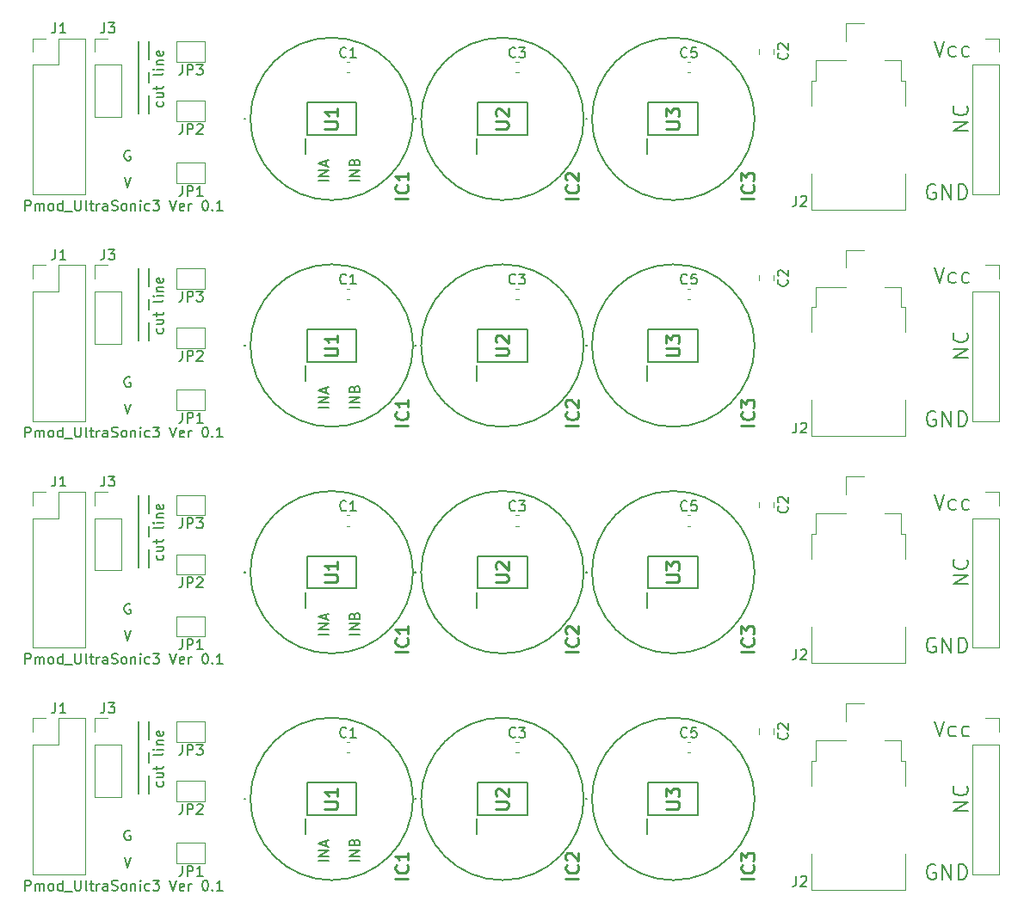
<source format=gbr>
%TF.GenerationSoftware,KiCad,Pcbnew,7.0.2*%
%TF.CreationDate,2023-10-31T00:57:24+09:00*%
%TF.ProjectId,kikit,6b696b69-742e-46b6-9963-61645f706362,rev?*%
%TF.SameCoordinates,Original*%
%TF.FileFunction,Legend,Top*%
%TF.FilePolarity,Positive*%
%FSLAX46Y46*%
G04 Gerber Fmt 4.6, Leading zero omitted, Abs format (unit mm)*
G04 Created by KiCad (PCBNEW 7.0.2) date 2023-10-31 00:57:24*
%MOMM*%
%LPD*%
G01*
G04 APERTURE LIST*
%ADD10C,0.150000*%
%ADD11C,0.187500*%
%ADD12C,0.254000*%
%ADD13C,0.120000*%
%ADD14C,0.200000*%
G04 APERTURE END LIST*
D10*
X110933304Y-78195638D02*
X110838066Y-78148019D01*
X110838066Y-78148019D02*
X110695209Y-78148019D01*
X110695209Y-78148019D02*
X110552352Y-78195638D01*
X110552352Y-78195638D02*
X110457114Y-78290876D01*
X110457114Y-78290876D02*
X110409495Y-78386114D01*
X110409495Y-78386114D02*
X110361876Y-78576590D01*
X110361876Y-78576590D02*
X110361876Y-78719447D01*
X110361876Y-78719447D02*
X110409495Y-78909923D01*
X110409495Y-78909923D02*
X110457114Y-79005161D01*
X110457114Y-79005161D02*
X110552352Y-79100400D01*
X110552352Y-79100400D02*
X110695209Y-79148019D01*
X110695209Y-79148019D02*
X110790447Y-79148019D01*
X110790447Y-79148019D02*
X110933304Y-79100400D01*
X110933304Y-79100400D02*
X110980923Y-79052780D01*
X110980923Y-79052780D02*
X110980923Y-78719447D01*
X110980923Y-78719447D02*
X110790447Y-78719447D01*
D11*
X190044857Y-22761428D02*
X190544857Y-24261428D01*
X190544857Y-24261428D02*
X191044857Y-22761428D01*
X192187714Y-24190000D02*
X192044856Y-24261428D01*
X192044856Y-24261428D02*
X191759142Y-24261428D01*
X191759142Y-24261428D02*
X191616285Y-24190000D01*
X191616285Y-24190000D02*
X191544856Y-24118571D01*
X191544856Y-24118571D02*
X191473428Y-23975714D01*
X191473428Y-23975714D02*
X191473428Y-23547142D01*
X191473428Y-23547142D02*
X191544856Y-23404285D01*
X191544856Y-23404285D02*
X191616285Y-23332857D01*
X191616285Y-23332857D02*
X191759142Y-23261428D01*
X191759142Y-23261428D02*
X192044856Y-23261428D01*
X192044856Y-23261428D02*
X192187714Y-23332857D01*
X193473428Y-24190000D02*
X193330570Y-24261428D01*
X193330570Y-24261428D02*
X193044856Y-24261428D01*
X193044856Y-24261428D02*
X192901999Y-24190000D01*
X192901999Y-24190000D02*
X192830570Y-24118571D01*
X192830570Y-24118571D02*
X192759142Y-23975714D01*
X192759142Y-23975714D02*
X192759142Y-23547142D01*
X192759142Y-23547142D02*
X192830570Y-23404285D01*
X192830570Y-23404285D02*
X192901999Y-23332857D01*
X192901999Y-23332857D02*
X193044856Y-23261428D01*
X193044856Y-23261428D02*
X193330570Y-23261428D01*
X193330570Y-23261428D02*
X193473428Y-23332857D01*
D10*
X130470619Y-81165904D02*
X129470619Y-81165904D01*
X130470619Y-80689714D02*
X129470619Y-80689714D01*
X129470619Y-80689714D02*
X130470619Y-80118286D01*
X130470619Y-80118286D02*
X129470619Y-80118286D01*
X130184904Y-79689714D02*
X130184904Y-79213524D01*
X130470619Y-79784952D02*
X129470619Y-79451619D01*
X129470619Y-79451619D02*
X130470619Y-79118286D01*
X100605095Y-84075619D02*
X100605095Y-83075619D01*
X100605095Y-83075619D02*
X100986047Y-83075619D01*
X100986047Y-83075619D02*
X101081285Y-83123238D01*
X101081285Y-83123238D02*
X101128904Y-83170857D01*
X101128904Y-83170857D02*
X101176523Y-83266095D01*
X101176523Y-83266095D02*
X101176523Y-83408952D01*
X101176523Y-83408952D02*
X101128904Y-83504190D01*
X101128904Y-83504190D02*
X101081285Y-83551809D01*
X101081285Y-83551809D02*
X100986047Y-83599428D01*
X100986047Y-83599428D02*
X100605095Y-83599428D01*
X101605095Y-84075619D02*
X101605095Y-83408952D01*
X101605095Y-83504190D02*
X101652714Y-83456571D01*
X101652714Y-83456571D02*
X101747952Y-83408952D01*
X101747952Y-83408952D02*
X101890809Y-83408952D01*
X101890809Y-83408952D02*
X101986047Y-83456571D01*
X101986047Y-83456571D02*
X102033666Y-83551809D01*
X102033666Y-83551809D02*
X102033666Y-84075619D01*
X102033666Y-83551809D02*
X102081285Y-83456571D01*
X102081285Y-83456571D02*
X102176523Y-83408952D01*
X102176523Y-83408952D02*
X102319380Y-83408952D01*
X102319380Y-83408952D02*
X102414619Y-83456571D01*
X102414619Y-83456571D02*
X102462238Y-83551809D01*
X102462238Y-83551809D02*
X102462238Y-84075619D01*
X103081285Y-84075619D02*
X102986047Y-84028000D01*
X102986047Y-84028000D02*
X102938428Y-83980380D01*
X102938428Y-83980380D02*
X102890809Y-83885142D01*
X102890809Y-83885142D02*
X102890809Y-83599428D01*
X102890809Y-83599428D02*
X102938428Y-83504190D01*
X102938428Y-83504190D02*
X102986047Y-83456571D01*
X102986047Y-83456571D02*
X103081285Y-83408952D01*
X103081285Y-83408952D02*
X103224142Y-83408952D01*
X103224142Y-83408952D02*
X103319380Y-83456571D01*
X103319380Y-83456571D02*
X103366999Y-83504190D01*
X103366999Y-83504190D02*
X103414618Y-83599428D01*
X103414618Y-83599428D02*
X103414618Y-83885142D01*
X103414618Y-83885142D02*
X103366999Y-83980380D01*
X103366999Y-83980380D02*
X103319380Y-84028000D01*
X103319380Y-84028000D02*
X103224142Y-84075619D01*
X103224142Y-84075619D02*
X103081285Y-84075619D01*
X104271761Y-84075619D02*
X104271761Y-83075619D01*
X104271761Y-84028000D02*
X104176523Y-84075619D01*
X104176523Y-84075619D02*
X103986047Y-84075619D01*
X103986047Y-84075619D02*
X103890809Y-84028000D01*
X103890809Y-84028000D02*
X103843190Y-83980380D01*
X103843190Y-83980380D02*
X103795571Y-83885142D01*
X103795571Y-83885142D02*
X103795571Y-83599428D01*
X103795571Y-83599428D02*
X103843190Y-83504190D01*
X103843190Y-83504190D02*
X103890809Y-83456571D01*
X103890809Y-83456571D02*
X103986047Y-83408952D01*
X103986047Y-83408952D02*
X104176523Y-83408952D01*
X104176523Y-83408952D02*
X104271761Y-83456571D01*
X104509857Y-84170857D02*
X105271761Y-84170857D01*
X105509857Y-83075619D02*
X105509857Y-83885142D01*
X105509857Y-83885142D02*
X105557476Y-83980380D01*
X105557476Y-83980380D02*
X105605095Y-84028000D01*
X105605095Y-84028000D02*
X105700333Y-84075619D01*
X105700333Y-84075619D02*
X105890809Y-84075619D01*
X105890809Y-84075619D02*
X105986047Y-84028000D01*
X105986047Y-84028000D02*
X106033666Y-83980380D01*
X106033666Y-83980380D02*
X106081285Y-83885142D01*
X106081285Y-83885142D02*
X106081285Y-83075619D01*
X106700333Y-84075619D02*
X106605095Y-84028000D01*
X106605095Y-84028000D02*
X106557476Y-83932761D01*
X106557476Y-83932761D02*
X106557476Y-83075619D01*
X106938429Y-83408952D02*
X107319381Y-83408952D01*
X107081286Y-83075619D02*
X107081286Y-83932761D01*
X107081286Y-83932761D02*
X107128905Y-84028000D01*
X107128905Y-84028000D02*
X107224143Y-84075619D01*
X107224143Y-84075619D02*
X107319381Y-84075619D01*
X107652715Y-84075619D02*
X107652715Y-83408952D01*
X107652715Y-83599428D02*
X107700334Y-83504190D01*
X107700334Y-83504190D02*
X107747953Y-83456571D01*
X107747953Y-83456571D02*
X107843191Y-83408952D01*
X107843191Y-83408952D02*
X107938429Y-83408952D01*
X108700334Y-84075619D02*
X108700334Y-83551809D01*
X108700334Y-83551809D02*
X108652715Y-83456571D01*
X108652715Y-83456571D02*
X108557477Y-83408952D01*
X108557477Y-83408952D02*
X108367001Y-83408952D01*
X108367001Y-83408952D02*
X108271763Y-83456571D01*
X108700334Y-84028000D02*
X108605096Y-84075619D01*
X108605096Y-84075619D02*
X108367001Y-84075619D01*
X108367001Y-84075619D02*
X108271763Y-84028000D01*
X108271763Y-84028000D02*
X108224144Y-83932761D01*
X108224144Y-83932761D02*
X108224144Y-83837523D01*
X108224144Y-83837523D02*
X108271763Y-83742285D01*
X108271763Y-83742285D02*
X108367001Y-83694666D01*
X108367001Y-83694666D02*
X108605096Y-83694666D01*
X108605096Y-83694666D02*
X108700334Y-83647047D01*
X109128906Y-84028000D02*
X109271763Y-84075619D01*
X109271763Y-84075619D02*
X109509858Y-84075619D01*
X109509858Y-84075619D02*
X109605096Y-84028000D01*
X109605096Y-84028000D02*
X109652715Y-83980380D01*
X109652715Y-83980380D02*
X109700334Y-83885142D01*
X109700334Y-83885142D02*
X109700334Y-83789904D01*
X109700334Y-83789904D02*
X109652715Y-83694666D01*
X109652715Y-83694666D02*
X109605096Y-83647047D01*
X109605096Y-83647047D02*
X109509858Y-83599428D01*
X109509858Y-83599428D02*
X109319382Y-83551809D01*
X109319382Y-83551809D02*
X109224144Y-83504190D01*
X109224144Y-83504190D02*
X109176525Y-83456571D01*
X109176525Y-83456571D02*
X109128906Y-83361333D01*
X109128906Y-83361333D02*
X109128906Y-83266095D01*
X109128906Y-83266095D02*
X109176525Y-83170857D01*
X109176525Y-83170857D02*
X109224144Y-83123238D01*
X109224144Y-83123238D02*
X109319382Y-83075619D01*
X109319382Y-83075619D02*
X109557477Y-83075619D01*
X109557477Y-83075619D02*
X109700334Y-83123238D01*
X110271763Y-84075619D02*
X110176525Y-84028000D01*
X110176525Y-84028000D02*
X110128906Y-83980380D01*
X110128906Y-83980380D02*
X110081287Y-83885142D01*
X110081287Y-83885142D02*
X110081287Y-83599428D01*
X110081287Y-83599428D02*
X110128906Y-83504190D01*
X110128906Y-83504190D02*
X110176525Y-83456571D01*
X110176525Y-83456571D02*
X110271763Y-83408952D01*
X110271763Y-83408952D02*
X110414620Y-83408952D01*
X110414620Y-83408952D02*
X110509858Y-83456571D01*
X110509858Y-83456571D02*
X110557477Y-83504190D01*
X110557477Y-83504190D02*
X110605096Y-83599428D01*
X110605096Y-83599428D02*
X110605096Y-83885142D01*
X110605096Y-83885142D02*
X110557477Y-83980380D01*
X110557477Y-83980380D02*
X110509858Y-84028000D01*
X110509858Y-84028000D02*
X110414620Y-84075619D01*
X110414620Y-84075619D02*
X110271763Y-84075619D01*
X111033668Y-83408952D02*
X111033668Y-84075619D01*
X111033668Y-83504190D02*
X111081287Y-83456571D01*
X111081287Y-83456571D02*
X111176525Y-83408952D01*
X111176525Y-83408952D02*
X111319382Y-83408952D01*
X111319382Y-83408952D02*
X111414620Y-83456571D01*
X111414620Y-83456571D02*
X111462239Y-83551809D01*
X111462239Y-83551809D02*
X111462239Y-84075619D01*
X111938430Y-84075619D02*
X111938430Y-83408952D01*
X111938430Y-83075619D02*
X111890811Y-83123238D01*
X111890811Y-83123238D02*
X111938430Y-83170857D01*
X111938430Y-83170857D02*
X111986049Y-83123238D01*
X111986049Y-83123238D02*
X111938430Y-83075619D01*
X111938430Y-83075619D02*
X111938430Y-83170857D01*
X112843191Y-84028000D02*
X112747953Y-84075619D01*
X112747953Y-84075619D02*
X112557477Y-84075619D01*
X112557477Y-84075619D02*
X112462239Y-84028000D01*
X112462239Y-84028000D02*
X112414620Y-83980380D01*
X112414620Y-83980380D02*
X112367001Y-83885142D01*
X112367001Y-83885142D02*
X112367001Y-83599428D01*
X112367001Y-83599428D02*
X112414620Y-83504190D01*
X112414620Y-83504190D02*
X112462239Y-83456571D01*
X112462239Y-83456571D02*
X112557477Y-83408952D01*
X112557477Y-83408952D02*
X112747953Y-83408952D01*
X112747953Y-83408952D02*
X112843191Y-83456571D01*
X113176525Y-83075619D02*
X113795572Y-83075619D01*
X113795572Y-83075619D02*
X113462239Y-83456571D01*
X113462239Y-83456571D02*
X113605096Y-83456571D01*
X113605096Y-83456571D02*
X113700334Y-83504190D01*
X113700334Y-83504190D02*
X113747953Y-83551809D01*
X113747953Y-83551809D02*
X113795572Y-83647047D01*
X113795572Y-83647047D02*
X113795572Y-83885142D01*
X113795572Y-83885142D02*
X113747953Y-83980380D01*
X113747953Y-83980380D02*
X113700334Y-84028000D01*
X113700334Y-84028000D02*
X113605096Y-84075619D01*
X113605096Y-84075619D02*
X113319382Y-84075619D01*
X113319382Y-84075619D02*
X113224144Y-84028000D01*
X113224144Y-84028000D02*
X113176525Y-83980380D01*
X114843192Y-83075619D02*
X115176525Y-84075619D01*
X115176525Y-84075619D02*
X115509858Y-83075619D01*
X116224144Y-84028000D02*
X116128906Y-84075619D01*
X116128906Y-84075619D02*
X115938430Y-84075619D01*
X115938430Y-84075619D02*
X115843192Y-84028000D01*
X115843192Y-84028000D02*
X115795573Y-83932761D01*
X115795573Y-83932761D02*
X115795573Y-83551809D01*
X115795573Y-83551809D02*
X115843192Y-83456571D01*
X115843192Y-83456571D02*
X115938430Y-83408952D01*
X115938430Y-83408952D02*
X116128906Y-83408952D01*
X116128906Y-83408952D02*
X116224144Y-83456571D01*
X116224144Y-83456571D02*
X116271763Y-83551809D01*
X116271763Y-83551809D02*
X116271763Y-83647047D01*
X116271763Y-83647047D02*
X115795573Y-83742285D01*
X116700335Y-84075619D02*
X116700335Y-83408952D01*
X116700335Y-83599428D02*
X116747954Y-83504190D01*
X116747954Y-83504190D02*
X116795573Y-83456571D01*
X116795573Y-83456571D02*
X116890811Y-83408952D01*
X116890811Y-83408952D02*
X116986049Y-83408952D01*
X118271764Y-83075619D02*
X118367002Y-83075619D01*
X118367002Y-83075619D02*
X118462240Y-83123238D01*
X118462240Y-83123238D02*
X118509859Y-83170857D01*
X118509859Y-83170857D02*
X118557478Y-83266095D01*
X118557478Y-83266095D02*
X118605097Y-83456571D01*
X118605097Y-83456571D02*
X118605097Y-83694666D01*
X118605097Y-83694666D02*
X118557478Y-83885142D01*
X118557478Y-83885142D02*
X118509859Y-83980380D01*
X118509859Y-83980380D02*
X118462240Y-84028000D01*
X118462240Y-84028000D02*
X118367002Y-84075619D01*
X118367002Y-84075619D02*
X118271764Y-84075619D01*
X118271764Y-84075619D02*
X118176526Y-84028000D01*
X118176526Y-84028000D02*
X118128907Y-83980380D01*
X118128907Y-83980380D02*
X118081288Y-83885142D01*
X118081288Y-83885142D02*
X118033669Y-83694666D01*
X118033669Y-83694666D02*
X118033669Y-83456571D01*
X118033669Y-83456571D02*
X118081288Y-83266095D01*
X118081288Y-83266095D02*
X118128907Y-83170857D01*
X118128907Y-83170857D02*
X118176526Y-83123238D01*
X118176526Y-83123238D02*
X118271764Y-83075619D01*
X119033669Y-83980380D02*
X119081288Y-84028000D01*
X119081288Y-84028000D02*
X119033669Y-84075619D01*
X119033669Y-84075619D02*
X118986050Y-84028000D01*
X118986050Y-84028000D02*
X119033669Y-83980380D01*
X119033669Y-83980380D02*
X119033669Y-84075619D01*
X120033668Y-84075619D02*
X119462240Y-84075619D01*
X119747954Y-84075619D02*
X119747954Y-83075619D01*
X119747954Y-83075619D02*
X119652716Y-83218476D01*
X119652716Y-83218476D02*
X119557478Y-83313714D01*
X119557478Y-83313714D02*
X119462240Y-83361333D01*
D11*
X190044857Y-67401428D02*
X190544857Y-68901428D01*
X190544857Y-68901428D02*
X191044857Y-67401428D01*
X192187714Y-68830000D02*
X192044856Y-68901428D01*
X192044856Y-68901428D02*
X191759142Y-68901428D01*
X191759142Y-68901428D02*
X191616285Y-68830000D01*
X191616285Y-68830000D02*
X191544856Y-68758571D01*
X191544856Y-68758571D02*
X191473428Y-68615714D01*
X191473428Y-68615714D02*
X191473428Y-68187142D01*
X191473428Y-68187142D02*
X191544856Y-68044285D01*
X191544856Y-68044285D02*
X191616285Y-67972857D01*
X191616285Y-67972857D02*
X191759142Y-67901428D01*
X191759142Y-67901428D02*
X192044856Y-67901428D01*
X192044856Y-67901428D02*
X192187714Y-67972857D01*
X193473428Y-68830000D02*
X193330570Y-68901428D01*
X193330570Y-68901428D02*
X193044856Y-68901428D01*
X193044856Y-68901428D02*
X192901999Y-68830000D01*
X192901999Y-68830000D02*
X192830570Y-68758571D01*
X192830570Y-68758571D02*
X192759142Y-68615714D01*
X192759142Y-68615714D02*
X192759142Y-68187142D01*
X192759142Y-68187142D02*
X192830570Y-68044285D01*
X192830570Y-68044285D02*
X192901999Y-67972857D01*
X192901999Y-67972857D02*
X193044856Y-67901428D01*
X193044856Y-67901428D02*
X193330570Y-67901428D01*
X193330570Y-67901428D02*
X193473428Y-67972857D01*
X193401428Y-31580857D02*
X191901428Y-31580857D01*
X191901428Y-31580857D02*
X193401428Y-30723714D01*
X193401428Y-30723714D02*
X191901428Y-30723714D01*
X193258571Y-29152285D02*
X193330000Y-29223713D01*
X193330000Y-29223713D02*
X193401428Y-29437999D01*
X193401428Y-29437999D02*
X193401428Y-29580856D01*
X193401428Y-29580856D02*
X193330000Y-29795142D01*
X193330000Y-29795142D02*
X193187142Y-29937999D01*
X193187142Y-29937999D02*
X193044285Y-30009428D01*
X193044285Y-30009428D02*
X192758571Y-30080856D01*
X192758571Y-30080856D02*
X192544285Y-30080856D01*
X192544285Y-30080856D02*
X192258571Y-30009428D01*
X192258571Y-30009428D02*
X192115714Y-29937999D01*
X192115714Y-29937999D02*
X191972857Y-29795142D01*
X191972857Y-29795142D02*
X191901428Y-29580856D01*
X191901428Y-29580856D02*
X191901428Y-29437999D01*
X191901428Y-29437999D02*
X191972857Y-29223713D01*
X191972857Y-29223713D02*
X192044285Y-29152285D01*
D10*
X133518619Y-81165904D02*
X132518619Y-81165904D01*
X133518619Y-80689714D02*
X132518619Y-80689714D01*
X132518619Y-80689714D02*
X133518619Y-80118286D01*
X133518619Y-80118286D02*
X132518619Y-80118286D01*
X132994809Y-79308762D02*
X133042428Y-79165905D01*
X133042428Y-79165905D02*
X133090047Y-79118286D01*
X133090047Y-79118286D02*
X133185285Y-79070667D01*
X133185285Y-79070667D02*
X133328142Y-79070667D01*
X133328142Y-79070667D02*
X133423380Y-79118286D01*
X133423380Y-79118286D02*
X133471000Y-79165905D01*
X133471000Y-79165905D02*
X133518619Y-79261143D01*
X133518619Y-79261143D02*
X133518619Y-79642095D01*
X133518619Y-79642095D02*
X132518619Y-79642095D01*
X132518619Y-79642095D02*
X132518619Y-79308762D01*
X132518619Y-79308762D02*
X132566238Y-79213524D01*
X132566238Y-79213524D02*
X132613857Y-79165905D01*
X132613857Y-79165905D02*
X132709095Y-79118286D01*
X132709095Y-79118286D02*
X132804333Y-79118286D01*
X132804333Y-79118286D02*
X132899571Y-79165905D01*
X132899571Y-79165905D02*
X132947190Y-79213524D01*
X132947190Y-79213524D02*
X132994809Y-79308762D01*
X132994809Y-79308762D02*
X132994809Y-79642095D01*
X110933304Y-33555638D02*
X110838066Y-33508019D01*
X110838066Y-33508019D02*
X110695209Y-33508019D01*
X110695209Y-33508019D02*
X110552352Y-33555638D01*
X110552352Y-33555638D02*
X110457114Y-33650876D01*
X110457114Y-33650876D02*
X110409495Y-33746114D01*
X110409495Y-33746114D02*
X110361876Y-33936590D01*
X110361876Y-33936590D02*
X110361876Y-34079447D01*
X110361876Y-34079447D02*
X110409495Y-34269923D01*
X110409495Y-34269923D02*
X110457114Y-34365161D01*
X110457114Y-34365161D02*
X110552352Y-34460400D01*
X110552352Y-34460400D02*
X110695209Y-34508019D01*
X110695209Y-34508019D02*
X110790447Y-34508019D01*
X110790447Y-34508019D02*
X110933304Y-34460400D01*
X110933304Y-34460400D02*
X110980923Y-34412780D01*
X110980923Y-34412780D02*
X110980923Y-34079447D01*
X110980923Y-34079447D02*
X110790447Y-34079447D01*
D11*
X190155857Y-103889857D02*
X190013000Y-103818428D01*
X190013000Y-103818428D02*
X189798714Y-103818428D01*
X189798714Y-103818428D02*
X189584428Y-103889857D01*
X189584428Y-103889857D02*
X189441571Y-104032714D01*
X189441571Y-104032714D02*
X189370142Y-104175571D01*
X189370142Y-104175571D02*
X189298714Y-104461285D01*
X189298714Y-104461285D02*
X189298714Y-104675571D01*
X189298714Y-104675571D02*
X189370142Y-104961285D01*
X189370142Y-104961285D02*
X189441571Y-105104142D01*
X189441571Y-105104142D02*
X189584428Y-105247000D01*
X189584428Y-105247000D02*
X189798714Y-105318428D01*
X189798714Y-105318428D02*
X189941571Y-105318428D01*
X189941571Y-105318428D02*
X190155857Y-105247000D01*
X190155857Y-105247000D02*
X190227285Y-105175571D01*
X190227285Y-105175571D02*
X190227285Y-104675571D01*
X190227285Y-104675571D02*
X189941571Y-104675571D01*
X190870142Y-105318428D02*
X190870142Y-103818428D01*
X190870142Y-103818428D02*
X191727285Y-105318428D01*
X191727285Y-105318428D02*
X191727285Y-103818428D01*
X192441571Y-105318428D02*
X192441571Y-103818428D01*
X192441571Y-103818428D02*
X192798714Y-103818428D01*
X192798714Y-103818428D02*
X193013000Y-103889857D01*
X193013000Y-103889857D02*
X193155857Y-104032714D01*
X193155857Y-104032714D02*
X193227286Y-104175571D01*
X193227286Y-104175571D02*
X193298714Y-104461285D01*
X193298714Y-104461285D02*
X193298714Y-104675571D01*
X193298714Y-104675571D02*
X193227286Y-104961285D01*
X193227286Y-104961285D02*
X193155857Y-105104142D01*
X193155857Y-105104142D02*
X193013000Y-105247000D01*
X193013000Y-105247000D02*
X192798714Y-105318428D01*
X192798714Y-105318428D02*
X192441571Y-105318428D01*
D10*
X114167000Y-51051333D02*
X114214619Y-51146571D01*
X114214619Y-51146571D02*
X114214619Y-51337047D01*
X114214619Y-51337047D02*
X114167000Y-51432285D01*
X114167000Y-51432285D02*
X114119380Y-51479904D01*
X114119380Y-51479904D02*
X114024142Y-51527523D01*
X114024142Y-51527523D02*
X113738428Y-51527523D01*
X113738428Y-51527523D02*
X113643190Y-51479904D01*
X113643190Y-51479904D02*
X113595571Y-51432285D01*
X113595571Y-51432285D02*
X113547952Y-51337047D01*
X113547952Y-51337047D02*
X113547952Y-51146571D01*
X113547952Y-51146571D02*
X113595571Y-51051333D01*
X113547952Y-50194190D02*
X114214619Y-50194190D01*
X113547952Y-50622761D02*
X114071761Y-50622761D01*
X114071761Y-50622761D02*
X114167000Y-50575142D01*
X114167000Y-50575142D02*
X114214619Y-50479904D01*
X114214619Y-50479904D02*
X114214619Y-50337047D01*
X114214619Y-50337047D02*
X114167000Y-50241809D01*
X114167000Y-50241809D02*
X114119380Y-50194190D01*
X113547952Y-49860856D02*
X113547952Y-49479904D01*
X113214619Y-49717999D02*
X114071761Y-49717999D01*
X114071761Y-49717999D02*
X114167000Y-49670380D01*
X114167000Y-49670380D02*
X114214619Y-49575142D01*
X114214619Y-49575142D02*
X114214619Y-49479904D01*
X114214619Y-48241808D02*
X114167000Y-48337046D01*
X114167000Y-48337046D02*
X114071761Y-48384665D01*
X114071761Y-48384665D02*
X113214619Y-48384665D01*
X114214619Y-47860855D02*
X113547952Y-47860855D01*
X113214619Y-47860855D02*
X113262238Y-47908474D01*
X113262238Y-47908474D02*
X113309857Y-47860855D01*
X113309857Y-47860855D02*
X113262238Y-47813236D01*
X113262238Y-47813236D02*
X113214619Y-47860855D01*
X113214619Y-47860855D02*
X113309857Y-47860855D01*
X113547952Y-47384665D02*
X114214619Y-47384665D01*
X113643190Y-47384665D02*
X113595571Y-47337046D01*
X113595571Y-47337046D02*
X113547952Y-47241808D01*
X113547952Y-47241808D02*
X113547952Y-47098951D01*
X113547952Y-47098951D02*
X113595571Y-47003713D01*
X113595571Y-47003713D02*
X113690809Y-46956094D01*
X113690809Y-46956094D02*
X114214619Y-46956094D01*
X114167000Y-46098951D02*
X114214619Y-46194189D01*
X114214619Y-46194189D02*
X114214619Y-46384665D01*
X114214619Y-46384665D02*
X114167000Y-46479903D01*
X114167000Y-46479903D02*
X114071761Y-46527522D01*
X114071761Y-46527522D02*
X113690809Y-46527522D01*
X113690809Y-46527522D02*
X113595571Y-46479903D01*
X113595571Y-46479903D02*
X113547952Y-46384665D01*
X113547952Y-46384665D02*
X113547952Y-46194189D01*
X113547952Y-46194189D02*
X113595571Y-46098951D01*
X113595571Y-46098951D02*
X113690809Y-46051332D01*
X113690809Y-46051332D02*
X113786047Y-46051332D01*
X113786047Y-46051332D02*
X113881285Y-46527522D01*
D11*
X190044857Y-89721428D02*
X190544857Y-91221428D01*
X190544857Y-91221428D02*
X191044857Y-89721428D01*
X192187714Y-91150000D02*
X192044856Y-91221428D01*
X192044856Y-91221428D02*
X191759142Y-91221428D01*
X191759142Y-91221428D02*
X191616285Y-91150000D01*
X191616285Y-91150000D02*
X191544856Y-91078571D01*
X191544856Y-91078571D02*
X191473428Y-90935714D01*
X191473428Y-90935714D02*
X191473428Y-90507142D01*
X191473428Y-90507142D02*
X191544856Y-90364285D01*
X191544856Y-90364285D02*
X191616285Y-90292857D01*
X191616285Y-90292857D02*
X191759142Y-90221428D01*
X191759142Y-90221428D02*
X192044856Y-90221428D01*
X192044856Y-90221428D02*
X192187714Y-90292857D01*
X193473428Y-91150000D02*
X193330570Y-91221428D01*
X193330570Y-91221428D02*
X193044856Y-91221428D01*
X193044856Y-91221428D02*
X192901999Y-91150000D01*
X192901999Y-91150000D02*
X192830570Y-91078571D01*
X192830570Y-91078571D02*
X192759142Y-90935714D01*
X192759142Y-90935714D02*
X192759142Y-90507142D01*
X192759142Y-90507142D02*
X192830570Y-90364285D01*
X192830570Y-90364285D02*
X192901999Y-90292857D01*
X192901999Y-90292857D02*
X193044856Y-90221428D01*
X193044856Y-90221428D02*
X193330570Y-90221428D01*
X193330570Y-90221428D02*
X193473428Y-90292857D01*
D10*
X110368238Y-58469619D02*
X110701571Y-59469619D01*
X110701571Y-59469619D02*
X111034904Y-58469619D01*
X114167000Y-95691333D02*
X114214619Y-95786571D01*
X114214619Y-95786571D02*
X114214619Y-95977047D01*
X114214619Y-95977047D02*
X114167000Y-96072285D01*
X114167000Y-96072285D02*
X114119380Y-96119904D01*
X114119380Y-96119904D02*
X114024142Y-96167523D01*
X114024142Y-96167523D02*
X113738428Y-96167523D01*
X113738428Y-96167523D02*
X113643190Y-96119904D01*
X113643190Y-96119904D02*
X113595571Y-96072285D01*
X113595571Y-96072285D02*
X113547952Y-95977047D01*
X113547952Y-95977047D02*
X113547952Y-95786571D01*
X113547952Y-95786571D02*
X113595571Y-95691333D01*
X113547952Y-94834190D02*
X114214619Y-94834190D01*
X113547952Y-95262761D02*
X114071761Y-95262761D01*
X114071761Y-95262761D02*
X114167000Y-95215142D01*
X114167000Y-95215142D02*
X114214619Y-95119904D01*
X114214619Y-95119904D02*
X114214619Y-94977047D01*
X114214619Y-94977047D02*
X114167000Y-94881809D01*
X114167000Y-94881809D02*
X114119380Y-94834190D01*
X113547952Y-94500856D02*
X113547952Y-94119904D01*
X113214619Y-94357999D02*
X114071761Y-94357999D01*
X114071761Y-94357999D02*
X114167000Y-94310380D01*
X114167000Y-94310380D02*
X114214619Y-94215142D01*
X114214619Y-94215142D02*
X114214619Y-94119904D01*
X114214619Y-92881808D02*
X114167000Y-92977046D01*
X114167000Y-92977046D02*
X114071761Y-93024665D01*
X114071761Y-93024665D02*
X113214619Y-93024665D01*
X114214619Y-92500855D02*
X113547952Y-92500855D01*
X113214619Y-92500855D02*
X113262238Y-92548474D01*
X113262238Y-92548474D02*
X113309857Y-92500855D01*
X113309857Y-92500855D02*
X113262238Y-92453236D01*
X113262238Y-92453236D02*
X113214619Y-92500855D01*
X113214619Y-92500855D02*
X113309857Y-92500855D01*
X113547952Y-92024665D02*
X114214619Y-92024665D01*
X113643190Y-92024665D02*
X113595571Y-91977046D01*
X113595571Y-91977046D02*
X113547952Y-91881808D01*
X113547952Y-91881808D02*
X113547952Y-91738951D01*
X113547952Y-91738951D02*
X113595571Y-91643713D01*
X113595571Y-91643713D02*
X113690809Y-91596094D01*
X113690809Y-91596094D02*
X114214619Y-91596094D01*
X114167000Y-90738951D02*
X114214619Y-90834189D01*
X114214619Y-90834189D02*
X114214619Y-91024665D01*
X114214619Y-91024665D02*
X114167000Y-91119903D01*
X114167000Y-91119903D02*
X114071761Y-91167522D01*
X114071761Y-91167522D02*
X113690809Y-91167522D01*
X113690809Y-91167522D02*
X113595571Y-91119903D01*
X113595571Y-91119903D02*
X113547952Y-91024665D01*
X113547952Y-91024665D02*
X113547952Y-90834189D01*
X113547952Y-90834189D02*
X113595571Y-90738951D01*
X113595571Y-90738951D02*
X113690809Y-90691332D01*
X113690809Y-90691332D02*
X113786047Y-90691332D01*
X113786047Y-90691332D02*
X113881285Y-91167522D01*
X110368238Y-103109619D02*
X110701571Y-104109619D01*
X110701571Y-104109619D02*
X111034904Y-103109619D01*
D11*
X190155857Y-59249857D02*
X190013000Y-59178428D01*
X190013000Y-59178428D02*
X189798714Y-59178428D01*
X189798714Y-59178428D02*
X189584428Y-59249857D01*
X189584428Y-59249857D02*
X189441571Y-59392714D01*
X189441571Y-59392714D02*
X189370142Y-59535571D01*
X189370142Y-59535571D02*
X189298714Y-59821285D01*
X189298714Y-59821285D02*
X189298714Y-60035571D01*
X189298714Y-60035571D02*
X189370142Y-60321285D01*
X189370142Y-60321285D02*
X189441571Y-60464142D01*
X189441571Y-60464142D02*
X189584428Y-60607000D01*
X189584428Y-60607000D02*
X189798714Y-60678428D01*
X189798714Y-60678428D02*
X189941571Y-60678428D01*
X189941571Y-60678428D02*
X190155857Y-60607000D01*
X190155857Y-60607000D02*
X190227285Y-60535571D01*
X190227285Y-60535571D02*
X190227285Y-60035571D01*
X190227285Y-60035571D02*
X189941571Y-60035571D01*
X190870142Y-60678428D02*
X190870142Y-59178428D01*
X190870142Y-59178428D02*
X191727285Y-60678428D01*
X191727285Y-60678428D02*
X191727285Y-59178428D01*
X192441571Y-60678428D02*
X192441571Y-59178428D01*
X192441571Y-59178428D02*
X192798714Y-59178428D01*
X192798714Y-59178428D02*
X193013000Y-59249857D01*
X193013000Y-59249857D02*
X193155857Y-59392714D01*
X193155857Y-59392714D02*
X193227286Y-59535571D01*
X193227286Y-59535571D02*
X193298714Y-59821285D01*
X193298714Y-59821285D02*
X193298714Y-60035571D01*
X193298714Y-60035571D02*
X193227286Y-60321285D01*
X193227286Y-60321285D02*
X193155857Y-60464142D01*
X193155857Y-60464142D02*
X193013000Y-60607000D01*
X193013000Y-60607000D02*
X192798714Y-60678428D01*
X192798714Y-60678428D02*
X192441571Y-60678428D01*
D10*
X100605095Y-61755619D02*
X100605095Y-60755619D01*
X100605095Y-60755619D02*
X100986047Y-60755619D01*
X100986047Y-60755619D02*
X101081285Y-60803238D01*
X101081285Y-60803238D02*
X101128904Y-60850857D01*
X101128904Y-60850857D02*
X101176523Y-60946095D01*
X101176523Y-60946095D02*
X101176523Y-61088952D01*
X101176523Y-61088952D02*
X101128904Y-61184190D01*
X101128904Y-61184190D02*
X101081285Y-61231809D01*
X101081285Y-61231809D02*
X100986047Y-61279428D01*
X100986047Y-61279428D02*
X100605095Y-61279428D01*
X101605095Y-61755619D02*
X101605095Y-61088952D01*
X101605095Y-61184190D02*
X101652714Y-61136571D01*
X101652714Y-61136571D02*
X101747952Y-61088952D01*
X101747952Y-61088952D02*
X101890809Y-61088952D01*
X101890809Y-61088952D02*
X101986047Y-61136571D01*
X101986047Y-61136571D02*
X102033666Y-61231809D01*
X102033666Y-61231809D02*
X102033666Y-61755619D01*
X102033666Y-61231809D02*
X102081285Y-61136571D01*
X102081285Y-61136571D02*
X102176523Y-61088952D01*
X102176523Y-61088952D02*
X102319380Y-61088952D01*
X102319380Y-61088952D02*
X102414619Y-61136571D01*
X102414619Y-61136571D02*
X102462238Y-61231809D01*
X102462238Y-61231809D02*
X102462238Y-61755619D01*
X103081285Y-61755619D02*
X102986047Y-61708000D01*
X102986047Y-61708000D02*
X102938428Y-61660380D01*
X102938428Y-61660380D02*
X102890809Y-61565142D01*
X102890809Y-61565142D02*
X102890809Y-61279428D01*
X102890809Y-61279428D02*
X102938428Y-61184190D01*
X102938428Y-61184190D02*
X102986047Y-61136571D01*
X102986047Y-61136571D02*
X103081285Y-61088952D01*
X103081285Y-61088952D02*
X103224142Y-61088952D01*
X103224142Y-61088952D02*
X103319380Y-61136571D01*
X103319380Y-61136571D02*
X103366999Y-61184190D01*
X103366999Y-61184190D02*
X103414618Y-61279428D01*
X103414618Y-61279428D02*
X103414618Y-61565142D01*
X103414618Y-61565142D02*
X103366999Y-61660380D01*
X103366999Y-61660380D02*
X103319380Y-61708000D01*
X103319380Y-61708000D02*
X103224142Y-61755619D01*
X103224142Y-61755619D02*
X103081285Y-61755619D01*
X104271761Y-61755619D02*
X104271761Y-60755619D01*
X104271761Y-61708000D02*
X104176523Y-61755619D01*
X104176523Y-61755619D02*
X103986047Y-61755619D01*
X103986047Y-61755619D02*
X103890809Y-61708000D01*
X103890809Y-61708000D02*
X103843190Y-61660380D01*
X103843190Y-61660380D02*
X103795571Y-61565142D01*
X103795571Y-61565142D02*
X103795571Y-61279428D01*
X103795571Y-61279428D02*
X103843190Y-61184190D01*
X103843190Y-61184190D02*
X103890809Y-61136571D01*
X103890809Y-61136571D02*
X103986047Y-61088952D01*
X103986047Y-61088952D02*
X104176523Y-61088952D01*
X104176523Y-61088952D02*
X104271761Y-61136571D01*
X104509857Y-61850857D02*
X105271761Y-61850857D01*
X105509857Y-60755619D02*
X105509857Y-61565142D01*
X105509857Y-61565142D02*
X105557476Y-61660380D01*
X105557476Y-61660380D02*
X105605095Y-61708000D01*
X105605095Y-61708000D02*
X105700333Y-61755619D01*
X105700333Y-61755619D02*
X105890809Y-61755619D01*
X105890809Y-61755619D02*
X105986047Y-61708000D01*
X105986047Y-61708000D02*
X106033666Y-61660380D01*
X106033666Y-61660380D02*
X106081285Y-61565142D01*
X106081285Y-61565142D02*
X106081285Y-60755619D01*
X106700333Y-61755619D02*
X106605095Y-61708000D01*
X106605095Y-61708000D02*
X106557476Y-61612761D01*
X106557476Y-61612761D02*
X106557476Y-60755619D01*
X106938429Y-61088952D02*
X107319381Y-61088952D01*
X107081286Y-60755619D02*
X107081286Y-61612761D01*
X107081286Y-61612761D02*
X107128905Y-61708000D01*
X107128905Y-61708000D02*
X107224143Y-61755619D01*
X107224143Y-61755619D02*
X107319381Y-61755619D01*
X107652715Y-61755619D02*
X107652715Y-61088952D01*
X107652715Y-61279428D02*
X107700334Y-61184190D01*
X107700334Y-61184190D02*
X107747953Y-61136571D01*
X107747953Y-61136571D02*
X107843191Y-61088952D01*
X107843191Y-61088952D02*
X107938429Y-61088952D01*
X108700334Y-61755619D02*
X108700334Y-61231809D01*
X108700334Y-61231809D02*
X108652715Y-61136571D01*
X108652715Y-61136571D02*
X108557477Y-61088952D01*
X108557477Y-61088952D02*
X108367001Y-61088952D01*
X108367001Y-61088952D02*
X108271763Y-61136571D01*
X108700334Y-61708000D02*
X108605096Y-61755619D01*
X108605096Y-61755619D02*
X108367001Y-61755619D01*
X108367001Y-61755619D02*
X108271763Y-61708000D01*
X108271763Y-61708000D02*
X108224144Y-61612761D01*
X108224144Y-61612761D02*
X108224144Y-61517523D01*
X108224144Y-61517523D02*
X108271763Y-61422285D01*
X108271763Y-61422285D02*
X108367001Y-61374666D01*
X108367001Y-61374666D02*
X108605096Y-61374666D01*
X108605096Y-61374666D02*
X108700334Y-61327047D01*
X109128906Y-61708000D02*
X109271763Y-61755619D01*
X109271763Y-61755619D02*
X109509858Y-61755619D01*
X109509858Y-61755619D02*
X109605096Y-61708000D01*
X109605096Y-61708000D02*
X109652715Y-61660380D01*
X109652715Y-61660380D02*
X109700334Y-61565142D01*
X109700334Y-61565142D02*
X109700334Y-61469904D01*
X109700334Y-61469904D02*
X109652715Y-61374666D01*
X109652715Y-61374666D02*
X109605096Y-61327047D01*
X109605096Y-61327047D02*
X109509858Y-61279428D01*
X109509858Y-61279428D02*
X109319382Y-61231809D01*
X109319382Y-61231809D02*
X109224144Y-61184190D01*
X109224144Y-61184190D02*
X109176525Y-61136571D01*
X109176525Y-61136571D02*
X109128906Y-61041333D01*
X109128906Y-61041333D02*
X109128906Y-60946095D01*
X109128906Y-60946095D02*
X109176525Y-60850857D01*
X109176525Y-60850857D02*
X109224144Y-60803238D01*
X109224144Y-60803238D02*
X109319382Y-60755619D01*
X109319382Y-60755619D02*
X109557477Y-60755619D01*
X109557477Y-60755619D02*
X109700334Y-60803238D01*
X110271763Y-61755619D02*
X110176525Y-61708000D01*
X110176525Y-61708000D02*
X110128906Y-61660380D01*
X110128906Y-61660380D02*
X110081287Y-61565142D01*
X110081287Y-61565142D02*
X110081287Y-61279428D01*
X110081287Y-61279428D02*
X110128906Y-61184190D01*
X110128906Y-61184190D02*
X110176525Y-61136571D01*
X110176525Y-61136571D02*
X110271763Y-61088952D01*
X110271763Y-61088952D02*
X110414620Y-61088952D01*
X110414620Y-61088952D02*
X110509858Y-61136571D01*
X110509858Y-61136571D02*
X110557477Y-61184190D01*
X110557477Y-61184190D02*
X110605096Y-61279428D01*
X110605096Y-61279428D02*
X110605096Y-61565142D01*
X110605096Y-61565142D02*
X110557477Y-61660380D01*
X110557477Y-61660380D02*
X110509858Y-61708000D01*
X110509858Y-61708000D02*
X110414620Y-61755619D01*
X110414620Y-61755619D02*
X110271763Y-61755619D01*
X111033668Y-61088952D02*
X111033668Y-61755619D01*
X111033668Y-61184190D02*
X111081287Y-61136571D01*
X111081287Y-61136571D02*
X111176525Y-61088952D01*
X111176525Y-61088952D02*
X111319382Y-61088952D01*
X111319382Y-61088952D02*
X111414620Y-61136571D01*
X111414620Y-61136571D02*
X111462239Y-61231809D01*
X111462239Y-61231809D02*
X111462239Y-61755619D01*
X111938430Y-61755619D02*
X111938430Y-61088952D01*
X111938430Y-60755619D02*
X111890811Y-60803238D01*
X111890811Y-60803238D02*
X111938430Y-60850857D01*
X111938430Y-60850857D02*
X111986049Y-60803238D01*
X111986049Y-60803238D02*
X111938430Y-60755619D01*
X111938430Y-60755619D02*
X111938430Y-60850857D01*
X112843191Y-61708000D02*
X112747953Y-61755619D01*
X112747953Y-61755619D02*
X112557477Y-61755619D01*
X112557477Y-61755619D02*
X112462239Y-61708000D01*
X112462239Y-61708000D02*
X112414620Y-61660380D01*
X112414620Y-61660380D02*
X112367001Y-61565142D01*
X112367001Y-61565142D02*
X112367001Y-61279428D01*
X112367001Y-61279428D02*
X112414620Y-61184190D01*
X112414620Y-61184190D02*
X112462239Y-61136571D01*
X112462239Y-61136571D02*
X112557477Y-61088952D01*
X112557477Y-61088952D02*
X112747953Y-61088952D01*
X112747953Y-61088952D02*
X112843191Y-61136571D01*
X113176525Y-60755619D02*
X113795572Y-60755619D01*
X113795572Y-60755619D02*
X113462239Y-61136571D01*
X113462239Y-61136571D02*
X113605096Y-61136571D01*
X113605096Y-61136571D02*
X113700334Y-61184190D01*
X113700334Y-61184190D02*
X113747953Y-61231809D01*
X113747953Y-61231809D02*
X113795572Y-61327047D01*
X113795572Y-61327047D02*
X113795572Y-61565142D01*
X113795572Y-61565142D02*
X113747953Y-61660380D01*
X113747953Y-61660380D02*
X113700334Y-61708000D01*
X113700334Y-61708000D02*
X113605096Y-61755619D01*
X113605096Y-61755619D02*
X113319382Y-61755619D01*
X113319382Y-61755619D02*
X113224144Y-61708000D01*
X113224144Y-61708000D02*
X113176525Y-61660380D01*
X114843192Y-60755619D02*
X115176525Y-61755619D01*
X115176525Y-61755619D02*
X115509858Y-60755619D01*
X116224144Y-61708000D02*
X116128906Y-61755619D01*
X116128906Y-61755619D02*
X115938430Y-61755619D01*
X115938430Y-61755619D02*
X115843192Y-61708000D01*
X115843192Y-61708000D02*
X115795573Y-61612761D01*
X115795573Y-61612761D02*
X115795573Y-61231809D01*
X115795573Y-61231809D02*
X115843192Y-61136571D01*
X115843192Y-61136571D02*
X115938430Y-61088952D01*
X115938430Y-61088952D02*
X116128906Y-61088952D01*
X116128906Y-61088952D02*
X116224144Y-61136571D01*
X116224144Y-61136571D02*
X116271763Y-61231809D01*
X116271763Y-61231809D02*
X116271763Y-61327047D01*
X116271763Y-61327047D02*
X115795573Y-61422285D01*
X116700335Y-61755619D02*
X116700335Y-61088952D01*
X116700335Y-61279428D02*
X116747954Y-61184190D01*
X116747954Y-61184190D02*
X116795573Y-61136571D01*
X116795573Y-61136571D02*
X116890811Y-61088952D01*
X116890811Y-61088952D02*
X116986049Y-61088952D01*
X118271764Y-60755619D02*
X118367002Y-60755619D01*
X118367002Y-60755619D02*
X118462240Y-60803238D01*
X118462240Y-60803238D02*
X118509859Y-60850857D01*
X118509859Y-60850857D02*
X118557478Y-60946095D01*
X118557478Y-60946095D02*
X118605097Y-61136571D01*
X118605097Y-61136571D02*
X118605097Y-61374666D01*
X118605097Y-61374666D02*
X118557478Y-61565142D01*
X118557478Y-61565142D02*
X118509859Y-61660380D01*
X118509859Y-61660380D02*
X118462240Y-61708000D01*
X118462240Y-61708000D02*
X118367002Y-61755619D01*
X118367002Y-61755619D02*
X118271764Y-61755619D01*
X118271764Y-61755619D02*
X118176526Y-61708000D01*
X118176526Y-61708000D02*
X118128907Y-61660380D01*
X118128907Y-61660380D02*
X118081288Y-61565142D01*
X118081288Y-61565142D02*
X118033669Y-61374666D01*
X118033669Y-61374666D02*
X118033669Y-61136571D01*
X118033669Y-61136571D02*
X118081288Y-60946095D01*
X118081288Y-60946095D02*
X118128907Y-60850857D01*
X118128907Y-60850857D02*
X118176526Y-60803238D01*
X118176526Y-60803238D02*
X118271764Y-60755619D01*
X119033669Y-61660380D02*
X119081288Y-61708000D01*
X119081288Y-61708000D02*
X119033669Y-61755619D01*
X119033669Y-61755619D02*
X118986050Y-61708000D01*
X118986050Y-61708000D02*
X119033669Y-61660380D01*
X119033669Y-61660380D02*
X119033669Y-61755619D01*
X120033668Y-61755619D02*
X119462240Y-61755619D01*
X119747954Y-61755619D02*
X119747954Y-60755619D01*
X119747954Y-60755619D02*
X119652716Y-60898476D01*
X119652716Y-60898476D02*
X119557478Y-60993714D01*
X119557478Y-60993714D02*
X119462240Y-61041333D01*
X130470619Y-36525904D02*
X129470619Y-36525904D01*
X130470619Y-36049714D02*
X129470619Y-36049714D01*
X129470619Y-36049714D02*
X130470619Y-35478286D01*
X130470619Y-35478286D02*
X129470619Y-35478286D01*
X130184904Y-35049714D02*
X130184904Y-34573524D01*
X130470619Y-35144952D02*
X129470619Y-34811619D01*
X129470619Y-34811619D02*
X130470619Y-34478286D01*
X133518619Y-58845904D02*
X132518619Y-58845904D01*
X133518619Y-58369714D02*
X132518619Y-58369714D01*
X132518619Y-58369714D02*
X133518619Y-57798286D01*
X133518619Y-57798286D02*
X132518619Y-57798286D01*
X132994809Y-56988762D02*
X133042428Y-56845905D01*
X133042428Y-56845905D02*
X133090047Y-56798286D01*
X133090047Y-56798286D02*
X133185285Y-56750667D01*
X133185285Y-56750667D02*
X133328142Y-56750667D01*
X133328142Y-56750667D02*
X133423380Y-56798286D01*
X133423380Y-56798286D02*
X133471000Y-56845905D01*
X133471000Y-56845905D02*
X133518619Y-56941143D01*
X133518619Y-56941143D02*
X133518619Y-57322095D01*
X133518619Y-57322095D02*
X132518619Y-57322095D01*
X132518619Y-57322095D02*
X132518619Y-56988762D01*
X132518619Y-56988762D02*
X132566238Y-56893524D01*
X132566238Y-56893524D02*
X132613857Y-56845905D01*
X132613857Y-56845905D02*
X132709095Y-56798286D01*
X132709095Y-56798286D02*
X132804333Y-56798286D01*
X132804333Y-56798286D02*
X132899571Y-56845905D01*
X132899571Y-56845905D02*
X132947190Y-56893524D01*
X132947190Y-56893524D02*
X132994809Y-56988762D01*
X132994809Y-56988762D02*
X132994809Y-57322095D01*
X110368238Y-36149619D02*
X110701571Y-37149619D01*
X110701571Y-37149619D02*
X111034904Y-36149619D01*
X114167000Y-73371333D02*
X114214619Y-73466571D01*
X114214619Y-73466571D02*
X114214619Y-73657047D01*
X114214619Y-73657047D02*
X114167000Y-73752285D01*
X114167000Y-73752285D02*
X114119380Y-73799904D01*
X114119380Y-73799904D02*
X114024142Y-73847523D01*
X114024142Y-73847523D02*
X113738428Y-73847523D01*
X113738428Y-73847523D02*
X113643190Y-73799904D01*
X113643190Y-73799904D02*
X113595571Y-73752285D01*
X113595571Y-73752285D02*
X113547952Y-73657047D01*
X113547952Y-73657047D02*
X113547952Y-73466571D01*
X113547952Y-73466571D02*
X113595571Y-73371333D01*
X113547952Y-72514190D02*
X114214619Y-72514190D01*
X113547952Y-72942761D02*
X114071761Y-72942761D01*
X114071761Y-72942761D02*
X114167000Y-72895142D01*
X114167000Y-72895142D02*
X114214619Y-72799904D01*
X114214619Y-72799904D02*
X114214619Y-72657047D01*
X114214619Y-72657047D02*
X114167000Y-72561809D01*
X114167000Y-72561809D02*
X114119380Y-72514190D01*
X113547952Y-72180856D02*
X113547952Y-71799904D01*
X113214619Y-72037999D02*
X114071761Y-72037999D01*
X114071761Y-72037999D02*
X114167000Y-71990380D01*
X114167000Y-71990380D02*
X114214619Y-71895142D01*
X114214619Y-71895142D02*
X114214619Y-71799904D01*
X114214619Y-70561808D02*
X114167000Y-70657046D01*
X114167000Y-70657046D02*
X114071761Y-70704665D01*
X114071761Y-70704665D02*
X113214619Y-70704665D01*
X114214619Y-70180855D02*
X113547952Y-70180855D01*
X113214619Y-70180855D02*
X113262238Y-70228474D01*
X113262238Y-70228474D02*
X113309857Y-70180855D01*
X113309857Y-70180855D02*
X113262238Y-70133236D01*
X113262238Y-70133236D02*
X113214619Y-70180855D01*
X113214619Y-70180855D02*
X113309857Y-70180855D01*
X113547952Y-69704665D02*
X114214619Y-69704665D01*
X113643190Y-69704665D02*
X113595571Y-69657046D01*
X113595571Y-69657046D02*
X113547952Y-69561808D01*
X113547952Y-69561808D02*
X113547952Y-69418951D01*
X113547952Y-69418951D02*
X113595571Y-69323713D01*
X113595571Y-69323713D02*
X113690809Y-69276094D01*
X113690809Y-69276094D02*
X114214619Y-69276094D01*
X114167000Y-68418951D02*
X114214619Y-68514189D01*
X114214619Y-68514189D02*
X114214619Y-68704665D01*
X114214619Y-68704665D02*
X114167000Y-68799903D01*
X114167000Y-68799903D02*
X114071761Y-68847522D01*
X114071761Y-68847522D02*
X113690809Y-68847522D01*
X113690809Y-68847522D02*
X113595571Y-68799903D01*
X113595571Y-68799903D02*
X113547952Y-68704665D01*
X113547952Y-68704665D02*
X113547952Y-68514189D01*
X113547952Y-68514189D02*
X113595571Y-68418951D01*
X113595571Y-68418951D02*
X113690809Y-68371332D01*
X113690809Y-68371332D02*
X113786047Y-68371332D01*
X113786047Y-68371332D02*
X113881285Y-68847522D01*
D11*
X190044857Y-45081428D02*
X190544857Y-46581428D01*
X190544857Y-46581428D02*
X191044857Y-45081428D01*
X192187714Y-46510000D02*
X192044856Y-46581428D01*
X192044856Y-46581428D02*
X191759142Y-46581428D01*
X191759142Y-46581428D02*
X191616285Y-46510000D01*
X191616285Y-46510000D02*
X191544856Y-46438571D01*
X191544856Y-46438571D02*
X191473428Y-46295714D01*
X191473428Y-46295714D02*
X191473428Y-45867142D01*
X191473428Y-45867142D02*
X191544856Y-45724285D01*
X191544856Y-45724285D02*
X191616285Y-45652857D01*
X191616285Y-45652857D02*
X191759142Y-45581428D01*
X191759142Y-45581428D02*
X192044856Y-45581428D01*
X192044856Y-45581428D02*
X192187714Y-45652857D01*
X193473428Y-46510000D02*
X193330570Y-46581428D01*
X193330570Y-46581428D02*
X193044856Y-46581428D01*
X193044856Y-46581428D02*
X192901999Y-46510000D01*
X192901999Y-46510000D02*
X192830570Y-46438571D01*
X192830570Y-46438571D02*
X192759142Y-46295714D01*
X192759142Y-46295714D02*
X192759142Y-45867142D01*
X192759142Y-45867142D02*
X192830570Y-45724285D01*
X192830570Y-45724285D02*
X192901999Y-45652857D01*
X192901999Y-45652857D02*
X193044856Y-45581428D01*
X193044856Y-45581428D02*
X193330570Y-45581428D01*
X193330570Y-45581428D02*
X193473428Y-45652857D01*
X193401428Y-76220857D02*
X191901428Y-76220857D01*
X191901428Y-76220857D02*
X193401428Y-75363714D01*
X193401428Y-75363714D02*
X191901428Y-75363714D01*
X193258571Y-73792285D02*
X193330000Y-73863713D01*
X193330000Y-73863713D02*
X193401428Y-74077999D01*
X193401428Y-74077999D02*
X193401428Y-74220856D01*
X193401428Y-74220856D02*
X193330000Y-74435142D01*
X193330000Y-74435142D02*
X193187142Y-74577999D01*
X193187142Y-74577999D02*
X193044285Y-74649428D01*
X193044285Y-74649428D02*
X192758571Y-74720856D01*
X192758571Y-74720856D02*
X192544285Y-74720856D01*
X192544285Y-74720856D02*
X192258571Y-74649428D01*
X192258571Y-74649428D02*
X192115714Y-74577999D01*
X192115714Y-74577999D02*
X191972857Y-74435142D01*
X191972857Y-74435142D02*
X191901428Y-74220856D01*
X191901428Y-74220856D02*
X191901428Y-74077999D01*
X191901428Y-74077999D02*
X191972857Y-73863713D01*
X191972857Y-73863713D02*
X192044285Y-73792285D01*
D10*
X100605095Y-39435619D02*
X100605095Y-38435619D01*
X100605095Y-38435619D02*
X100986047Y-38435619D01*
X100986047Y-38435619D02*
X101081285Y-38483238D01*
X101081285Y-38483238D02*
X101128904Y-38530857D01*
X101128904Y-38530857D02*
X101176523Y-38626095D01*
X101176523Y-38626095D02*
X101176523Y-38768952D01*
X101176523Y-38768952D02*
X101128904Y-38864190D01*
X101128904Y-38864190D02*
X101081285Y-38911809D01*
X101081285Y-38911809D02*
X100986047Y-38959428D01*
X100986047Y-38959428D02*
X100605095Y-38959428D01*
X101605095Y-39435619D02*
X101605095Y-38768952D01*
X101605095Y-38864190D02*
X101652714Y-38816571D01*
X101652714Y-38816571D02*
X101747952Y-38768952D01*
X101747952Y-38768952D02*
X101890809Y-38768952D01*
X101890809Y-38768952D02*
X101986047Y-38816571D01*
X101986047Y-38816571D02*
X102033666Y-38911809D01*
X102033666Y-38911809D02*
X102033666Y-39435619D01*
X102033666Y-38911809D02*
X102081285Y-38816571D01*
X102081285Y-38816571D02*
X102176523Y-38768952D01*
X102176523Y-38768952D02*
X102319380Y-38768952D01*
X102319380Y-38768952D02*
X102414619Y-38816571D01*
X102414619Y-38816571D02*
X102462238Y-38911809D01*
X102462238Y-38911809D02*
X102462238Y-39435619D01*
X103081285Y-39435619D02*
X102986047Y-39388000D01*
X102986047Y-39388000D02*
X102938428Y-39340380D01*
X102938428Y-39340380D02*
X102890809Y-39245142D01*
X102890809Y-39245142D02*
X102890809Y-38959428D01*
X102890809Y-38959428D02*
X102938428Y-38864190D01*
X102938428Y-38864190D02*
X102986047Y-38816571D01*
X102986047Y-38816571D02*
X103081285Y-38768952D01*
X103081285Y-38768952D02*
X103224142Y-38768952D01*
X103224142Y-38768952D02*
X103319380Y-38816571D01*
X103319380Y-38816571D02*
X103366999Y-38864190D01*
X103366999Y-38864190D02*
X103414618Y-38959428D01*
X103414618Y-38959428D02*
X103414618Y-39245142D01*
X103414618Y-39245142D02*
X103366999Y-39340380D01*
X103366999Y-39340380D02*
X103319380Y-39388000D01*
X103319380Y-39388000D02*
X103224142Y-39435619D01*
X103224142Y-39435619D02*
X103081285Y-39435619D01*
X104271761Y-39435619D02*
X104271761Y-38435619D01*
X104271761Y-39388000D02*
X104176523Y-39435619D01*
X104176523Y-39435619D02*
X103986047Y-39435619D01*
X103986047Y-39435619D02*
X103890809Y-39388000D01*
X103890809Y-39388000D02*
X103843190Y-39340380D01*
X103843190Y-39340380D02*
X103795571Y-39245142D01*
X103795571Y-39245142D02*
X103795571Y-38959428D01*
X103795571Y-38959428D02*
X103843190Y-38864190D01*
X103843190Y-38864190D02*
X103890809Y-38816571D01*
X103890809Y-38816571D02*
X103986047Y-38768952D01*
X103986047Y-38768952D02*
X104176523Y-38768952D01*
X104176523Y-38768952D02*
X104271761Y-38816571D01*
X104509857Y-39530857D02*
X105271761Y-39530857D01*
X105509857Y-38435619D02*
X105509857Y-39245142D01*
X105509857Y-39245142D02*
X105557476Y-39340380D01*
X105557476Y-39340380D02*
X105605095Y-39388000D01*
X105605095Y-39388000D02*
X105700333Y-39435619D01*
X105700333Y-39435619D02*
X105890809Y-39435619D01*
X105890809Y-39435619D02*
X105986047Y-39388000D01*
X105986047Y-39388000D02*
X106033666Y-39340380D01*
X106033666Y-39340380D02*
X106081285Y-39245142D01*
X106081285Y-39245142D02*
X106081285Y-38435619D01*
X106700333Y-39435619D02*
X106605095Y-39388000D01*
X106605095Y-39388000D02*
X106557476Y-39292761D01*
X106557476Y-39292761D02*
X106557476Y-38435619D01*
X106938429Y-38768952D02*
X107319381Y-38768952D01*
X107081286Y-38435619D02*
X107081286Y-39292761D01*
X107081286Y-39292761D02*
X107128905Y-39388000D01*
X107128905Y-39388000D02*
X107224143Y-39435619D01*
X107224143Y-39435619D02*
X107319381Y-39435619D01*
X107652715Y-39435619D02*
X107652715Y-38768952D01*
X107652715Y-38959428D02*
X107700334Y-38864190D01*
X107700334Y-38864190D02*
X107747953Y-38816571D01*
X107747953Y-38816571D02*
X107843191Y-38768952D01*
X107843191Y-38768952D02*
X107938429Y-38768952D01*
X108700334Y-39435619D02*
X108700334Y-38911809D01*
X108700334Y-38911809D02*
X108652715Y-38816571D01*
X108652715Y-38816571D02*
X108557477Y-38768952D01*
X108557477Y-38768952D02*
X108367001Y-38768952D01*
X108367001Y-38768952D02*
X108271763Y-38816571D01*
X108700334Y-39388000D02*
X108605096Y-39435619D01*
X108605096Y-39435619D02*
X108367001Y-39435619D01*
X108367001Y-39435619D02*
X108271763Y-39388000D01*
X108271763Y-39388000D02*
X108224144Y-39292761D01*
X108224144Y-39292761D02*
X108224144Y-39197523D01*
X108224144Y-39197523D02*
X108271763Y-39102285D01*
X108271763Y-39102285D02*
X108367001Y-39054666D01*
X108367001Y-39054666D02*
X108605096Y-39054666D01*
X108605096Y-39054666D02*
X108700334Y-39007047D01*
X109128906Y-39388000D02*
X109271763Y-39435619D01*
X109271763Y-39435619D02*
X109509858Y-39435619D01*
X109509858Y-39435619D02*
X109605096Y-39388000D01*
X109605096Y-39388000D02*
X109652715Y-39340380D01*
X109652715Y-39340380D02*
X109700334Y-39245142D01*
X109700334Y-39245142D02*
X109700334Y-39149904D01*
X109700334Y-39149904D02*
X109652715Y-39054666D01*
X109652715Y-39054666D02*
X109605096Y-39007047D01*
X109605096Y-39007047D02*
X109509858Y-38959428D01*
X109509858Y-38959428D02*
X109319382Y-38911809D01*
X109319382Y-38911809D02*
X109224144Y-38864190D01*
X109224144Y-38864190D02*
X109176525Y-38816571D01*
X109176525Y-38816571D02*
X109128906Y-38721333D01*
X109128906Y-38721333D02*
X109128906Y-38626095D01*
X109128906Y-38626095D02*
X109176525Y-38530857D01*
X109176525Y-38530857D02*
X109224144Y-38483238D01*
X109224144Y-38483238D02*
X109319382Y-38435619D01*
X109319382Y-38435619D02*
X109557477Y-38435619D01*
X109557477Y-38435619D02*
X109700334Y-38483238D01*
X110271763Y-39435619D02*
X110176525Y-39388000D01*
X110176525Y-39388000D02*
X110128906Y-39340380D01*
X110128906Y-39340380D02*
X110081287Y-39245142D01*
X110081287Y-39245142D02*
X110081287Y-38959428D01*
X110081287Y-38959428D02*
X110128906Y-38864190D01*
X110128906Y-38864190D02*
X110176525Y-38816571D01*
X110176525Y-38816571D02*
X110271763Y-38768952D01*
X110271763Y-38768952D02*
X110414620Y-38768952D01*
X110414620Y-38768952D02*
X110509858Y-38816571D01*
X110509858Y-38816571D02*
X110557477Y-38864190D01*
X110557477Y-38864190D02*
X110605096Y-38959428D01*
X110605096Y-38959428D02*
X110605096Y-39245142D01*
X110605096Y-39245142D02*
X110557477Y-39340380D01*
X110557477Y-39340380D02*
X110509858Y-39388000D01*
X110509858Y-39388000D02*
X110414620Y-39435619D01*
X110414620Y-39435619D02*
X110271763Y-39435619D01*
X111033668Y-38768952D02*
X111033668Y-39435619D01*
X111033668Y-38864190D02*
X111081287Y-38816571D01*
X111081287Y-38816571D02*
X111176525Y-38768952D01*
X111176525Y-38768952D02*
X111319382Y-38768952D01*
X111319382Y-38768952D02*
X111414620Y-38816571D01*
X111414620Y-38816571D02*
X111462239Y-38911809D01*
X111462239Y-38911809D02*
X111462239Y-39435619D01*
X111938430Y-39435619D02*
X111938430Y-38768952D01*
X111938430Y-38435619D02*
X111890811Y-38483238D01*
X111890811Y-38483238D02*
X111938430Y-38530857D01*
X111938430Y-38530857D02*
X111986049Y-38483238D01*
X111986049Y-38483238D02*
X111938430Y-38435619D01*
X111938430Y-38435619D02*
X111938430Y-38530857D01*
X112843191Y-39388000D02*
X112747953Y-39435619D01*
X112747953Y-39435619D02*
X112557477Y-39435619D01*
X112557477Y-39435619D02*
X112462239Y-39388000D01*
X112462239Y-39388000D02*
X112414620Y-39340380D01*
X112414620Y-39340380D02*
X112367001Y-39245142D01*
X112367001Y-39245142D02*
X112367001Y-38959428D01*
X112367001Y-38959428D02*
X112414620Y-38864190D01*
X112414620Y-38864190D02*
X112462239Y-38816571D01*
X112462239Y-38816571D02*
X112557477Y-38768952D01*
X112557477Y-38768952D02*
X112747953Y-38768952D01*
X112747953Y-38768952D02*
X112843191Y-38816571D01*
X113176525Y-38435619D02*
X113795572Y-38435619D01*
X113795572Y-38435619D02*
X113462239Y-38816571D01*
X113462239Y-38816571D02*
X113605096Y-38816571D01*
X113605096Y-38816571D02*
X113700334Y-38864190D01*
X113700334Y-38864190D02*
X113747953Y-38911809D01*
X113747953Y-38911809D02*
X113795572Y-39007047D01*
X113795572Y-39007047D02*
X113795572Y-39245142D01*
X113795572Y-39245142D02*
X113747953Y-39340380D01*
X113747953Y-39340380D02*
X113700334Y-39388000D01*
X113700334Y-39388000D02*
X113605096Y-39435619D01*
X113605096Y-39435619D02*
X113319382Y-39435619D01*
X113319382Y-39435619D02*
X113224144Y-39388000D01*
X113224144Y-39388000D02*
X113176525Y-39340380D01*
X114843192Y-38435619D02*
X115176525Y-39435619D01*
X115176525Y-39435619D02*
X115509858Y-38435619D01*
X116224144Y-39388000D02*
X116128906Y-39435619D01*
X116128906Y-39435619D02*
X115938430Y-39435619D01*
X115938430Y-39435619D02*
X115843192Y-39388000D01*
X115843192Y-39388000D02*
X115795573Y-39292761D01*
X115795573Y-39292761D02*
X115795573Y-38911809D01*
X115795573Y-38911809D02*
X115843192Y-38816571D01*
X115843192Y-38816571D02*
X115938430Y-38768952D01*
X115938430Y-38768952D02*
X116128906Y-38768952D01*
X116128906Y-38768952D02*
X116224144Y-38816571D01*
X116224144Y-38816571D02*
X116271763Y-38911809D01*
X116271763Y-38911809D02*
X116271763Y-39007047D01*
X116271763Y-39007047D02*
X115795573Y-39102285D01*
X116700335Y-39435619D02*
X116700335Y-38768952D01*
X116700335Y-38959428D02*
X116747954Y-38864190D01*
X116747954Y-38864190D02*
X116795573Y-38816571D01*
X116795573Y-38816571D02*
X116890811Y-38768952D01*
X116890811Y-38768952D02*
X116986049Y-38768952D01*
X118271764Y-38435619D02*
X118367002Y-38435619D01*
X118367002Y-38435619D02*
X118462240Y-38483238D01*
X118462240Y-38483238D02*
X118509859Y-38530857D01*
X118509859Y-38530857D02*
X118557478Y-38626095D01*
X118557478Y-38626095D02*
X118605097Y-38816571D01*
X118605097Y-38816571D02*
X118605097Y-39054666D01*
X118605097Y-39054666D02*
X118557478Y-39245142D01*
X118557478Y-39245142D02*
X118509859Y-39340380D01*
X118509859Y-39340380D02*
X118462240Y-39388000D01*
X118462240Y-39388000D02*
X118367002Y-39435619D01*
X118367002Y-39435619D02*
X118271764Y-39435619D01*
X118271764Y-39435619D02*
X118176526Y-39388000D01*
X118176526Y-39388000D02*
X118128907Y-39340380D01*
X118128907Y-39340380D02*
X118081288Y-39245142D01*
X118081288Y-39245142D02*
X118033669Y-39054666D01*
X118033669Y-39054666D02*
X118033669Y-38816571D01*
X118033669Y-38816571D02*
X118081288Y-38626095D01*
X118081288Y-38626095D02*
X118128907Y-38530857D01*
X118128907Y-38530857D02*
X118176526Y-38483238D01*
X118176526Y-38483238D02*
X118271764Y-38435619D01*
X119033669Y-39340380D02*
X119081288Y-39388000D01*
X119081288Y-39388000D02*
X119033669Y-39435619D01*
X119033669Y-39435619D02*
X118986050Y-39388000D01*
X118986050Y-39388000D02*
X119033669Y-39340380D01*
X119033669Y-39340380D02*
X119033669Y-39435619D01*
X120033668Y-39435619D02*
X119462240Y-39435619D01*
X119747954Y-39435619D02*
X119747954Y-38435619D01*
X119747954Y-38435619D02*
X119652716Y-38578476D01*
X119652716Y-38578476D02*
X119557478Y-38673714D01*
X119557478Y-38673714D02*
X119462240Y-38721333D01*
X110368238Y-80789619D02*
X110701571Y-81789619D01*
X110701571Y-81789619D02*
X111034904Y-80789619D01*
X100605095Y-106395619D02*
X100605095Y-105395619D01*
X100605095Y-105395619D02*
X100986047Y-105395619D01*
X100986047Y-105395619D02*
X101081285Y-105443238D01*
X101081285Y-105443238D02*
X101128904Y-105490857D01*
X101128904Y-105490857D02*
X101176523Y-105586095D01*
X101176523Y-105586095D02*
X101176523Y-105728952D01*
X101176523Y-105728952D02*
X101128904Y-105824190D01*
X101128904Y-105824190D02*
X101081285Y-105871809D01*
X101081285Y-105871809D02*
X100986047Y-105919428D01*
X100986047Y-105919428D02*
X100605095Y-105919428D01*
X101605095Y-106395619D02*
X101605095Y-105728952D01*
X101605095Y-105824190D02*
X101652714Y-105776571D01*
X101652714Y-105776571D02*
X101747952Y-105728952D01*
X101747952Y-105728952D02*
X101890809Y-105728952D01*
X101890809Y-105728952D02*
X101986047Y-105776571D01*
X101986047Y-105776571D02*
X102033666Y-105871809D01*
X102033666Y-105871809D02*
X102033666Y-106395619D01*
X102033666Y-105871809D02*
X102081285Y-105776571D01*
X102081285Y-105776571D02*
X102176523Y-105728952D01*
X102176523Y-105728952D02*
X102319380Y-105728952D01*
X102319380Y-105728952D02*
X102414619Y-105776571D01*
X102414619Y-105776571D02*
X102462238Y-105871809D01*
X102462238Y-105871809D02*
X102462238Y-106395619D01*
X103081285Y-106395619D02*
X102986047Y-106348000D01*
X102986047Y-106348000D02*
X102938428Y-106300380D01*
X102938428Y-106300380D02*
X102890809Y-106205142D01*
X102890809Y-106205142D02*
X102890809Y-105919428D01*
X102890809Y-105919428D02*
X102938428Y-105824190D01*
X102938428Y-105824190D02*
X102986047Y-105776571D01*
X102986047Y-105776571D02*
X103081285Y-105728952D01*
X103081285Y-105728952D02*
X103224142Y-105728952D01*
X103224142Y-105728952D02*
X103319380Y-105776571D01*
X103319380Y-105776571D02*
X103366999Y-105824190D01*
X103366999Y-105824190D02*
X103414618Y-105919428D01*
X103414618Y-105919428D02*
X103414618Y-106205142D01*
X103414618Y-106205142D02*
X103366999Y-106300380D01*
X103366999Y-106300380D02*
X103319380Y-106348000D01*
X103319380Y-106348000D02*
X103224142Y-106395619D01*
X103224142Y-106395619D02*
X103081285Y-106395619D01*
X104271761Y-106395619D02*
X104271761Y-105395619D01*
X104271761Y-106348000D02*
X104176523Y-106395619D01*
X104176523Y-106395619D02*
X103986047Y-106395619D01*
X103986047Y-106395619D02*
X103890809Y-106348000D01*
X103890809Y-106348000D02*
X103843190Y-106300380D01*
X103843190Y-106300380D02*
X103795571Y-106205142D01*
X103795571Y-106205142D02*
X103795571Y-105919428D01*
X103795571Y-105919428D02*
X103843190Y-105824190D01*
X103843190Y-105824190D02*
X103890809Y-105776571D01*
X103890809Y-105776571D02*
X103986047Y-105728952D01*
X103986047Y-105728952D02*
X104176523Y-105728952D01*
X104176523Y-105728952D02*
X104271761Y-105776571D01*
X104509857Y-106490857D02*
X105271761Y-106490857D01*
X105509857Y-105395619D02*
X105509857Y-106205142D01*
X105509857Y-106205142D02*
X105557476Y-106300380D01*
X105557476Y-106300380D02*
X105605095Y-106348000D01*
X105605095Y-106348000D02*
X105700333Y-106395619D01*
X105700333Y-106395619D02*
X105890809Y-106395619D01*
X105890809Y-106395619D02*
X105986047Y-106348000D01*
X105986047Y-106348000D02*
X106033666Y-106300380D01*
X106033666Y-106300380D02*
X106081285Y-106205142D01*
X106081285Y-106205142D02*
X106081285Y-105395619D01*
X106700333Y-106395619D02*
X106605095Y-106348000D01*
X106605095Y-106348000D02*
X106557476Y-106252761D01*
X106557476Y-106252761D02*
X106557476Y-105395619D01*
X106938429Y-105728952D02*
X107319381Y-105728952D01*
X107081286Y-105395619D02*
X107081286Y-106252761D01*
X107081286Y-106252761D02*
X107128905Y-106348000D01*
X107128905Y-106348000D02*
X107224143Y-106395619D01*
X107224143Y-106395619D02*
X107319381Y-106395619D01*
X107652715Y-106395619D02*
X107652715Y-105728952D01*
X107652715Y-105919428D02*
X107700334Y-105824190D01*
X107700334Y-105824190D02*
X107747953Y-105776571D01*
X107747953Y-105776571D02*
X107843191Y-105728952D01*
X107843191Y-105728952D02*
X107938429Y-105728952D01*
X108700334Y-106395619D02*
X108700334Y-105871809D01*
X108700334Y-105871809D02*
X108652715Y-105776571D01*
X108652715Y-105776571D02*
X108557477Y-105728952D01*
X108557477Y-105728952D02*
X108367001Y-105728952D01*
X108367001Y-105728952D02*
X108271763Y-105776571D01*
X108700334Y-106348000D02*
X108605096Y-106395619D01*
X108605096Y-106395619D02*
X108367001Y-106395619D01*
X108367001Y-106395619D02*
X108271763Y-106348000D01*
X108271763Y-106348000D02*
X108224144Y-106252761D01*
X108224144Y-106252761D02*
X108224144Y-106157523D01*
X108224144Y-106157523D02*
X108271763Y-106062285D01*
X108271763Y-106062285D02*
X108367001Y-106014666D01*
X108367001Y-106014666D02*
X108605096Y-106014666D01*
X108605096Y-106014666D02*
X108700334Y-105967047D01*
X109128906Y-106348000D02*
X109271763Y-106395619D01*
X109271763Y-106395619D02*
X109509858Y-106395619D01*
X109509858Y-106395619D02*
X109605096Y-106348000D01*
X109605096Y-106348000D02*
X109652715Y-106300380D01*
X109652715Y-106300380D02*
X109700334Y-106205142D01*
X109700334Y-106205142D02*
X109700334Y-106109904D01*
X109700334Y-106109904D02*
X109652715Y-106014666D01*
X109652715Y-106014666D02*
X109605096Y-105967047D01*
X109605096Y-105967047D02*
X109509858Y-105919428D01*
X109509858Y-105919428D02*
X109319382Y-105871809D01*
X109319382Y-105871809D02*
X109224144Y-105824190D01*
X109224144Y-105824190D02*
X109176525Y-105776571D01*
X109176525Y-105776571D02*
X109128906Y-105681333D01*
X109128906Y-105681333D02*
X109128906Y-105586095D01*
X109128906Y-105586095D02*
X109176525Y-105490857D01*
X109176525Y-105490857D02*
X109224144Y-105443238D01*
X109224144Y-105443238D02*
X109319382Y-105395619D01*
X109319382Y-105395619D02*
X109557477Y-105395619D01*
X109557477Y-105395619D02*
X109700334Y-105443238D01*
X110271763Y-106395619D02*
X110176525Y-106348000D01*
X110176525Y-106348000D02*
X110128906Y-106300380D01*
X110128906Y-106300380D02*
X110081287Y-106205142D01*
X110081287Y-106205142D02*
X110081287Y-105919428D01*
X110081287Y-105919428D02*
X110128906Y-105824190D01*
X110128906Y-105824190D02*
X110176525Y-105776571D01*
X110176525Y-105776571D02*
X110271763Y-105728952D01*
X110271763Y-105728952D02*
X110414620Y-105728952D01*
X110414620Y-105728952D02*
X110509858Y-105776571D01*
X110509858Y-105776571D02*
X110557477Y-105824190D01*
X110557477Y-105824190D02*
X110605096Y-105919428D01*
X110605096Y-105919428D02*
X110605096Y-106205142D01*
X110605096Y-106205142D02*
X110557477Y-106300380D01*
X110557477Y-106300380D02*
X110509858Y-106348000D01*
X110509858Y-106348000D02*
X110414620Y-106395619D01*
X110414620Y-106395619D02*
X110271763Y-106395619D01*
X111033668Y-105728952D02*
X111033668Y-106395619D01*
X111033668Y-105824190D02*
X111081287Y-105776571D01*
X111081287Y-105776571D02*
X111176525Y-105728952D01*
X111176525Y-105728952D02*
X111319382Y-105728952D01*
X111319382Y-105728952D02*
X111414620Y-105776571D01*
X111414620Y-105776571D02*
X111462239Y-105871809D01*
X111462239Y-105871809D02*
X111462239Y-106395619D01*
X111938430Y-106395619D02*
X111938430Y-105728952D01*
X111938430Y-105395619D02*
X111890811Y-105443238D01*
X111890811Y-105443238D02*
X111938430Y-105490857D01*
X111938430Y-105490857D02*
X111986049Y-105443238D01*
X111986049Y-105443238D02*
X111938430Y-105395619D01*
X111938430Y-105395619D02*
X111938430Y-105490857D01*
X112843191Y-106348000D02*
X112747953Y-106395619D01*
X112747953Y-106395619D02*
X112557477Y-106395619D01*
X112557477Y-106395619D02*
X112462239Y-106348000D01*
X112462239Y-106348000D02*
X112414620Y-106300380D01*
X112414620Y-106300380D02*
X112367001Y-106205142D01*
X112367001Y-106205142D02*
X112367001Y-105919428D01*
X112367001Y-105919428D02*
X112414620Y-105824190D01*
X112414620Y-105824190D02*
X112462239Y-105776571D01*
X112462239Y-105776571D02*
X112557477Y-105728952D01*
X112557477Y-105728952D02*
X112747953Y-105728952D01*
X112747953Y-105728952D02*
X112843191Y-105776571D01*
X113176525Y-105395619D02*
X113795572Y-105395619D01*
X113795572Y-105395619D02*
X113462239Y-105776571D01*
X113462239Y-105776571D02*
X113605096Y-105776571D01*
X113605096Y-105776571D02*
X113700334Y-105824190D01*
X113700334Y-105824190D02*
X113747953Y-105871809D01*
X113747953Y-105871809D02*
X113795572Y-105967047D01*
X113795572Y-105967047D02*
X113795572Y-106205142D01*
X113795572Y-106205142D02*
X113747953Y-106300380D01*
X113747953Y-106300380D02*
X113700334Y-106348000D01*
X113700334Y-106348000D02*
X113605096Y-106395619D01*
X113605096Y-106395619D02*
X113319382Y-106395619D01*
X113319382Y-106395619D02*
X113224144Y-106348000D01*
X113224144Y-106348000D02*
X113176525Y-106300380D01*
X114843192Y-105395619D02*
X115176525Y-106395619D01*
X115176525Y-106395619D02*
X115509858Y-105395619D01*
X116224144Y-106348000D02*
X116128906Y-106395619D01*
X116128906Y-106395619D02*
X115938430Y-106395619D01*
X115938430Y-106395619D02*
X115843192Y-106348000D01*
X115843192Y-106348000D02*
X115795573Y-106252761D01*
X115795573Y-106252761D02*
X115795573Y-105871809D01*
X115795573Y-105871809D02*
X115843192Y-105776571D01*
X115843192Y-105776571D02*
X115938430Y-105728952D01*
X115938430Y-105728952D02*
X116128906Y-105728952D01*
X116128906Y-105728952D02*
X116224144Y-105776571D01*
X116224144Y-105776571D02*
X116271763Y-105871809D01*
X116271763Y-105871809D02*
X116271763Y-105967047D01*
X116271763Y-105967047D02*
X115795573Y-106062285D01*
X116700335Y-106395619D02*
X116700335Y-105728952D01*
X116700335Y-105919428D02*
X116747954Y-105824190D01*
X116747954Y-105824190D02*
X116795573Y-105776571D01*
X116795573Y-105776571D02*
X116890811Y-105728952D01*
X116890811Y-105728952D02*
X116986049Y-105728952D01*
X118271764Y-105395619D02*
X118367002Y-105395619D01*
X118367002Y-105395619D02*
X118462240Y-105443238D01*
X118462240Y-105443238D02*
X118509859Y-105490857D01*
X118509859Y-105490857D02*
X118557478Y-105586095D01*
X118557478Y-105586095D02*
X118605097Y-105776571D01*
X118605097Y-105776571D02*
X118605097Y-106014666D01*
X118605097Y-106014666D02*
X118557478Y-106205142D01*
X118557478Y-106205142D02*
X118509859Y-106300380D01*
X118509859Y-106300380D02*
X118462240Y-106348000D01*
X118462240Y-106348000D02*
X118367002Y-106395619D01*
X118367002Y-106395619D02*
X118271764Y-106395619D01*
X118271764Y-106395619D02*
X118176526Y-106348000D01*
X118176526Y-106348000D02*
X118128907Y-106300380D01*
X118128907Y-106300380D02*
X118081288Y-106205142D01*
X118081288Y-106205142D02*
X118033669Y-106014666D01*
X118033669Y-106014666D02*
X118033669Y-105776571D01*
X118033669Y-105776571D02*
X118081288Y-105586095D01*
X118081288Y-105586095D02*
X118128907Y-105490857D01*
X118128907Y-105490857D02*
X118176526Y-105443238D01*
X118176526Y-105443238D02*
X118271764Y-105395619D01*
X119033669Y-106300380D02*
X119081288Y-106348000D01*
X119081288Y-106348000D02*
X119033669Y-106395619D01*
X119033669Y-106395619D02*
X118986050Y-106348000D01*
X118986050Y-106348000D02*
X119033669Y-106300380D01*
X119033669Y-106300380D02*
X119033669Y-106395619D01*
X120033668Y-106395619D02*
X119462240Y-106395619D01*
X119747954Y-106395619D02*
X119747954Y-105395619D01*
X119747954Y-105395619D02*
X119652716Y-105538476D01*
X119652716Y-105538476D02*
X119557478Y-105633714D01*
X119557478Y-105633714D02*
X119462240Y-105681333D01*
X114167000Y-28731333D02*
X114214619Y-28826571D01*
X114214619Y-28826571D02*
X114214619Y-29017047D01*
X114214619Y-29017047D02*
X114167000Y-29112285D01*
X114167000Y-29112285D02*
X114119380Y-29159904D01*
X114119380Y-29159904D02*
X114024142Y-29207523D01*
X114024142Y-29207523D02*
X113738428Y-29207523D01*
X113738428Y-29207523D02*
X113643190Y-29159904D01*
X113643190Y-29159904D02*
X113595571Y-29112285D01*
X113595571Y-29112285D02*
X113547952Y-29017047D01*
X113547952Y-29017047D02*
X113547952Y-28826571D01*
X113547952Y-28826571D02*
X113595571Y-28731333D01*
X113547952Y-27874190D02*
X114214619Y-27874190D01*
X113547952Y-28302761D02*
X114071761Y-28302761D01*
X114071761Y-28302761D02*
X114167000Y-28255142D01*
X114167000Y-28255142D02*
X114214619Y-28159904D01*
X114214619Y-28159904D02*
X114214619Y-28017047D01*
X114214619Y-28017047D02*
X114167000Y-27921809D01*
X114167000Y-27921809D02*
X114119380Y-27874190D01*
X113547952Y-27540856D02*
X113547952Y-27159904D01*
X113214619Y-27397999D02*
X114071761Y-27397999D01*
X114071761Y-27397999D02*
X114167000Y-27350380D01*
X114167000Y-27350380D02*
X114214619Y-27255142D01*
X114214619Y-27255142D02*
X114214619Y-27159904D01*
X114214619Y-25921808D02*
X114167000Y-26017046D01*
X114167000Y-26017046D02*
X114071761Y-26064665D01*
X114071761Y-26064665D02*
X113214619Y-26064665D01*
X114214619Y-25540855D02*
X113547952Y-25540855D01*
X113214619Y-25540855D02*
X113262238Y-25588474D01*
X113262238Y-25588474D02*
X113309857Y-25540855D01*
X113309857Y-25540855D02*
X113262238Y-25493236D01*
X113262238Y-25493236D02*
X113214619Y-25540855D01*
X113214619Y-25540855D02*
X113309857Y-25540855D01*
X113547952Y-25064665D02*
X114214619Y-25064665D01*
X113643190Y-25064665D02*
X113595571Y-25017046D01*
X113595571Y-25017046D02*
X113547952Y-24921808D01*
X113547952Y-24921808D02*
X113547952Y-24778951D01*
X113547952Y-24778951D02*
X113595571Y-24683713D01*
X113595571Y-24683713D02*
X113690809Y-24636094D01*
X113690809Y-24636094D02*
X114214619Y-24636094D01*
X114167000Y-23778951D02*
X114214619Y-23874189D01*
X114214619Y-23874189D02*
X114214619Y-24064665D01*
X114214619Y-24064665D02*
X114167000Y-24159903D01*
X114167000Y-24159903D02*
X114071761Y-24207522D01*
X114071761Y-24207522D02*
X113690809Y-24207522D01*
X113690809Y-24207522D02*
X113595571Y-24159903D01*
X113595571Y-24159903D02*
X113547952Y-24064665D01*
X113547952Y-24064665D02*
X113547952Y-23874189D01*
X113547952Y-23874189D02*
X113595571Y-23778951D01*
X113595571Y-23778951D02*
X113690809Y-23731332D01*
X113690809Y-23731332D02*
X113786047Y-23731332D01*
X113786047Y-23731332D02*
X113881285Y-24207522D01*
D11*
X190155857Y-81569857D02*
X190013000Y-81498428D01*
X190013000Y-81498428D02*
X189798714Y-81498428D01*
X189798714Y-81498428D02*
X189584428Y-81569857D01*
X189584428Y-81569857D02*
X189441571Y-81712714D01*
X189441571Y-81712714D02*
X189370142Y-81855571D01*
X189370142Y-81855571D02*
X189298714Y-82141285D01*
X189298714Y-82141285D02*
X189298714Y-82355571D01*
X189298714Y-82355571D02*
X189370142Y-82641285D01*
X189370142Y-82641285D02*
X189441571Y-82784142D01*
X189441571Y-82784142D02*
X189584428Y-82927000D01*
X189584428Y-82927000D02*
X189798714Y-82998428D01*
X189798714Y-82998428D02*
X189941571Y-82998428D01*
X189941571Y-82998428D02*
X190155857Y-82927000D01*
X190155857Y-82927000D02*
X190227285Y-82855571D01*
X190227285Y-82855571D02*
X190227285Y-82355571D01*
X190227285Y-82355571D02*
X189941571Y-82355571D01*
X190870142Y-82998428D02*
X190870142Y-81498428D01*
X190870142Y-81498428D02*
X191727285Y-82998428D01*
X191727285Y-82998428D02*
X191727285Y-81498428D01*
X192441571Y-82998428D02*
X192441571Y-81498428D01*
X192441571Y-81498428D02*
X192798714Y-81498428D01*
X192798714Y-81498428D02*
X193013000Y-81569857D01*
X193013000Y-81569857D02*
X193155857Y-81712714D01*
X193155857Y-81712714D02*
X193227286Y-81855571D01*
X193227286Y-81855571D02*
X193298714Y-82141285D01*
X193298714Y-82141285D02*
X193298714Y-82355571D01*
X193298714Y-82355571D02*
X193227286Y-82641285D01*
X193227286Y-82641285D02*
X193155857Y-82784142D01*
X193155857Y-82784142D02*
X193013000Y-82927000D01*
X193013000Y-82927000D02*
X192798714Y-82998428D01*
X192798714Y-82998428D02*
X192441571Y-82998428D01*
X190155857Y-36929857D02*
X190013000Y-36858428D01*
X190013000Y-36858428D02*
X189798714Y-36858428D01*
X189798714Y-36858428D02*
X189584428Y-36929857D01*
X189584428Y-36929857D02*
X189441571Y-37072714D01*
X189441571Y-37072714D02*
X189370142Y-37215571D01*
X189370142Y-37215571D02*
X189298714Y-37501285D01*
X189298714Y-37501285D02*
X189298714Y-37715571D01*
X189298714Y-37715571D02*
X189370142Y-38001285D01*
X189370142Y-38001285D02*
X189441571Y-38144142D01*
X189441571Y-38144142D02*
X189584428Y-38287000D01*
X189584428Y-38287000D02*
X189798714Y-38358428D01*
X189798714Y-38358428D02*
X189941571Y-38358428D01*
X189941571Y-38358428D02*
X190155857Y-38287000D01*
X190155857Y-38287000D02*
X190227285Y-38215571D01*
X190227285Y-38215571D02*
X190227285Y-37715571D01*
X190227285Y-37715571D02*
X189941571Y-37715571D01*
X190870142Y-38358428D02*
X190870142Y-36858428D01*
X190870142Y-36858428D02*
X191727285Y-38358428D01*
X191727285Y-38358428D02*
X191727285Y-36858428D01*
X192441571Y-38358428D02*
X192441571Y-36858428D01*
X192441571Y-36858428D02*
X192798714Y-36858428D01*
X192798714Y-36858428D02*
X193013000Y-36929857D01*
X193013000Y-36929857D02*
X193155857Y-37072714D01*
X193155857Y-37072714D02*
X193227286Y-37215571D01*
X193227286Y-37215571D02*
X193298714Y-37501285D01*
X193298714Y-37501285D02*
X193298714Y-37715571D01*
X193298714Y-37715571D02*
X193227286Y-38001285D01*
X193227286Y-38001285D02*
X193155857Y-38144142D01*
X193155857Y-38144142D02*
X193013000Y-38287000D01*
X193013000Y-38287000D02*
X192798714Y-38358428D01*
X192798714Y-38358428D02*
X192441571Y-38358428D01*
X193401428Y-98540857D02*
X191901428Y-98540857D01*
X191901428Y-98540857D02*
X193401428Y-97683714D01*
X193401428Y-97683714D02*
X191901428Y-97683714D01*
X193258571Y-96112285D02*
X193330000Y-96183713D01*
X193330000Y-96183713D02*
X193401428Y-96397999D01*
X193401428Y-96397999D02*
X193401428Y-96540856D01*
X193401428Y-96540856D02*
X193330000Y-96755142D01*
X193330000Y-96755142D02*
X193187142Y-96897999D01*
X193187142Y-96897999D02*
X193044285Y-96969428D01*
X193044285Y-96969428D02*
X192758571Y-97040856D01*
X192758571Y-97040856D02*
X192544285Y-97040856D01*
X192544285Y-97040856D02*
X192258571Y-96969428D01*
X192258571Y-96969428D02*
X192115714Y-96897999D01*
X192115714Y-96897999D02*
X191972857Y-96755142D01*
X191972857Y-96755142D02*
X191901428Y-96540856D01*
X191901428Y-96540856D02*
X191901428Y-96397999D01*
X191901428Y-96397999D02*
X191972857Y-96183713D01*
X191972857Y-96183713D02*
X192044285Y-96112285D01*
D10*
X133518619Y-103485904D02*
X132518619Y-103485904D01*
X133518619Y-103009714D02*
X132518619Y-103009714D01*
X132518619Y-103009714D02*
X133518619Y-102438286D01*
X133518619Y-102438286D02*
X132518619Y-102438286D01*
X132994809Y-101628762D02*
X133042428Y-101485905D01*
X133042428Y-101485905D02*
X133090047Y-101438286D01*
X133090047Y-101438286D02*
X133185285Y-101390667D01*
X133185285Y-101390667D02*
X133328142Y-101390667D01*
X133328142Y-101390667D02*
X133423380Y-101438286D01*
X133423380Y-101438286D02*
X133471000Y-101485905D01*
X133471000Y-101485905D02*
X133518619Y-101581143D01*
X133518619Y-101581143D02*
X133518619Y-101962095D01*
X133518619Y-101962095D02*
X132518619Y-101962095D01*
X132518619Y-101962095D02*
X132518619Y-101628762D01*
X132518619Y-101628762D02*
X132566238Y-101533524D01*
X132566238Y-101533524D02*
X132613857Y-101485905D01*
X132613857Y-101485905D02*
X132709095Y-101438286D01*
X132709095Y-101438286D02*
X132804333Y-101438286D01*
X132804333Y-101438286D02*
X132899571Y-101485905D01*
X132899571Y-101485905D02*
X132947190Y-101533524D01*
X132947190Y-101533524D02*
X132994809Y-101628762D01*
X132994809Y-101628762D02*
X132994809Y-101962095D01*
X133518619Y-36525904D02*
X132518619Y-36525904D01*
X133518619Y-36049714D02*
X132518619Y-36049714D01*
X132518619Y-36049714D02*
X133518619Y-35478286D01*
X133518619Y-35478286D02*
X132518619Y-35478286D01*
X132994809Y-34668762D02*
X133042428Y-34525905D01*
X133042428Y-34525905D02*
X133090047Y-34478286D01*
X133090047Y-34478286D02*
X133185285Y-34430667D01*
X133185285Y-34430667D02*
X133328142Y-34430667D01*
X133328142Y-34430667D02*
X133423380Y-34478286D01*
X133423380Y-34478286D02*
X133471000Y-34525905D01*
X133471000Y-34525905D02*
X133518619Y-34621143D01*
X133518619Y-34621143D02*
X133518619Y-35002095D01*
X133518619Y-35002095D02*
X132518619Y-35002095D01*
X132518619Y-35002095D02*
X132518619Y-34668762D01*
X132518619Y-34668762D02*
X132566238Y-34573524D01*
X132566238Y-34573524D02*
X132613857Y-34525905D01*
X132613857Y-34525905D02*
X132709095Y-34478286D01*
X132709095Y-34478286D02*
X132804333Y-34478286D01*
X132804333Y-34478286D02*
X132899571Y-34525905D01*
X132899571Y-34525905D02*
X132947190Y-34573524D01*
X132947190Y-34573524D02*
X132994809Y-34668762D01*
X132994809Y-34668762D02*
X132994809Y-35002095D01*
X130470619Y-58845904D02*
X129470619Y-58845904D01*
X130470619Y-58369714D02*
X129470619Y-58369714D01*
X129470619Y-58369714D02*
X130470619Y-57798286D01*
X130470619Y-57798286D02*
X129470619Y-57798286D01*
X130184904Y-57369714D02*
X130184904Y-56893524D01*
X130470619Y-57464952D02*
X129470619Y-57131619D01*
X129470619Y-57131619D02*
X130470619Y-56798286D01*
X130470619Y-103485904D02*
X129470619Y-103485904D01*
X130470619Y-103009714D02*
X129470619Y-103009714D01*
X129470619Y-103009714D02*
X130470619Y-102438286D01*
X130470619Y-102438286D02*
X129470619Y-102438286D01*
X130184904Y-102009714D02*
X130184904Y-101533524D01*
X130470619Y-102104952D02*
X129470619Y-101771619D01*
X129470619Y-101771619D02*
X130470619Y-101438286D01*
X110933304Y-100515638D02*
X110838066Y-100468019D01*
X110838066Y-100468019D02*
X110695209Y-100468019D01*
X110695209Y-100468019D02*
X110552352Y-100515638D01*
X110552352Y-100515638D02*
X110457114Y-100610876D01*
X110457114Y-100610876D02*
X110409495Y-100706114D01*
X110409495Y-100706114D02*
X110361876Y-100896590D01*
X110361876Y-100896590D02*
X110361876Y-101039447D01*
X110361876Y-101039447D02*
X110409495Y-101229923D01*
X110409495Y-101229923D02*
X110457114Y-101325161D01*
X110457114Y-101325161D02*
X110552352Y-101420400D01*
X110552352Y-101420400D02*
X110695209Y-101468019D01*
X110695209Y-101468019D02*
X110790447Y-101468019D01*
X110790447Y-101468019D02*
X110933304Y-101420400D01*
X110933304Y-101420400D02*
X110980923Y-101372780D01*
X110980923Y-101372780D02*
X110980923Y-101039447D01*
X110980923Y-101039447D02*
X110790447Y-101039447D01*
X110933304Y-55875638D02*
X110838066Y-55828019D01*
X110838066Y-55828019D02*
X110695209Y-55828019D01*
X110695209Y-55828019D02*
X110552352Y-55875638D01*
X110552352Y-55875638D02*
X110457114Y-55970876D01*
X110457114Y-55970876D02*
X110409495Y-56066114D01*
X110409495Y-56066114D02*
X110361876Y-56256590D01*
X110361876Y-56256590D02*
X110361876Y-56399447D01*
X110361876Y-56399447D02*
X110409495Y-56589923D01*
X110409495Y-56589923D02*
X110457114Y-56685161D01*
X110457114Y-56685161D02*
X110552352Y-56780400D01*
X110552352Y-56780400D02*
X110695209Y-56828019D01*
X110695209Y-56828019D02*
X110790447Y-56828019D01*
X110790447Y-56828019D02*
X110933304Y-56780400D01*
X110933304Y-56780400D02*
X110980923Y-56732780D01*
X110980923Y-56732780D02*
X110980923Y-56399447D01*
X110980923Y-56399447D02*
X110790447Y-56399447D01*
D11*
X193401428Y-53900857D02*
X191901428Y-53900857D01*
X191901428Y-53900857D02*
X193401428Y-53043714D01*
X193401428Y-53043714D02*
X191901428Y-53043714D01*
X193258571Y-51472285D02*
X193330000Y-51543713D01*
X193330000Y-51543713D02*
X193401428Y-51757999D01*
X193401428Y-51757999D02*
X193401428Y-51900856D01*
X193401428Y-51900856D02*
X193330000Y-52115142D01*
X193330000Y-52115142D02*
X193187142Y-52257999D01*
X193187142Y-52257999D02*
X193044285Y-52329428D01*
X193044285Y-52329428D02*
X192758571Y-52400856D01*
X192758571Y-52400856D02*
X192544285Y-52400856D01*
X192544285Y-52400856D02*
X192258571Y-52329428D01*
X192258571Y-52329428D02*
X192115714Y-52257999D01*
X192115714Y-52257999D02*
X191972857Y-52115142D01*
X191972857Y-52115142D02*
X191901428Y-51900856D01*
X191901428Y-51900856D02*
X191901428Y-51757999D01*
X191901428Y-51757999D02*
X191972857Y-51543713D01*
X191972857Y-51543713D02*
X192044285Y-51472285D01*
D10*
X111797000Y-29906000D02*
X111797000Y-22794000D01*
X111797000Y-96866000D02*
X111797000Y-89754000D01*
X112813000Y-93818000D02*
X112813000Y-92802000D01*
X112813000Y-24572000D02*
X112813000Y-22794000D01*
X111797000Y-74546000D02*
X111797000Y-67434000D01*
X112813000Y-26858000D02*
X112813000Y-25842000D01*
X112813000Y-49178000D02*
X112813000Y-48162000D01*
X112813000Y-91532000D02*
X112813000Y-89754000D01*
X112813000Y-52226000D02*
X112813000Y-50448000D01*
X112813000Y-71498000D02*
X112813000Y-70482000D01*
X112813000Y-74546000D02*
X112813000Y-72768000D01*
X112813000Y-46892000D02*
X112813000Y-45114000D01*
X111797000Y-52226000D02*
X111797000Y-45114000D01*
X112813000Y-96866000D02*
X112813000Y-95088000D01*
X112813000Y-29906000D02*
X112813000Y-28128000D01*
X112813000Y-69212000D02*
X112813000Y-67434000D01*
%TO.C,JP2*%
X116080666Y-97874619D02*
X116080666Y-98588904D01*
X116080666Y-98588904D02*
X116033047Y-98731761D01*
X116033047Y-98731761D02*
X115937809Y-98827000D01*
X115937809Y-98827000D02*
X115794952Y-98874619D01*
X115794952Y-98874619D02*
X115699714Y-98874619D01*
X116556857Y-98874619D02*
X116556857Y-97874619D01*
X116556857Y-97874619D02*
X116937809Y-97874619D01*
X116937809Y-97874619D02*
X117033047Y-97922238D01*
X117033047Y-97922238D02*
X117080666Y-97969857D01*
X117080666Y-97969857D02*
X117128285Y-98065095D01*
X117128285Y-98065095D02*
X117128285Y-98207952D01*
X117128285Y-98207952D02*
X117080666Y-98303190D01*
X117080666Y-98303190D02*
X117033047Y-98350809D01*
X117033047Y-98350809D02*
X116937809Y-98398428D01*
X116937809Y-98398428D02*
X116556857Y-98398428D01*
X117509238Y-97969857D02*
X117556857Y-97922238D01*
X117556857Y-97922238D02*
X117652095Y-97874619D01*
X117652095Y-97874619D02*
X117890190Y-97874619D01*
X117890190Y-97874619D02*
X117985428Y-97922238D01*
X117985428Y-97922238D02*
X118033047Y-97969857D01*
X118033047Y-97969857D02*
X118080666Y-98065095D01*
X118080666Y-98065095D02*
X118080666Y-98160333D01*
X118080666Y-98160333D02*
X118033047Y-98303190D01*
X118033047Y-98303190D02*
X117461619Y-98874619D01*
X117461619Y-98874619D02*
X118080666Y-98874619D01*
%TO.C,C1*%
X132204333Y-68911380D02*
X132156714Y-68959000D01*
X132156714Y-68959000D02*
X132013857Y-69006619D01*
X132013857Y-69006619D02*
X131918619Y-69006619D01*
X131918619Y-69006619D02*
X131775762Y-68959000D01*
X131775762Y-68959000D02*
X131680524Y-68863761D01*
X131680524Y-68863761D02*
X131632905Y-68768523D01*
X131632905Y-68768523D02*
X131585286Y-68578047D01*
X131585286Y-68578047D02*
X131585286Y-68435190D01*
X131585286Y-68435190D02*
X131632905Y-68244714D01*
X131632905Y-68244714D02*
X131680524Y-68149476D01*
X131680524Y-68149476D02*
X131775762Y-68054238D01*
X131775762Y-68054238D02*
X131918619Y-68006619D01*
X131918619Y-68006619D02*
X132013857Y-68006619D01*
X132013857Y-68006619D02*
X132156714Y-68054238D01*
X132156714Y-68054238D02*
X132204333Y-68101857D01*
X133156714Y-69006619D02*
X132585286Y-69006619D01*
X132871000Y-69006619D02*
X132871000Y-68006619D01*
X132871000Y-68006619D02*
X132775762Y-68149476D01*
X132775762Y-68149476D02*
X132680524Y-68244714D01*
X132680524Y-68244714D02*
X132585286Y-68292333D01*
D12*
%TO.C,IC1*%
X138292526Y-82897762D02*
X137022526Y-82897762D01*
X138171573Y-81567285D02*
X138232050Y-81627761D01*
X138232050Y-81627761D02*
X138292526Y-81809190D01*
X138292526Y-81809190D02*
X138292526Y-81930142D01*
X138292526Y-81930142D02*
X138232050Y-82111571D01*
X138232050Y-82111571D02*
X138111097Y-82232523D01*
X138111097Y-82232523D02*
X137990145Y-82293000D01*
X137990145Y-82293000D02*
X137748240Y-82353476D01*
X137748240Y-82353476D02*
X137566811Y-82353476D01*
X137566811Y-82353476D02*
X137324907Y-82293000D01*
X137324907Y-82293000D02*
X137203954Y-82232523D01*
X137203954Y-82232523D02*
X137083002Y-82111571D01*
X137083002Y-82111571D02*
X137022526Y-81930142D01*
X137022526Y-81930142D02*
X137022526Y-81809190D01*
X137022526Y-81809190D02*
X137083002Y-81627761D01*
X137083002Y-81627761D02*
X137143478Y-81567285D01*
X138292526Y-80357761D02*
X138292526Y-81083476D01*
X138292526Y-80720619D02*
X137022526Y-80720619D01*
X137022526Y-80720619D02*
X137203954Y-80841571D01*
X137203954Y-80841571D02*
X137324907Y-80962523D01*
X137324907Y-80962523D02*
X137385383Y-81083476D01*
%TO.C,IC2*%
X155056526Y-105217762D02*
X153786526Y-105217762D01*
X154935573Y-103887285D02*
X154996050Y-103947761D01*
X154996050Y-103947761D02*
X155056526Y-104129190D01*
X155056526Y-104129190D02*
X155056526Y-104250142D01*
X155056526Y-104250142D02*
X154996050Y-104431571D01*
X154996050Y-104431571D02*
X154875097Y-104552523D01*
X154875097Y-104552523D02*
X154754145Y-104613000D01*
X154754145Y-104613000D02*
X154512240Y-104673476D01*
X154512240Y-104673476D02*
X154330811Y-104673476D01*
X154330811Y-104673476D02*
X154088907Y-104613000D01*
X154088907Y-104613000D02*
X153967954Y-104552523D01*
X153967954Y-104552523D02*
X153847002Y-104431571D01*
X153847002Y-104431571D02*
X153786526Y-104250142D01*
X153786526Y-104250142D02*
X153786526Y-104129190D01*
X153786526Y-104129190D02*
X153847002Y-103947761D01*
X153847002Y-103947761D02*
X153907478Y-103887285D01*
X153907478Y-103403476D02*
X153847002Y-103343000D01*
X153847002Y-103343000D02*
X153786526Y-103222047D01*
X153786526Y-103222047D02*
X153786526Y-102919666D01*
X153786526Y-102919666D02*
X153847002Y-102798714D01*
X153847002Y-102798714D02*
X153907478Y-102738238D01*
X153907478Y-102738238D02*
X154028430Y-102677761D01*
X154028430Y-102677761D02*
X154149383Y-102677761D01*
X154149383Y-102677761D02*
X154330811Y-102738238D01*
X154330811Y-102738238D02*
X155056526Y-103463952D01*
X155056526Y-103463952D02*
X155056526Y-102677761D01*
D10*
%TO.C,C2*%
X175566380Y-68565866D02*
X175614000Y-68613485D01*
X175614000Y-68613485D02*
X175661619Y-68756342D01*
X175661619Y-68756342D02*
X175661619Y-68851580D01*
X175661619Y-68851580D02*
X175614000Y-68994437D01*
X175614000Y-68994437D02*
X175518761Y-69089675D01*
X175518761Y-69089675D02*
X175423523Y-69137294D01*
X175423523Y-69137294D02*
X175233047Y-69184913D01*
X175233047Y-69184913D02*
X175090190Y-69184913D01*
X175090190Y-69184913D02*
X174899714Y-69137294D01*
X174899714Y-69137294D02*
X174804476Y-69089675D01*
X174804476Y-69089675D02*
X174709238Y-68994437D01*
X174709238Y-68994437D02*
X174661619Y-68851580D01*
X174661619Y-68851580D02*
X174661619Y-68756342D01*
X174661619Y-68756342D02*
X174709238Y-68613485D01*
X174709238Y-68613485D02*
X174756857Y-68565866D01*
X174756857Y-68184913D02*
X174709238Y-68137294D01*
X174709238Y-68137294D02*
X174661619Y-68042056D01*
X174661619Y-68042056D02*
X174661619Y-67803961D01*
X174661619Y-67803961D02*
X174709238Y-67708723D01*
X174709238Y-67708723D02*
X174756857Y-67661104D01*
X174756857Y-67661104D02*
X174852095Y-67613485D01*
X174852095Y-67613485D02*
X174947333Y-67613485D01*
X174947333Y-67613485D02*
X175090190Y-67661104D01*
X175090190Y-67661104D02*
X175661619Y-68232532D01*
X175661619Y-68232532D02*
X175661619Y-67613485D01*
%TO.C,JP2*%
X116080666Y-30914619D02*
X116080666Y-31628904D01*
X116080666Y-31628904D02*
X116033047Y-31771761D01*
X116033047Y-31771761D02*
X115937809Y-31867000D01*
X115937809Y-31867000D02*
X115794952Y-31914619D01*
X115794952Y-31914619D02*
X115699714Y-31914619D01*
X116556857Y-31914619D02*
X116556857Y-30914619D01*
X116556857Y-30914619D02*
X116937809Y-30914619D01*
X116937809Y-30914619D02*
X117033047Y-30962238D01*
X117033047Y-30962238D02*
X117080666Y-31009857D01*
X117080666Y-31009857D02*
X117128285Y-31105095D01*
X117128285Y-31105095D02*
X117128285Y-31247952D01*
X117128285Y-31247952D02*
X117080666Y-31343190D01*
X117080666Y-31343190D02*
X117033047Y-31390809D01*
X117033047Y-31390809D02*
X116937809Y-31438428D01*
X116937809Y-31438428D02*
X116556857Y-31438428D01*
X117509238Y-31009857D02*
X117556857Y-30962238D01*
X117556857Y-30962238D02*
X117652095Y-30914619D01*
X117652095Y-30914619D02*
X117890190Y-30914619D01*
X117890190Y-30914619D02*
X117985428Y-30962238D01*
X117985428Y-30962238D02*
X118033047Y-31009857D01*
X118033047Y-31009857D02*
X118080666Y-31105095D01*
X118080666Y-31105095D02*
X118080666Y-31200333D01*
X118080666Y-31200333D02*
X118033047Y-31343190D01*
X118033047Y-31343190D02*
X117461619Y-31914619D01*
X117461619Y-31914619D02*
X118080666Y-31914619D01*
%TO.C,J3*%
X108415666Y-87902619D02*
X108415666Y-88616904D01*
X108415666Y-88616904D02*
X108368047Y-88759761D01*
X108368047Y-88759761D02*
X108272809Y-88855000D01*
X108272809Y-88855000D02*
X108129952Y-88902619D01*
X108129952Y-88902619D02*
X108034714Y-88902619D01*
X108796619Y-87902619D02*
X109415666Y-87902619D01*
X109415666Y-87902619D02*
X109082333Y-88283571D01*
X109082333Y-88283571D02*
X109225190Y-88283571D01*
X109225190Y-88283571D02*
X109320428Y-88331190D01*
X109320428Y-88331190D02*
X109368047Y-88378809D01*
X109368047Y-88378809D02*
X109415666Y-88474047D01*
X109415666Y-88474047D02*
X109415666Y-88712142D01*
X109415666Y-88712142D02*
X109368047Y-88807380D01*
X109368047Y-88807380D02*
X109320428Y-88855000D01*
X109320428Y-88855000D02*
X109225190Y-88902619D01*
X109225190Y-88902619D02*
X108939476Y-88902619D01*
X108939476Y-88902619D02*
X108844238Y-88855000D01*
X108844238Y-88855000D02*
X108796619Y-88807380D01*
%TO.C,JP1*%
X116080666Y-103970619D02*
X116080666Y-104684904D01*
X116080666Y-104684904D02*
X116033047Y-104827761D01*
X116033047Y-104827761D02*
X115937809Y-104923000D01*
X115937809Y-104923000D02*
X115794952Y-104970619D01*
X115794952Y-104970619D02*
X115699714Y-104970619D01*
X116556857Y-104970619D02*
X116556857Y-103970619D01*
X116556857Y-103970619D02*
X116937809Y-103970619D01*
X116937809Y-103970619D02*
X117033047Y-104018238D01*
X117033047Y-104018238D02*
X117080666Y-104065857D01*
X117080666Y-104065857D02*
X117128285Y-104161095D01*
X117128285Y-104161095D02*
X117128285Y-104303952D01*
X117128285Y-104303952D02*
X117080666Y-104399190D01*
X117080666Y-104399190D02*
X117033047Y-104446809D01*
X117033047Y-104446809D02*
X116937809Y-104494428D01*
X116937809Y-104494428D02*
X116556857Y-104494428D01*
X118080666Y-104970619D02*
X117509238Y-104970619D01*
X117794952Y-104970619D02*
X117794952Y-103970619D01*
X117794952Y-103970619D02*
X117699714Y-104113476D01*
X117699714Y-104113476D02*
X117604476Y-104208714D01*
X117604476Y-104208714D02*
X117509238Y-104256333D01*
%TO.C,JP2*%
X116080666Y-53234619D02*
X116080666Y-53948904D01*
X116080666Y-53948904D02*
X116033047Y-54091761D01*
X116033047Y-54091761D02*
X115937809Y-54187000D01*
X115937809Y-54187000D02*
X115794952Y-54234619D01*
X115794952Y-54234619D02*
X115699714Y-54234619D01*
X116556857Y-54234619D02*
X116556857Y-53234619D01*
X116556857Y-53234619D02*
X116937809Y-53234619D01*
X116937809Y-53234619D02*
X117033047Y-53282238D01*
X117033047Y-53282238D02*
X117080666Y-53329857D01*
X117080666Y-53329857D02*
X117128285Y-53425095D01*
X117128285Y-53425095D02*
X117128285Y-53567952D01*
X117128285Y-53567952D02*
X117080666Y-53663190D01*
X117080666Y-53663190D02*
X117033047Y-53710809D01*
X117033047Y-53710809D02*
X116937809Y-53758428D01*
X116937809Y-53758428D02*
X116556857Y-53758428D01*
X117509238Y-53329857D02*
X117556857Y-53282238D01*
X117556857Y-53282238D02*
X117652095Y-53234619D01*
X117652095Y-53234619D02*
X117890190Y-53234619D01*
X117890190Y-53234619D02*
X117985428Y-53282238D01*
X117985428Y-53282238D02*
X118033047Y-53329857D01*
X118033047Y-53329857D02*
X118080666Y-53425095D01*
X118080666Y-53425095D02*
X118080666Y-53520333D01*
X118080666Y-53520333D02*
X118033047Y-53663190D01*
X118033047Y-53663190D02*
X117461619Y-54234619D01*
X117461619Y-54234619D02*
X118080666Y-54234619D01*
%TO.C,C3*%
X148841333Y-68911380D02*
X148793714Y-68959000D01*
X148793714Y-68959000D02*
X148650857Y-69006619D01*
X148650857Y-69006619D02*
X148555619Y-69006619D01*
X148555619Y-69006619D02*
X148412762Y-68959000D01*
X148412762Y-68959000D02*
X148317524Y-68863761D01*
X148317524Y-68863761D02*
X148269905Y-68768523D01*
X148269905Y-68768523D02*
X148222286Y-68578047D01*
X148222286Y-68578047D02*
X148222286Y-68435190D01*
X148222286Y-68435190D02*
X148269905Y-68244714D01*
X148269905Y-68244714D02*
X148317524Y-68149476D01*
X148317524Y-68149476D02*
X148412762Y-68054238D01*
X148412762Y-68054238D02*
X148555619Y-68006619D01*
X148555619Y-68006619D02*
X148650857Y-68006619D01*
X148650857Y-68006619D02*
X148793714Y-68054238D01*
X148793714Y-68054238D02*
X148841333Y-68101857D01*
X149174667Y-68006619D02*
X149793714Y-68006619D01*
X149793714Y-68006619D02*
X149460381Y-68387571D01*
X149460381Y-68387571D02*
X149603238Y-68387571D01*
X149603238Y-68387571D02*
X149698476Y-68435190D01*
X149698476Y-68435190D02*
X149746095Y-68482809D01*
X149746095Y-68482809D02*
X149793714Y-68578047D01*
X149793714Y-68578047D02*
X149793714Y-68816142D01*
X149793714Y-68816142D02*
X149746095Y-68911380D01*
X149746095Y-68911380D02*
X149698476Y-68959000D01*
X149698476Y-68959000D02*
X149603238Y-69006619D01*
X149603238Y-69006619D02*
X149317524Y-69006619D01*
X149317524Y-69006619D02*
X149222286Y-68959000D01*
X149222286Y-68959000D02*
X149174667Y-68911380D01*
X148841333Y-46591380D02*
X148793714Y-46639000D01*
X148793714Y-46639000D02*
X148650857Y-46686619D01*
X148650857Y-46686619D02*
X148555619Y-46686619D01*
X148555619Y-46686619D02*
X148412762Y-46639000D01*
X148412762Y-46639000D02*
X148317524Y-46543761D01*
X148317524Y-46543761D02*
X148269905Y-46448523D01*
X148269905Y-46448523D02*
X148222286Y-46258047D01*
X148222286Y-46258047D02*
X148222286Y-46115190D01*
X148222286Y-46115190D02*
X148269905Y-45924714D01*
X148269905Y-45924714D02*
X148317524Y-45829476D01*
X148317524Y-45829476D02*
X148412762Y-45734238D01*
X148412762Y-45734238D02*
X148555619Y-45686619D01*
X148555619Y-45686619D02*
X148650857Y-45686619D01*
X148650857Y-45686619D02*
X148793714Y-45734238D01*
X148793714Y-45734238D02*
X148841333Y-45781857D01*
X149174667Y-45686619D02*
X149793714Y-45686619D01*
X149793714Y-45686619D02*
X149460381Y-46067571D01*
X149460381Y-46067571D02*
X149603238Y-46067571D01*
X149603238Y-46067571D02*
X149698476Y-46115190D01*
X149698476Y-46115190D02*
X149746095Y-46162809D01*
X149746095Y-46162809D02*
X149793714Y-46258047D01*
X149793714Y-46258047D02*
X149793714Y-46496142D01*
X149793714Y-46496142D02*
X149746095Y-46591380D01*
X149746095Y-46591380D02*
X149698476Y-46639000D01*
X149698476Y-46639000D02*
X149603238Y-46686619D01*
X149603238Y-46686619D02*
X149317524Y-46686619D01*
X149317524Y-46686619D02*
X149222286Y-46639000D01*
X149222286Y-46639000D02*
X149174667Y-46591380D01*
D12*
%TO.C,IC2*%
X155056526Y-60577762D02*
X153786526Y-60577762D01*
X154935573Y-59247285D02*
X154996050Y-59307761D01*
X154996050Y-59307761D02*
X155056526Y-59489190D01*
X155056526Y-59489190D02*
X155056526Y-59610142D01*
X155056526Y-59610142D02*
X154996050Y-59791571D01*
X154996050Y-59791571D02*
X154875097Y-59912523D01*
X154875097Y-59912523D02*
X154754145Y-59973000D01*
X154754145Y-59973000D02*
X154512240Y-60033476D01*
X154512240Y-60033476D02*
X154330811Y-60033476D01*
X154330811Y-60033476D02*
X154088907Y-59973000D01*
X154088907Y-59973000D02*
X153967954Y-59912523D01*
X153967954Y-59912523D02*
X153847002Y-59791571D01*
X153847002Y-59791571D02*
X153786526Y-59610142D01*
X153786526Y-59610142D02*
X153786526Y-59489190D01*
X153786526Y-59489190D02*
X153847002Y-59307761D01*
X153847002Y-59307761D02*
X153907478Y-59247285D01*
X153907478Y-58763476D02*
X153847002Y-58703000D01*
X153847002Y-58703000D02*
X153786526Y-58582047D01*
X153786526Y-58582047D02*
X153786526Y-58279666D01*
X153786526Y-58279666D02*
X153847002Y-58158714D01*
X153847002Y-58158714D02*
X153907478Y-58098238D01*
X153907478Y-58098238D02*
X154028430Y-58037761D01*
X154028430Y-58037761D02*
X154149383Y-58037761D01*
X154149383Y-58037761D02*
X154330811Y-58098238D01*
X154330811Y-58098238D02*
X155056526Y-58823952D01*
X155056526Y-58823952D02*
X155056526Y-58037761D01*
%TO.C,U3*%
X163692526Y-31381619D02*
X164720621Y-31381619D01*
X164720621Y-31381619D02*
X164841573Y-31321142D01*
X164841573Y-31321142D02*
X164902050Y-31260666D01*
X164902050Y-31260666D02*
X164962526Y-31139714D01*
X164962526Y-31139714D02*
X164962526Y-30897809D01*
X164962526Y-30897809D02*
X164902050Y-30776857D01*
X164902050Y-30776857D02*
X164841573Y-30716380D01*
X164841573Y-30716380D02*
X164720621Y-30655904D01*
X164720621Y-30655904D02*
X163692526Y-30655904D01*
X163692526Y-30172095D02*
X163692526Y-29385904D01*
X163692526Y-29385904D02*
X164176335Y-29809238D01*
X164176335Y-29809238D02*
X164176335Y-29627809D01*
X164176335Y-29627809D02*
X164236811Y-29506857D01*
X164236811Y-29506857D02*
X164297288Y-29446381D01*
X164297288Y-29446381D02*
X164418240Y-29385904D01*
X164418240Y-29385904D02*
X164720621Y-29385904D01*
X164720621Y-29385904D02*
X164841573Y-29446381D01*
X164841573Y-29446381D02*
X164902050Y-29506857D01*
X164902050Y-29506857D02*
X164962526Y-29627809D01*
X164962526Y-29627809D02*
X164962526Y-29990666D01*
X164962526Y-29990666D02*
X164902050Y-30111619D01*
X164902050Y-30111619D02*
X164841573Y-30172095D01*
D10*
%TO.C,J2*%
X176487666Y-104964619D02*
X176487666Y-105678904D01*
X176487666Y-105678904D02*
X176440047Y-105821761D01*
X176440047Y-105821761D02*
X176344809Y-105917000D01*
X176344809Y-105917000D02*
X176201952Y-105964619D01*
X176201952Y-105964619D02*
X176106714Y-105964619D01*
X176916238Y-105059857D02*
X176963857Y-105012238D01*
X176963857Y-105012238D02*
X177059095Y-104964619D01*
X177059095Y-104964619D02*
X177297190Y-104964619D01*
X177297190Y-104964619D02*
X177392428Y-105012238D01*
X177392428Y-105012238D02*
X177440047Y-105059857D01*
X177440047Y-105059857D02*
X177487666Y-105155095D01*
X177487666Y-105155095D02*
X177487666Y-105250333D01*
X177487666Y-105250333D02*
X177440047Y-105393190D01*
X177440047Y-105393190D02*
X176868619Y-105964619D01*
X176868619Y-105964619D02*
X177487666Y-105964619D01*
%TO.C,JP3*%
X116080666Y-92032619D02*
X116080666Y-92746904D01*
X116080666Y-92746904D02*
X116033047Y-92889761D01*
X116033047Y-92889761D02*
X115937809Y-92985000D01*
X115937809Y-92985000D02*
X115794952Y-93032619D01*
X115794952Y-93032619D02*
X115699714Y-93032619D01*
X116556857Y-93032619D02*
X116556857Y-92032619D01*
X116556857Y-92032619D02*
X116937809Y-92032619D01*
X116937809Y-92032619D02*
X117033047Y-92080238D01*
X117033047Y-92080238D02*
X117080666Y-92127857D01*
X117080666Y-92127857D02*
X117128285Y-92223095D01*
X117128285Y-92223095D02*
X117128285Y-92365952D01*
X117128285Y-92365952D02*
X117080666Y-92461190D01*
X117080666Y-92461190D02*
X117033047Y-92508809D01*
X117033047Y-92508809D02*
X116937809Y-92556428D01*
X116937809Y-92556428D02*
X116556857Y-92556428D01*
X117461619Y-92032619D02*
X118080666Y-92032619D01*
X118080666Y-92032619D02*
X117747333Y-92413571D01*
X117747333Y-92413571D02*
X117890190Y-92413571D01*
X117890190Y-92413571D02*
X117985428Y-92461190D01*
X117985428Y-92461190D02*
X118033047Y-92508809D01*
X118033047Y-92508809D02*
X118080666Y-92604047D01*
X118080666Y-92604047D02*
X118080666Y-92842142D01*
X118080666Y-92842142D02*
X118033047Y-92937380D01*
X118033047Y-92937380D02*
X117985428Y-92985000D01*
X117985428Y-92985000D02*
X117890190Y-93032619D01*
X117890190Y-93032619D02*
X117604476Y-93032619D01*
X117604476Y-93032619D02*
X117509238Y-92985000D01*
X117509238Y-92985000D02*
X117461619Y-92937380D01*
%TO.C,C1*%
X132204333Y-46591380D02*
X132156714Y-46639000D01*
X132156714Y-46639000D02*
X132013857Y-46686619D01*
X132013857Y-46686619D02*
X131918619Y-46686619D01*
X131918619Y-46686619D02*
X131775762Y-46639000D01*
X131775762Y-46639000D02*
X131680524Y-46543761D01*
X131680524Y-46543761D02*
X131632905Y-46448523D01*
X131632905Y-46448523D02*
X131585286Y-46258047D01*
X131585286Y-46258047D02*
X131585286Y-46115190D01*
X131585286Y-46115190D02*
X131632905Y-45924714D01*
X131632905Y-45924714D02*
X131680524Y-45829476D01*
X131680524Y-45829476D02*
X131775762Y-45734238D01*
X131775762Y-45734238D02*
X131918619Y-45686619D01*
X131918619Y-45686619D02*
X132013857Y-45686619D01*
X132013857Y-45686619D02*
X132156714Y-45734238D01*
X132156714Y-45734238D02*
X132204333Y-45781857D01*
X133156714Y-46686619D02*
X132585286Y-46686619D01*
X132871000Y-46686619D02*
X132871000Y-45686619D01*
X132871000Y-45686619D02*
X132775762Y-45829476D01*
X132775762Y-45829476D02*
X132680524Y-45924714D01*
X132680524Y-45924714D02*
X132585286Y-45972333D01*
%TO.C,J2*%
X176487666Y-82644619D02*
X176487666Y-83358904D01*
X176487666Y-83358904D02*
X176440047Y-83501761D01*
X176440047Y-83501761D02*
X176344809Y-83597000D01*
X176344809Y-83597000D02*
X176201952Y-83644619D01*
X176201952Y-83644619D02*
X176106714Y-83644619D01*
X176916238Y-82739857D02*
X176963857Y-82692238D01*
X176963857Y-82692238D02*
X177059095Y-82644619D01*
X177059095Y-82644619D02*
X177297190Y-82644619D01*
X177297190Y-82644619D02*
X177392428Y-82692238D01*
X177392428Y-82692238D02*
X177440047Y-82739857D01*
X177440047Y-82739857D02*
X177487666Y-82835095D01*
X177487666Y-82835095D02*
X177487666Y-82930333D01*
X177487666Y-82930333D02*
X177440047Y-83073190D01*
X177440047Y-83073190D02*
X176868619Y-83644619D01*
X176868619Y-83644619D02*
X177487666Y-83644619D01*
%TO.C,C2*%
X175566380Y-23925866D02*
X175614000Y-23973485D01*
X175614000Y-23973485D02*
X175661619Y-24116342D01*
X175661619Y-24116342D02*
X175661619Y-24211580D01*
X175661619Y-24211580D02*
X175614000Y-24354437D01*
X175614000Y-24354437D02*
X175518761Y-24449675D01*
X175518761Y-24449675D02*
X175423523Y-24497294D01*
X175423523Y-24497294D02*
X175233047Y-24544913D01*
X175233047Y-24544913D02*
X175090190Y-24544913D01*
X175090190Y-24544913D02*
X174899714Y-24497294D01*
X174899714Y-24497294D02*
X174804476Y-24449675D01*
X174804476Y-24449675D02*
X174709238Y-24354437D01*
X174709238Y-24354437D02*
X174661619Y-24211580D01*
X174661619Y-24211580D02*
X174661619Y-24116342D01*
X174661619Y-24116342D02*
X174709238Y-23973485D01*
X174709238Y-23973485D02*
X174756857Y-23925866D01*
X174756857Y-23544913D02*
X174709238Y-23497294D01*
X174709238Y-23497294D02*
X174661619Y-23402056D01*
X174661619Y-23402056D02*
X174661619Y-23163961D01*
X174661619Y-23163961D02*
X174709238Y-23068723D01*
X174709238Y-23068723D02*
X174756857Y-23021104D01*
X174756857Y-23021104D02*
X174852095Y-22973485D01*
X174852095Y-22973485D02*
X174947333Y-22973485D01*
X174947333Y-22973485D02*
X175090190Y-23021104D01*
X175090190Y-23021104D02*
X175661619Y-23592532D01*
X175661619Y-23592532D02*
X175661619Y-22973485D01*
D12*
%TO.C,U2*%
X146881526Y-53701619D02*
X147909621Y-53701619D01*
X147909621Y-53701619D02*
X148030573Y-53641142D01*
X148030573Y-53641142D02*
X148091050Y-53580666D01*
X148091050Y-53580666D02*
X148151526Y-53459714D01*
X148151526Y-53459714D02*
X148151526Y-53217809D01*
X148151526Y-53217809D02*
X148091050Y-53096857D01*
X148091050Y-53096857D02*
X148030573Y-53036380D01*
X148030573Y-53036380D02*
X147909621Y-52975904D01*
X147909621Y-52975904D02*
X146881526Y-52975904D01*
X147002478Y-52431619D02*
X146942002Y-52371143D01*
X146942002Y-52371143D02*
X146881526Y-52250190D01*
X146881526Y-52250190D02*
X146881526Y-51947809D01*
X146881526Y-51947809D02*
X146942002Y-51826857D01*
X146942002Y-51826857D02*
X147002478Y-51766381D01*
X147002478Y-51766381D02*
X147123430Y-51705904D01*
X147123430Y-51705904D02*
X147244383Y-51705904D01*
X147244383Y-51705904D02*
X147425811Y-51766381D01*
X147425811Y-51766381D02*
X148151526Y-52492095D01*
X148151526Y-52492095D02*
X148151526Y-51705904D01*
%TO.C,U1*%
X130084526Y-98341619D02*
X131112621Y-98341619D01*
X131112621Y-98341619D02*
X131233573Y-98281142D01*
X131233573Y-98281142D02*
X131294050Y-98220666D01*
X131294050Y-98220666D02*
X131354526Y-98099714D01*
X131354526Y-98099714D02*
X131354526Y-97857809D01*
X131354526Y-97857809D02*
X131294050Y-97736857D01*
X131294050Y-97736857D02*
X131233573Y-97676380D01*
X131233573Y-97676380D02*
X131112621Y-97615904D01*
X131112621Y-97615904D02*
X130084526Y-97615904D01*
X131354526Y-96345904D02*
X131354526Y-97071619D01*
X131354526Y-96708762D02*
X130084526Y-96708762D01*
X130084526Y-96708762D02*
X130265954Y-96829714D01*
X130265954Y-96829714D02*
X130386907Y-96950666D01*
X130386907Y-96950666D02*
X130447383Y-97071619D01*
D10*
%TO.C,C5*%
X165732333Y-91231380D02*
X165684714Y-91279000D01*
X165684714Y-91279000D02*
X165541857Y-91326619D01*
X165541857Y-91326619D02*
X165446619Y-91326619D01*
X165446619Y-91326619D02*
X165303762Y-91279000D01*
X165303762Y-91279000D02*
X165208524Y-91183761D01*
X165208524Y-91183761D02*
X165160905Y-91088523D01*
X165160905Y-91088523D02*
X165113286Y-90898047D01*
X165113286Y-90898047D02*
X165113286Y-90755190D01*
X165113286Y-90755190D02*
X165160905Y-90564714D01*
X165160905Y-90564714D02*
X165208524Y-90469476D01*
X165208524Y-90469476D02*
X165303762Y-90374238D01*
X165303762Y-90374238D02*
X165446619Y-90326619D01*
X165446619Y-90326619D02*
X165541857Y-90326619D01*
X165541857Y-90326619D02*
X165684714Y-90374238D01*
X165684714Y-90374238D02*
X165732333Y-90421857D01*
X166637095Y-90326619D02*
X166160905Y-90326619D01*
X166160905Y-90326619D02*
X166113286Y-90802809D01*
X166113286Y-90802809D02*
X166160905Y-90755190D01*
X166160905Y-90755190D02*
X166256143Y-90707571D01*
X166256143Y-90707571D02*
X166494238Y-90707571D01*
X166494238Y-90707571D02*
X166589476Y-90755190D01*
X166589476Y-90755190D02*
X166637095Y-90802809D01*
X166637095Y-90802809D02*
X166684714Y-90898047D01*
X166684714Y-90898047D02*
X166684714Y-91136142D01*
X166684714Y-91136142D02*
X166637095Y-91231380D01*
X166637095Y-91231380D02*
X166589476Y-91279000D01*
X166589476Y-91279000D02*
X166494238Y-91326619D01*
X166494238Y-91326619D02*
X166256143Y-91326619D01*
X166256143Y-91326619D02*
X166160905Y-91279000D01*
X166160905Y-91279000D02*
X166113286Y-91231380D01*
D12*
%TO.C,U3*%
X163692526Y-98341619D02*
X164720621Y-98341619D01*
X164720621Y-98341619D02*
X164841573Y-98281142D01*
X164841573Y-98281142D02*
X164902050Y-98220666D01*
X164902050Y-98220666D02*
X164962526Y-98099714D01*
X164962526Y-98099714D02*
X164962526Y-97857809D01*
X164962526Y-97857809D02*
X164902050Y-97736857D01*
X164902050Y-97736857D02*
X164841573Y-97676380D01*
X164841573Y-97676380D02*
X164720621Y-97615904D01*
X164720621Y-97615904D02*
X163692526Y-97615904D01*
X163692526Y-97132095D02*
X163692526Y-96345904D01*
X163692526Y-96345904D02*
X164176335Y-96769238D01*
X164176335Y-96769238D02*
X164176335Y-96587809D01*
X164176335Y-96587809D02*
X164236811Y-96466857D01*
X164236811Y-96466857D02*
X164297288Y-96406381D01*
X164297288Y-96406381D02*
X164418240Y-96345904D01*
X164418240Y-96345904D02*
X164720621Y-96345904D01*
X164720621Y-96345904D02*
X164841573Y-96406381D01*
X164841573Y-96406381D02*
X164902050Y-96466857D01*
X164902050Y-96466857D02*
X164962526Y-96587809D01*
X164962526Y-96587809D02*
X164962526Y-96950666D01*
X164962526Y-96950666D02*
X164902050Y-97071619D01*
X164902050Y-97071619D02*
X164841573Y-97132095D01*
%TO.C,U2*%
X146881526Y-76021619D02*
X147909621Y-76021619D01*
X147909621Y-76021619D02*
X148030573Y-75961142D01*
X148030573Y-75961142D02*
X148091050Y-75900666D01*
X148091050Y-75900666D02*
X148151526Y-75779714D01*
X148151526Y-75779714D02*
X148151526Y-75537809D01*
X148151526Y-75537809D02*
X148091050Y-75416857D01*
X148091050Y-75416857D02*
X148030573Y-75356380D01*
X148030573Y-75356380D02*
X147909621Y-75295904D01*
X147909621Y-75295904D02*
X146881526Y-75295904D01*
X147002478Y-74751619D02*
X146942002Y-74691143D01*
X146942002Y-74691143D02*
X146881526Y-74570190D01*
X146881526Y-74570190D02*
X146881526Y-74267809D01*
X146881526Y-74267809D02*
X146942002Y-74146857D01*
X146942002Y-74146857D02*
X147002478Y-74086381D01*
X147002478Y-74086381D02*
X147123430Y-74025904D01*
X147123430Y-74025904D02*
X147244383Y-74025904D01*
X147244383Y-74025904D02*
X147425811Y-74086381D01*
X147425811Y-74086381D02*
X148151526Y-74812095D01*
X148151526Y-74812095D02*
X148151526Y-74025904D01*
%TO.C,IC2*%
X155056526Y-82897762D02*
X153786526Y-82897762D01*
X154935573Y-81567285D02*
X154996050Y-81627761D01*
X154996050Y-81627761D02*
X155056526Y-81809190D01*
X155056526Y-81809190D02*
X155056526Y-81930142D01*
X155056526Y-81930142D02*
X154996050Y-82111571D01*
X154996050Y-82111571D02*
X154875097Y-82232523D01*
X154875097Y-82232523D02*
X154754145Y-82293000D01*
X154754145Y-82293000D02*
X154512240Y-82353476D01*
X154512240Y-82353476D02*
X154330811Y-82353476D01*
X154330811Y-82353476D02*
X154088907Y-82293000D01*
X154088907Y-82293000D02*
X153967954Y-82232523D01*
X153967954Y-82232523D02*
X153847002Y-82111571D01*
X153847002Y-82111571D02*
X153786526Y-81930142D01*
X153786526Y-81930142D02*
X153786526Y-81809190D01*
X153786526Y-81809190D02*
X153847002Y-81627761D01*
X153847002Y-81627761D02*
X153907478Y-81567285D01*
X153907478Y-81083476D02*
X153847002Y-81023000D01*
X153847002Y-81023000D02*
X153786526Y-80902047D01*
X153786526Y-80902047D02*
X153786526Y-80599666D01*
X153786526Y-80599666D02*
X153847002Y-80478714D01*
X153847002Y-80478714D02*
X153907478Y-80418238D01*
X153907478Y-80418238D02*
X154028430Y-80357761D01*
X154028430Y-80357761D02*
X154149383Y-80357761D01*
X154149383Y-80357761D02*
X154330811Y-80418238D01*
X154330811Y-80418238D02*
X155056526Y-81143952D01*
X155056526Y-81143952D02*
X155056526Y-80357761D01*
%TO.C,IC3*%
X172328526Y-60577762D02*
X171058526Y-60577762D01*
X172207573Y-59247285D02*
X172268050Y-59307761D01*
X172268050Y-59307761D02*
X172328526Y-59489190D01*
X172328526Y-59489190D02*
X172328526Y-59610142D01*
X172328526Y-59610142D02*
X172268050Y-59791571D01*
X172268050Y-59791571D02*
X172147097Y-59912523D01*
X172147097Y-59912523D02*
X172026145Y-59973000D01*
X172026145Y-59973000D02*
X171784240Y-60033476D01*
X171784240Y-60033476D02*
X171602811Y-60033476D01*
X171602811Y-60033476D02*
X171360907Y-59973000D01*
X171360907Y-59973000D02*
X171239954Y-59912523D01*
X171239954Y-59912523D02*
X171119002Y-59791571D01*
X171119002Y-59791571D02*
X171058526Y-59610142D01*
X171058526Y-59610142D02*
X171058526Y-59489190D01*
X171058526Y-59489190D02*
X171119002Y-59307761D01*
X171119002Y-59307761D02*
X171179478Y-59247285D01*
X171058526Y-58823952D02*
X171058526Y-58037761D01*
X171058526Y-58037761D02*
X171542335Y-58461095D01*
X171542335Y-58461095D02*
X171542335Y-58279666D01*
X171542335Y-58279666D02*
X171602811Y-58158714D01*
X171602811Y-58158714D02*
X171663288Y-58098238D01*
X171663288Y-58098238D02*
X171784240Y-58037761D01*
X171784240Y-58037761D02*
X172086621Y-58037761D01*
X172086621Y-58037761D02*
X172207573Y-58098238D01*
X172207573Y-58098238D02*
X172268050Y-58158714D01*
X172268050Y-58158714D02*
X172328526Y-58279666D01*
X172328526Y-58279666D02*
X172328526Y-58642523D01*
X172328526Y-58642523D02*
X172268050Y-58763476D01*
X172268050Y-58763476D02*
X172207573Y-58823952D01*
D10*
%TO.C,J1*%
X103588666Y-20942619D02*
X103588666Y-21656904D01*
X103588666Y-21656904D02*
X103541047Y-21799761D01*
X103541047Y-21799761D02*
X103445809Y-21895000D01*
X103445809Y-21895000D02*
X103302952Y-21942619D01*
X103302952Y-21942619D02*
X103207714Y-21942619D01*
X104588666Y-21942619D02*
X104017238Y-21942619D01*
X104302952Y-21942619D02*
X104302952Y-20942619D01*
X104302952Y-20942619D02*
X104207714Y-21085476D01*
X104207714Y-21085476D02*
X104112476Y-21180714D01*
X104112476Y-21180714D02*
X104017238Y-21228333D01*
D12*
%TO.C,U3*%
X163692526Y-76021619D02*
X164720621Y-76021619D01*
X164720621Y-76021619D02*
X164841573Y-75961142D01*
X164841573Y-75961142D02*
X164902050Y-75900666D01*
X164902050Y-75900666D02*
X164962526Y-75779714D01*
X164962526Y-75779714D02*
X164962526Y-75537809D01*
X164962526Y-75537809D02*
X164902050Y-75416857D01*
X164902050Y-75416857D02*
X164841573Y-75356380D01*
X164841573Y-75356380D02*
X164720621Y-75295904D01*
X164720621Y-75295904D02*
X163692526Y-75295904D01*
X163692526Y-74812095D02*
X163692526Y-74025904D01*
X163692526Y-74025904D02*
X164176335Y-74449238D01*
X164176335Y-74449238D02*
X164176335Y-74267809D01*
X164176335Y-74267809D02*
X164236811Y-74146857D01*
X164236811Y-74146857D02*
X164297288Y-74086381D01*
X164297288Y-74086381D02*
X164418240Y-74025904D01*
X164418240Y-74025904D02*
X164720621Y-74025904D01*
X164720621Y-74025904D02*
X164841573Y-74086381D01*
X164841573Y-74086381D02*
X164902050Y-74146857D01*
X164902050Y-74146857D02*
X164962526Y-74267809D01*
X164962526Y-74267809D02*
X164962526Y-74630666D01*
X164962526Y-74630666D02*
X164902050Y-74751619D01*
X164902050Y-74751619D02*
X164841573Y-74812095D01*
D10*
%TO.C,JP3*%
X116080666Y-25072619D02*
X116080666Y-25786904D01*
X116080666Y-25786904D02*
X116033047Y-25929761D01*
X116033047Y-25929761D02*
X115937809Y-26025000D01*
X115937809Y-26025000D02*
X115794952Y-26072619D01*
X115794952Y-26072619D02*
X115699714Y-26072619D01*
X116556857Y-26072619D02*
X116556857Y-25072619D01*
X116556857Y-25072619D02*
X116937809Y-25072619D01*
X116937809Y-25072619D02*
X117033047Y-25120238D01*
X117033047Y-25120238D02*
X117080666Y-25167857D01*
X117080666Y-25167857D02*
X117128285Y-25263095D01*
X117128285Y-25263095D02*
X117128285Y-25405952D01*
X117128285Y-25405952D02*
X117080666Y-25501190D01*
X117080666Y-25501190D02*
X117033047Y-25548809D01*
X117033047Y-25548809D02*
X116937809Y-25596428D01*
X116937809Y-25596428D02*
X116556857Y-25596428D01*
X117461619Y-25072619D02*
X118080666Y-25072619D01*
X118080666Y-25072619D02*
X117747333Y-25453571D01*
X117747333Y-25453571D02*
X117890190Y-25453571D01*
X117890190Y-25453571D02*
X117985428Y-25501190D01*
X117985428Y-25501190D02*
X118033047Y-25548809D01*
X118033047Y-25548809D02*
X118080666Y-25644047D01*
X118080666Y-25644047D02*
X118080666Y-25882142D01*
X118080666Y-25882142D02*
X118033047Y-25977380D01*
X118033047Y-25977380D02*
X117985428Y-26025000D01*
X117985428Y-26025000D02*
X117890190Y-26072619D01*
X117890190Y-26072619D02*
X117604476Y-26072619D01*
X117604476Y-26072619D02*
X117509238Y-26025000D01*
X117509238Y-26025000D02*
X117461619Y-25977380D01*
%TO.C,JP2*%
X116080666Y-75554619D02*
X116080666Y-76268904D01*
X116080666Y-76268904D02*
X116033047Y-76411761D01*
X116033047Y-76411761D02*
X115937809Y-76507000D01*
X115937809Y-76507000D02*
X115794952Y-76554619D01*
X115794952Y-76554619D02*
X115699714Y-76554619D01*
X116556857Y-76554619D02*
X116556857Y-75554619D01*
X116556857Y-75554619D02*
X116937809Y-75554619D01*
X116937809Y-75554619D02*
X117033047Y-75602238D01*
X117033047Y-75602238D02*
X117080666Y-75649857D01*
X117080666Y-75649857D02*
X117128285Y-75745095D01*
X117128285Y-75745095D02*
X117128285Y-75887952D01*
X117128285Y-75887952D02*
X117080666Y-75983190D01*
X117080666Y-75983190D02*
X117033047Y-76030809D01*
X117033047Y-76030809D02*
X116937809Y-76078428D01*
X116937809Y-76078428D02*
X116556857Y-76078428D01*
X117509238Y-75649857D02*
X117556857Y-75602238D01*
X117556857Y-75602238D02*
X117652095Y-75554619D01*
X117652095Y-75554619D02*
X117890190Y-75554619D01*
X117890190Y-75554619D02*
X117985428Y-75602238D01*
X117985428Y-75602238D02*
X118033047Y-75649857D01*
X118033047Y-75649857D02*
X118080666Y-75745095D01*
X118080666Y-75745095D02*
X118080666Y-75840333D01*
X118080666Y-75840333D02*
X118033047Y-75983190D01*
X118033047Y-75983190D02*
X117461619Y-76554619D01*
X117461619Y-76554619D02*
X118080666Y-76554619D01*
%TO.C,JP1*%
X116080666Y-59330619D02*
X116080666Y-60044904D01*
X116080666Y-60044904D02*
X116033047Y-60187761D01*
X116033047Y-60187761D02*
X115937809Y-60283000D01*
X115937809Y-60283000D02*
X115794952Y-60330619D01*
X115794952Y-60330619D02*
X115699714Y-60330619D01*
X116556857Y-60330619D02*
X116556857Y-59330619D01*
X116556857Y-59330619D02*
X116937809Y-59330619D01*
X116937809Y-59330619D02*
X117033047Y-59378238D01*
X117033047Y-59378238D02*
X117080666Y-59425857D01*
X117080666Y-59425857D02*
X117128285Y-59521095D01*
X117128285Y-59521095D02*
X117128285Y-59663952D01*
X117128285Y-59663952D02*
X117080666Y-59759190D01*
X117080666Y-59759190D02*
X117033047Y-59806809D01*
X117033047Y-59806809D02*
X116937809Y-59854428D01*
X116937809Y-59854428D02*
X116556857Y-59854428D01*
X118080666Y-60330619D02*
X117509238Y-60330619D01*
X117794952Y-60330619D02*
X117794952Y-59330619D01*
X117794952Y-59330619D02*
X117699714Y-59473476D01*
X117699714Y-59473476D02*
X117604476Y-59568714D01*
X117604476Y-59568714D02*
X117509238Y-59616333D01*
%TO.C,J1*%
X103588666Y-87902619D02*
X103588666Y-88616904D01*
X103588666Y-88616904D02*
X103541047Y-88759761D01*
X103541047Y-88759761D02*
X103445809Y-88855000D01*
X103445809Y-88855000D02*
X103302952Y-88902619D01*
X103302952Y-88902619D02*
X103207714Y-88902619D01*
X104588666Y-88902619D02*
X104017238Y-88902619D01*
X104302952Y-88902619D02*
X104302952Y-87902619D01*
X104302952Y-87902619D02*
X104207714Y-88045476D01*
X104207714Y-88045476D02*
X104112476Y-88140714D01*
X104112476Y-88140714D02*
X104017238Y-88188333D01*
D12*
%TO.C,IC3*%
X172328526Y-38257762D02*
X171058526Y-38257762D01*
X172207573Y-36927285D02*
X172268050Y-36987761D01*
X172268050Y-36987761D02*
X172328526Y-37169190D01*
X172328526Y-37169190D02*
X172328526Y-37290142D01*
X172328526Y-37290142D02*
X172268050Y-37471571D01*
X172268050Y-37471571D02*
X172147097Y-37592523D01*
X172147097Y-37592523D02*
X172026145Y-37653000D01*
X172026145Y-37653000D02*
X171784240Y-37713476D01*
X171784240Y-37713476D02*
X171602811Y-37713476D01*
X171602811Y-37713476D02*
X171360907Y-37653000D01*
X171360907Y-37653000D02*
X171239954Y-37592523D01*
X171239954Y-37592523D02*
X171119002Y-37471571D01*
X171119002Y-37471571D02*
X171058526Y-37290142D01*
X171058526Y-37290142D02*
X171058526Y-37169190D01*
X171058526Y-37169190D02*
X171119002Y-36987761D01*
X171119002Y-36987761D02*
X171179478Y-36927285D01*
X171058526Y-36503952D02*
X171058526Y-35717761D01*
X171058526Y-35717761D02*
X171542335Y-36141095D01*
X171542335Y-36141095D02*
X171542335Y-35959666D01*
X171542335Y-35959666D02*
X171602811Y-35838714D01*
X171602811Y-35838714D02*
X171663288Y-35778238D01*
X171663288Y-35778238D02*
X171784240Y-35717761D01*
X171784240Y-35717761D02*
X172086621Y-35717761D01*
X172086621Y-35717761D02*
X172207573Y-35778238D01*
X172207573Y-35778238D02*
X172268050Y-35838714D01*
X172268050Y-35838714D02*
X172328526Y-35959666D01*
X172328526Y-35959666D02*
X172328526Y-36322523D01*
X172328526Y-36322523D02*
X172268050Y-36443476D01*
X172268050Y-36443476D02*
X172207573Y-36503952D01*
%TO.C,U3*%
X163692526Y-53701619D02*
X164720621Y-53701619D01*
X164720621Y-53701619D02*
X164841573Y-53641142D01*
X164841573Y-53641142D02*
X164902050Y-53580666D01*
X164902050Y-53580666D02*
X164962526Y-53459714D01*
X164962526Y-53459714D02*
X164962526Y-53217809D01*
X164962526Y-53217809D02*
X164902050Y-53096857D01*
X164902050Y-53096857D02*
X164841573Y-53036380D01*
X164841573Y-53036380D02*
X164720621Y-52975904D01*
X164720621Y-52975904D02*
X163692526Y-52975904D01*
X163692526Y-52492095D02*
X163692526Y-51705904D01*
X163692526Y-51705904D02*
X164176335Y-52129238D01*
X164176335Y-52129238D02*
X164176335Y-51947809D01*
X164176335Y-51947809D02*
X164236811Y-51826857D01*
X164236811Y-51826857D02*
X164297288Y-51766381D01*
X164297288Y-51766381D02*
X164418240Y-51705904D01*
X164418240Y-51705904D02*
X164720621Y-51705904D01*
X164720621Y-51705904D02*
X164841573Y-51766381D01*
X164841573Y-51766381D02*
X164902050Y-51826857D01*
X164902050Y-51826857D02*
X164962526Y-51947809D01*
X164962526Y-51947809D02*
X164962526Y-52310666D01*
X164962526Y-52310666D02*
X164902050Y-52431619D01*
X164902050Y-52431619D02*
X164841573Y-52492095D01*
D10*
%TO.C,JP1*%
X116080666Y-81650619D02*
X116080666Y-82364904D01*
X116080666Y-82364904D02*
X116033047Y-82507761D01*
X116033047Y-82507761D02*
X115937809Y-82603000D01*
X115937809Y-82603000D02*
X115794952Y-82650619D01*
X115794952Y-82650619D02*
X115699714Y-82650619D01*
X116556857Y-82650619D02*
X116556857Y-81650619D01*
X116556857Y-81650619D02*
X116937809Y-81650619D01*
X116937809Y-81650619D02*
X117033047Y-81698238D01*
X117033047Y-81698238D02*
X117080666Y-81745857D01*
X117080666Y-81745857D02*
X117128285Y-81841095D01*
X117128285Y-81841095D02*
X117128285Y-81983952D01*
X117128285Y-81983952D02*
X117080666Y-82079190D01*
X117080666Y-82079190D02*
X117033047Y-82126809D01*
X117033047Y-82126809D02*
X116937809Y-82174428D01*
X116937809Y-82174428D02*
X116556857Y-82174428D01*
X118080666Y-82650619D02*
X117509238Y-82650619D01*
X117794952Y-82650619D02*
X117794952Y-81650619D01*
X117794952Y-81650619D02*
X117699714Y-81793476D01*
X117699714Y-81793476D02*
X117604476Y-81888714D01*
X117604476Y-81888714D02*
X117509238Y-81936333D01*
D12*
%TO.C,IC2*%
X155056526Y-38257762D02*
X153786526Y-38257762D01*
X154935573Y-36927285D02*
X154996050Y-36987761D01*
X154996050Y-36987761D02*
X155056526Y-37169190D01*
X155056526Y-37169190D02*
X155056526Y-37290142D01*
X155056526Y-37290142D02*
X154996050Y-37471571D01*
X154996050Y-37471571D02*
X154875097Y-37592523D01*
X154875097Y-37592523D02*
X154754145Y-37653000D01*
X154754145Y-37653000D02*
X154512240Y-37713476D01*
X154512240Y-37713476D02*
X154330811Y-37713476D01*
X154330811Y-37713476D02*
X154088907Y-37653000D01*
X154088907Y-37653000D02*
X153967954Y-37592523D01*
X153967954Y-37592523D02*
X153847002Y-37471571D01*
X153847002Y-37471571D02*
X153786526Y-37290142D01*
X153786526Y-37290142D02*
X153786526Y-37169190D01*
X153786526Y-37169190D02*
X153847002Y-36987761D01*
X153847002Y-36987761D02*
X153907478Y-36927285D01*
X153907478Y-36443476D02*
X153847002Y-36383000D01*
X153847002Y-36383000D02*
X153786526Y-36262047D01*
X153786526Y-36262047D02*
X153786526Y-35959666D01*
X153786526Y-35959666D02*
X153847002Y-35838714D01*
X153847002Y-35838714D02*
X153907478Y-35778238D01*
X153907478Y-35778238D02*
X154028430Y-35717761D01*
X154028430Y-35717761D02*
X154149383Y-35717761D01*
X154149383Y-35717761D02*
X154330811Y-35778238D01*
X154330811Y-35778238D02*
X155056526Y-36503952D01*
X155056526Y-36503952D02*
X155056526Y-35717761D01*
%TO.C,IC1*%
X138292526Y-60577762D02*
X137022526Y-60577762D01*
X138171573Y-59247285D02*
X138232050Y-59307761D01*
X138232050Y-59307761D02*
X138292526Y-59489190D01*
X138292526Y-59489190D02*
X138292526Y-59610142D01*
X138292526Y-59610142D02*
X138232050Y-59791571D01*
X138232050Y-59791571D02*
X138111097Y-59912523D01*
X138111097Y-59912523D02*
X137990145Y-59973000D01*
X137990145Y-59973000D02*
X137748240Y-60033476D01*
X137748240Y-60033476D02*
X137566811Y-60033476D01*
X137566811Y-60033476D02*
X137324907Y-59973000D01*
X137324907Y-59973000D02*
X137203954Y-59912523D01*
X137203954Y-59912523D02*
X137083002Y-59791571D01*
X137083002Y-59791571D02*
X137022526Y-59610142D01*
X137022526Y-59610142D02*
X137022526Y-59489190D01*
X137022526Y-59489190D02*
X137083002Y-59307761D01*
X137083002Y-59307761D02*
X137143478Y-59247285D01*
X138292526Y-58037761D02*
X138292526Y-58763476D01*
X138292526Y-58400619D02*
X137022526Y-58400619D01*
X137022526Y-58400619D02*
X137203954Y-58521571D01*
X137203954Y-58521571D02*
X137324907Y-58642523D01*
X137324907Y-58642523D02*
X137385383Y-58763476D01*
D10*
%TO.C,J3*%
X108415666Y-20942619D02*
X108415666Y-21656904D01*
X108415666Y-21656904D02*
X108368047Y-21799761D01*
X108368047Y-21799761D02*
X108272809Y-21895000D01*
X108272809Y-21895000D02*
X108129952Y-21942619D01*
X108129952Y-21942619D02*
X108034714Y-21942619D01*
X108796619Y-20942619D02*
X109415666Y-20942619D01*
X109415666Y-20942619D02*
X109082333Y-21323571D01*
X109082333Y-21323571D02*
X109225190Y-21323571D01*
X109225190Y-21323571D02*
X109320428Y-21371190D01*
X109320428Y-21371190D02*
X109368047Y-21418809D01*
X109368047Y-21418809D02*
X109415666Y-21514047D01*
X109415666Y-21514047D02*
X109415666Y-21752142D01*
X109415666Y-21752142D02*
X109368047Y-21847380D01*
X109368047Y-21847380D02*
X109320428Y-21895000D01*
X109320428Y-21895000D02*
X109225190Y-21942619D01*
X109225190Y-21942619D02*
X108939476Y-21942619D01*
X108939476Y-21942619D02*
X108844238Y-21895000D01*
X108844238Y-21895000D02*
X108796619Y-21847380D01*
X108415666Y-43262619D02*
X108415666Y-43976904D01*
X108415666Y-43976904D02*
X108368047Y-44119761D01*
X108368047Y-44119761D02*
X108272809Y-44215000D01*
X108272809Y-44215000D02*
X108129952Y-44262619D01*
X108129952Y-44262619D02*
X108034714Y-44262619D01*
X108796619Y-43262619D02*
X109415666Y-43262619D01*
X109415666Y-43262619D02*
X109082333Y-43643571D01*
X109082333Y-43643571D02*
X109225190Y-43643571D01*
X109225190Y-43643571D02*
X109320428Y-43691190D01*
X109320428Y-43691190D02*
X109368047Y-43738809D01*
X109368047Y-43738809D02*
X109415666Y-43834047D01*
X109415666Y-43834047D02*
X109415666Y-44072142D01*
X109415666Y-44072142D02*
X109368047Y-44167380D01*
X109368047Y-44167380D02*
X109320428Y-44215000D01*
X109320428Y-44215000D02*
X109225190Y-44262619D01*
X109225190Y-44262619D02*
X108939476Y-44262619D01*
X108939476Y-44262619D02*
X108844238Y-44215000D01*
X108844238Y-44215000D02*
X108796619Y-44167380D01*
D12*
%TO.C,U1*%
X130084526Y-76021619D02*
X131112621Y-76021619D01*
X131112621Y-76021619D02*
X131233573Y-75961142D01*
X131233573Y-75961142D02*
X131294050Y-75900666D01*
X131294050Y-75900666D02*
X131354526Y-75779714D01*
X131354526Y-75779714D02*
X131354526Y-75537809D01*
X131354526Y-75537809D02*
X131294050Y-75416857D01*
X131294050Y-75416857D02*
X131233573Y-75356380D01*
X131233573Y-75356380D02*
X131112621Y-75295904D01*
X131112621Y-75295904D02*
X130084526Y-75295904D01*
X131354526Y-74025904D02*
X131354526Y-74751619D01*
X131354526Y-74388762D02*
X130084526Y-74388762D01*
X130084526Y-74388762D02*
X130265954Y-74509714D01*
X130265954Y-74509714D02*
X130386907Y-74630666D01*
X130386907Y-74630666D02*
X130447383Y-74751619D01*
D10*
%TO.C,J1*%
X103588666Y-43262619D02*
X103588666Y-43976904D01*
X103588666Y-43976904D02*
X103541047Y-44119761D01*
X103541047Y-44119761D02*
X103445809Y-44215000D01*
X103445809Y-44215000D02*
X103302952Y-44262619D01*
X103302952Y-44262619D02*
X103207714Y-44262619D01*
X104588666Y-44262619D02*
X104017238Y-44262619D01*
X104302952Y-44262619D02*
X104302952Y-43262619D01*
X104302952Y-43262619D02*
X104207714Y-43405476D01*
X104207714Y-43405476D02*
X104112476Y-43500714D01*
X104112476Y-43500714D02*
X104017238Y-43548333D01*
%TO.C,C5*%
X165732333Y-46591380D02*
X165684714Y-46639000D01*
X165684714Y-46639000D02*
X165541857Y-46686619D01*
X165541857Y-46686619D02*
X165446619Y-46686619D01*
X165446619Y-46686619D02*
X165303762Y-46639000D01*
X165303762Y-46639000D02*
X165208524Y-46543761D01*
X165208524Y-46543761D02*
X165160905Y-46448523D01*
X165160905Y-46448523D02*
X165113286Y-46258047D01*
X165113286Y-46258047D02*
X165113286Y-46115190D01*
X165113286Y-46115190D02*
X165160905Y-45924714D01*
X165160905Y-45924714D02*
X165208524Y-45829476D01*
X165208524Y-45829476D02*
X165303762Y-45734238D01*
X165303762Y-45734238D02*
X165446619Y-45686619D01*
X165446619Y-45686619D02*
X165541857Y-45686619D01*
X165541857Y-45686619D02*
X165684714Y-45734238D01*
X165684714Y-45734238D02*
X165732333Y-45781857D01*
X166637095Y-45686619D02*
X166160905Y-45686619D01*
X166160905Y-45686619D02*
X166113286Y-46162809D01*
X166113286Y-46162809D02*
X166160905Y-46115190D01*
X166160905Y-46115190D02*
X166256143Y-46067571D01*
X166256143Y-46067571D02*
X166494238Y-46067571D01*
X166494238Y-46067571D02*
X166589476Y-46115190D01*
X166589476Y-46115190D02*
X166637095Y-46162809D01*
X166637095Y-46162809D02*
X166684714Y-46258047D01*
X166684714Y-46258047D02*
X166684714Y-46496142D01*
X166684714Y-46496142D02*
X166637095Y-46591380D01*
X166637095Y-46591380D02*
X166589476Y-46639000D01*
X166589476Y-46639000D02*
X166494238Y-46686619D01*
X166494238Y-46686619D02*
X166256143Y-46686619D01*
X166256143Y-46686619D02*
X166160905Y-46639000D01*
X166160905Y-46639000D02*
X166113286Y-46591380D01*
D12*
%TO.C,U1*%
X130084526Y-31381619D02*
X131112621Y-31381619D01*
X131112621Y-31381619D02*
X131233573Y-31321142D01*
X131233573Y-31321142D02*
X131294050Y-31260666D01*
X131294050Y-31260666D02*
X131354526Y-31139714D01*
X131354526Y-31139714D02*
X131354526Y-30897809D01*
X131354526Y-30897809D02*
X131294050Y-30776857D01*
X131294050Y-30776857D02*
X131233573Y-30716380D01*
X131233573Y-30716380D02*
X131112621Y-30655904D01*
X131112621Y-30655904D02*
X130084526Y-30655904D01*
X131354526Y-29385904D02*
X131354526Y-30111619D01*
X131354526Y-29748762D02*
X130084526Y-29748762D01*
X130084526Y-29748762D02*
X130265954Y-29869714D01*
X130265954Y-29869714D02*
X130386907Y-29990666D01*
X130386907Y-29990666D02*
X130447383Y-30111619D01*
%TO.C,IC1*%
X138292526Y-105217762D02*
X137022526Y-105217762D01*
X138171573Y-103887285D02*
X138232050Y-103947761D01*
X138232050Y-103947761D02*
X138292526Y-104129190D01*
X138292526Y-104129190D02*
X138292526Y-104250142D01*
X138292526Y-104250142D02*
X138232050Y-104431571D01*
X138232050Y-104431571D02*
X138111097Y-104552523D01*
X138111097Y-104552523D02*
X137990145Y-104613000D01*
X137990145Y-104613000D02*
X137748240Y-104673476D01*
X137748240Y-104673476D02*
X137566811Y-104673476D01*
X137566811Y-104673476D02*
X137324907Y-104613000D01*
X137324907Y-104613000D02*
X137203954Y-104552523D01*
X137203954Y-104552523D02*
X137083002Y-104431571D01*
X137083002Y-104431571D02*
X137022526Y-104250142D01*
X137022526Y-104250142D02*
X137022526Y-104129190D01*
X137022526Y-104129190D02*
X137083002Y-103947761D01*
X137083002Y-103947761D02*
X137143478Y-103887285D01*
X138292526Y-102677761D02*
X138292526Y-103403476D01*
X138292526Y-103040619D02*
X137022526Y-103040619D01*
X137022526Y-103040619D02*
X137203954Y-103161571D01*
X137203954Y-103161571D02*
X137324907Y-103282523D01*
X137324907Y-103282523D02*
X137385383Y-103403476D01*
D10*
%TO.C,JP3*%
X116080666Y-69712619D02*
X116080666Y-70426904D01*
X116080666Y-70426904D02*
X116033047Y-70569761D01*
X116033047Y-70569761D02*
X115937809Y-70665000D01*
X115937809Y-70665000D02*
X115794952Y-70712619D01*
X115794952Y-70712619D02*
X115699714Y-70712619D01*
X116556857Y-70712619D02*
X116556857Y-69712619D01*
X116556857Y-69712619D02*
X116937809Y-69712619D01*
X116937809Y-69712619D02*
X117033047Y-69760238D01*
X117033047Y-69760238D02*
X117080666Y-69807857D01*
X117080666Y-69807857D02*
X117128285Y-69903095D01*
X117128285Y-69903095D02*
X117128285Y-70045952D01*
X117128285Y-70045952D02*
X117080666Y-70141190D01*
X117080666Y-70141190D02*
X117033047Y-70188809D01*
X117033047Y-70188809D02*
X116937809Y-70236428D01*
X116937809Y-70236428D02*
X116556857Y-70236428D01*
X117461619Y-69712619D02*
X118080666Y-69712619D01*
X118080666Y-69712619D02*
X117747333Y-70093571D01*
X117747333Y-70093571D02*
X117890190Y-70093571D01*
X117890190Y-70093571D02*
X117985428Y-70141190D01*
X117985428Y-70141190D02*
X118033047Y-70188809D01*
X118033047Y-70188809D02*
X118080666Y-70284047D01*
X118080666Y-70284047D02*
X118080666Y-70522142D01*
X118080666Y-70522142D02*
X118033047Y-70617380D01*
X118033047Y-70617380D02*
X117985428Y-70665000D01*
X117985428Y-70665000D02*
X117890190Y-70712619D01*
X117890190Y-70712619D02*
X117604476Y-70712619D01*
X117604476Y-70712619D02*
X117509238Y-70665000D01*
X117509238Y-70665000D02*
X117461619Y-70617380D01*
%TO.C,C5*%
X165732333Y-24271380D02*
X165684714Y-24319000D01*
X165684714Y-24319000D02*
X165541857Y-24366619D01*
X165541857Y-24366619D02*
X165446619Y-24366619D01*
X165446619Y-24366619D02*
X165303762Y-24319000D01*
X165303762Y-24319000D02*
X165208524Y-24223761D01*
X165208524Y-24223761D02*
X165160905Y-24128523D01*
X165160905Y-24128523D02*
X165113286Y-23938047D01*
X165113286Y-23938047D02*
X165113286Y-23795190D01*
X165113286Y-23795190D02*
X165160905Y-23604714D01*
X165160905Y-23604714D02*
X165208524Y-23509476D01*
X165208524Y-23509476D02*
X165303762Y-23414238D01*
X165303762Y-23414238D02*
X165446619Y-23366619D01*
X165446619Y-23366619D02*
X165541857Y-23366619D01*
X165541857Y-23366619D02*
X165684714Y-23414238D01*
X165684714Y-23414238D02*
X165732333Y-23461857D01*
X166637095Y-23366619D02*
X166160905Y-23366619D01*
X166160905Y-23366619D02*
X166113286Y-23842809D01*
X166113286Y-23842809D02*
X166160905Y-23795190D01*
X166160905Y-23795190D02*
X166256143Y-23747571D01*
X166256143Y-23747571D02*
X166494238Y-23747571D01*
X166494238Y-23747571D02*
X166589476Y-23795190D01*
X166589476Y-23795190D02*
X166637095Y-23842809D01*
X166637095Y-23842809D02*
X166684714Y-23938047D01*
X166684714Y-23938047D02*
X166684714Y-24176142D01*
X166684714Y-24176142D02*
X166637095Y-24271380D01*
X166637095Y-24271380D02*
X166589476Y-24319000D01*
X166589476Y-24319000D02*
X166494238Y-24366619D01*
X166494238Y-24366619D02*
X166256143Y-24366619D01*
X166256143Y-24366619D02*
X166160905Y-24319000D01*
X166160905Y-24319000D02*
X166113286Y-24271380D01*
D12*
%TO.C,IC3*%
X172328526Y-105217762D02*
X171058526Y-105217762D01*
X172207573Y-103887285D02*
X172268050Y-103947761D01*
X172268050Y-103947761D02*
X172328526Y-104129190D01*
X172328526Y-104129190D02*
X172328526Y-104250142D01*
X172328526Y-104250142D02*
X172268050Y-104431571D01*
X172268050Y-104431571D02*
X172147097Y-104552523D01*
X172147097Y-104552523D02*
X172026145Y-104613000D01*
X172026145Y-104613000D02*
X171784240Y-104673476D01*
X171784240Y-104673476D02*
X171602811Y-104673476D01*
X171602811Y-104673476D02*
X171360907Y-104613000D01*
X171360907Y-104613000D02*
X171239954Y-104552523D01*
X171239954Y-104552523D02*
X171119002Y-104431571D01*
X171119002Y-104431571D02*
X171058526Y-104250142D01*
X171058526Y-104250142D02*
X171058526Y-104129190D01*
X171058526Y-104129190D02*
X171119002Y-103947761D01*
X171119002Y-103947761D02*
X171179478Y-103887285D01*
X171058526Y-103463952D02*
X171058526Y-102677761D01*
X171058526Y-102677761D02*
X171542335Y-103101095D01*
X171542335Y-103101095D02*
X171542335Y-102919666D01*
X171542335Y-102919666D02*
X171602811Y-102798714D01*
X171602811Y-102798714D02*
X171663288Y-102738238D01*
X171663288Y-102738238D02*
X171784240Y-102677761D01*
X171784240Y-102677761D02*
X172086621Y-102677761D01*
X172086621Y-102677761D02*
X172207573Y-102738238D01*
X172207573Y-102738238D02*
X172268050Y-102798714D01*
X172268050Y-102798714D02*
X172328526Y-102919666D01*
X172328526Y-102919666D02*
X172328526Y-103282523D01*
X172328526Y-103282523D02*
X172268050Y-103403476D01*
X172268050Y-103403476D02*
X172207573Y-103463952D01*
D10*
%TO.C,C2*%
X175566380Y-90885866D02*
X175614000Y-90933485D01*
X175614000Y-90933485D02*
X175661619Y-91076342D01*
X175661619Y-91076342D02*
X175661619Y-91171580D01*
X175661619Y-91171580D02*
X175614000Y-91314437D01*
X175614000Y-91314437D02*
X175518761Y-91409675D01*
X175518761Y-91409675D02*
X175423523Y-91457294D01*
X175423523Y-91457294D02*
X175233047Y-91504913D01*
X175233047Y-91504913D02*
X175090190Y-91504913D01*
X175090190Y-91504913D02*
X174899714Y-91457294D01*
X174899714Y-91457294D02*
X174804476Y-91409675D01*
X174804476Y-91409675D02*
X174709238Y-91314437D01*
X174709238Y-91314437D02*
X174661619Y-91171580D01*
X174661619Y-91171580D02*
X174661619Y-91076342D01*
X174661619Y-91076342D02*
X174709238Y-90933485D01*
X174709238Y-90933485D02*
X174756857Y-90885866D01*
X174756857Y-90504913D02*
X174709238Y-90457294D01*
X174709238Y-90457294D02*
X174661619Y-90362056D01*
X174661619Y-90362056D02*
X174661619Y-90123961D01*
X174661619Y-90123961D02*
X174709238Y-90028723D01*
X174709238Y-90028723D02*
X174756857Y-89981104D01*
X174756857Y-89981104D02*
X174852095Y-89933485D01*
X174852095Y-89933485D02*
X174947333Y-89933485D01*
X174947333Y-89933485D02*
X175090190Y-89981104D01*
X175090190Y-89981104D02*
X175661619Y-90552532D01*
X175661619Y-90552532D02*
X175661619Y-89933485D01*
%TO.C,J3*%
X108415666Y-65582619D02*
X108415666Y-66296904D01*
X108415666Y-66296904D02*
X108368047Y-66439761D01*
X108368047Y-66439761D02*
X108272809Y-66535000D01*
X108272809Y-66535000D02*
X108129952Y-66582619D01*
X108129952Y-66582619D02*
X108034714Y-66582619D01*
X108796619Y-65582619D02*
X109415666Y-65582619D01*
X109415666Y-65582619D02*
X109082333Y-65963571D01*
X109082333Y-65963571D02*
X109225190Y-65963571D01*
X109225190Y-65963571D02*
X109320428Y-66011190D01*
X109320428Y-66011190D02*
X109368047Y-66058809D01*
X109368047Y-66058809D02*
X109415666Y-66154047D01*
X109415666Y-66154047D02*
X109415666Y-66392142D01*
X109415666Y-66392142D02*
X109368047Y-66487380D01*
X109368047Y-66487380D02*
X109320428Y-66535000D01*
X109320428Y-66535000D02*
X109225190Y-66582619D01*
X109225190Y-66582619D02*
X108939476Y-66582619D01*
X108939476Y-66582619D02*
X108844238Y-66535000D01*
X108844238Y-66535000D02*
X108796619Y-66487380D01*
%TO.C,JP3*%
X116080666Y-47392619D02*
X116080666Y-48106904D01*
X116080666Y-48106904D02*
X116033047Y-48249761D01*
X116033047Y-48249761D02*
X115937809Y-48345000D01*
X115937809Y-48345000D02*
X115794952Y-48392619D01*
X115794952Y-48392619D02*
X115699714Y-48392619D01*
X116556857Y-48392619D02*
X116556857Y-47392619D01*
X116556857Y-47392619D02*
X116937809Y-47392619D01*
X116937809Y-47392619D02*
X117033047Y-47440238D01*
X117033047Y-47440238D02*
X117080666Y-47487857D01*
X117080666Y-47487857D02*
X117128285Y-47583095D01*
X117128285Y-47583095D02*
X117128285Y-47725952D01*
X117128285Y-47725952D02*
X117080666Y-47821190D01*
X117080666Y-47821190D02*
X117033047Y-47868809D01*
X117033047Y-47868809D02*
X116937809Y-47916428D01*
X116937809Y-47916428D02*
X116556857Y-47916428D01*
X117461619Y-47392619D02*
X118080666Y-47392619D01*
X118080666Y-47392619D02*
X117747333Y-47773571D01*
X117747333Y-47773571D02*
X117890190Y-47773571D01*
X117890190Y-47773571D02*
X117985428Y-47821190D01*
X117985428Y-47821190D02*
X118033047Y-47868809D01*
X118033047Y-47868809D02*
X118080666Y-47964047D01*
X118080666Y-47964047D02*
X118080666Y-48202142D01*
X118080666Y-48202142D02*
X118033047Y-48297380D01*
X118033047Y-48297380D02*
X117985428Y-48345000D01*
X117985428Y-48345000D02*
X117890190Y-48392619D01*
X117890190Y-48392619D02*
X117604476Y-48392619D01*
X117604476Y-48392619D02*
X117509238Y-48345000D01*
X117509238Y-48345000D02*
X117461619Y-48297380D01*
%TO.C,C1*%
X132204333Y-91231380D02*
X132156714Y-91279000D01*
X132156714Y-91279000D02*
X132013857Y-91326619D01*
X132013857Y-91326619D02*
X131918619Y-91326619D01*
X131918619Y-91326619D02*
X131775762Y-91279000D01*
X131775762Y-91279000D02*
X131680524Y-91183761D01*
X131680524Y-91183761D02*
X131632905Y-91088523D01*
X131632905Y-91088523D02*
X131585286Y-90898047D01*
X131585286Y-90898047D02*
X131585286Y-90755190D01*
X131585286Y-90755190D02*
X131632905Y-90564714D01*
X131632905Y-90564714D02*
X131680524Y-90469476D01*
X131680524Y-90469476D02*
X131775762Y-90374238D01*
X131775762Y-90374238D02*
X131918619Y-90326619D01*
X131918619Y-90326619D02*
X132013857Y-90326619D01*
X132013857Y-90326619D02*
X132156714Y-90374238D01*
X132156714Y-90374238D02*
X132204333Y-90421857D01*
X133156714Y-91326619D02*
X132585286Y-91326619D01*
X132871000Y-91326619D02*
X132871000Y-90326619D01*
X132871000Y-90326619D02*
X132775762Y-90469476D01*
X132775762Y-90469476D02*
X132680524Y-90564714D01*
X132680524Y-90564714D02*
X132585286Y-90612333D01*
D12*
%TO.C,IC1*%
X138292526Y-38257762D02*
X137022526Y-38257762D01*
X138171573Y-36927285D02*
X138232050Y-36987761D01*
X138232050Y-36987761D02*
X138292526Y-37169190D01*
X138292526Y-37169190D02*
X138292526Y-37290142D01*
X138292526Y-37290142D02*
X138232050Y-37471571D01*
X138232050Y-37471571D02*
X138111097Y-37592523D01*
X138111097Y-37592523D02*
X137990145Y-37653000D01*
X137990145Y-37653000D02*
X137748240Y-37713476D01*
X137748240Y-37713476D02*
X137566811Y-37713476D01*
X137566811Y-37713476D02*
X137324907Y-37653000D01*
X137324907Y-37653000D02*
X137203954Y-37592523D01*
X137203954Y-37592523D02*
X137083002Y-37471571D01*
X137083002Y-37471571D02*
X137022526Y-37290142D01*
X137022526Y-37290142D02*
X137022526Y-37169190D01*
X137022526Y-37169190D02*
X137083002Y-36987761D01*
X137083002Y-36987761D02*
X137143478Y-36927285D01*
X138292526Y-35717761D02*
X138292526Y-36443476D01*
X138292526Y-36080619D02*
X137022526Y-36080619D01*
X137022526Y-36080619D02*
X137203954Y-36201571D01*
X137203954Y-36201571D02*
X137324907Y-36322523D01*
X137324907Y-36322523D02*
X137385383Y-36443476D01*
D10*
%TO.C,C1*%
X132204333Y-24271380D02*
X132156714Y-24319000D01*
X132156714Y-24319000D02*
X132013857Y-24366619D01*
X132013857Y-24366619D02*
X131918619Y-24366619D01*
X131918619Y-24366619D02*
X131775762Y-24319000D01*
X131775762Y-24319000D02*
X131680524Y-24223761D01*
X131680524Y-24223761D02*
X131632905Y-24128523D01*
X131632905Y-24128523D02*
X131585286Y-23938047D01*
X131585286Y-23938047D02*
X131585286Y-23795190D01*
X131585286Y-23795190D02*
X131632905Y-23604714D01*
X131632905Y-23604714D02*
X131680524Y-23509476D01*
X131680524Y-23509476D02*
X131775762Y-23414238D01*
X131775762Y-23414238D02*
X131918619Y-23366619D01*
X131918619Y-23366619D02*
X132013857Y-23366619D01*
X132013857Y-23366619D02*
X132156714Y-23414238D01*
X132156714Y-23414238D02*
X132204333Y-23461857D01*
X133156714Y-24366619D02*
X132585286Y-24366619D01*
X132871000Y-24366619D02*
X132871000Y-23366619D01*
X132871000Y-23366619D02*
X132775762Y-23509476D01*
X132775762Y-23509476D02*
X132680524Y-23604714D01*
X132680524Y-23604714D02*
X132585286Y-23652333D01*
%TO.C,C3*%
X148841333Y-91231380D02*
X148793714Y-91279000D01*
X148793714Y-91279000D02*
X148650857Y-91326619D01*
X148650857Y-91326619D02*
X148555619Y-91326619D01*
X148555619Y-91326619D02*
X148412762Y-91279000D01*
X148412762Y-91279000D02*
X148317524Y-91183761D01*
X148317524Y-91183761D02*
X148269905Y-91088523D01*
X148269905Y-91088523D02*
X148222286Y-90898047D01*
X148222286Y-90898047D02*
X148222286Y-90755190D01*
X148222286Y-90755190D02*
X148269905Y-90564714D01*
X148269905Y-90564714D02*
X148317524Y-90469476D01*
X148317524Y-90469476D02*
X148412762Y-90374238D01*
X148412762Y-90374238D02*
X148555619Y-90326619D01*
X148555619Y-90326619D02*
X148650857Y-90326619D01*
X148650857Y-90326619D02*
X148793714Y-90374238D01*
X148793714Y-90374238D02*
X148841333Y-90421857D01*
X149174667Y-90326619D02*
X149793714Y-90326619D01*
X149793714Y-90326619D02*
X149460381Y-90707571D01*
X149460381Y-90707571D02*
X149603238Y-90707571D01*
X149603238Y-90707571D02*
X149698476Y-90755190D01*
X149698476Y-90755190D02*
X149746095Y-90802809D01*
X149746095Y-90802809D02*
X149793714Y-90898047D01*
X149793714Y-90898047D02*
X149793714Y-91136142D01*
X149793714Y-91136142D02*
X149746095Y-91231380D01*
X149746095Y-91231380D02*
X149698476Y-91279000D01*
X149698476Y-91279000D02*
X149603238Y-91326619D01*
X149603238Y-91326619D02*
X149317524Y-91326619D01*
X149317524Y-91326619D02*
X149222286Y-91279000D01*
X149222286Y-91279000D02*
X149174667Y-91231380D01*
%TO.C,C2*%
X175566380Y-46245866D02*
X175614000Y-46293485D01*
X175614000Y-46293485D02*
X175661619Y-46436342D01*
X175661619Y-46436342D02*
X175661619Y-46531580D01*
X175661619Y-46531580D02*
X175614000Y-46674437D01*
X175614000Y-46674437D02*
X175518761Y-46769675D01*
X175518761Y-46769675D02*
X175423523Y-46817294D01*
X175423523Y-46817294D02*
X175233047Y-46864913D01*
X175233047Y-46864913D02*
X175090190Y-46864913D01*
X175090190Y-46864913D02*
X174899714Y-46817294D01*
X174899714Y-46817294D02*
X174804476Y-46769675D01*
X174804476Y-46769675D02*
X174709238Y-46674437D01*
X174709238Y-46674437D02*
X174661619Y-46531580D01*
X174661619Y-46531580D02*
X174661619Y-46436342D01*
X174661619Y-46436342D02*
X174709238Y-46293485D01*
X174709238Y-46293485D02*
X174756857Y-46245866D01*
X174756857Y-45864913D02*
X174709238Y-45817294D01*
X174709238Y-45817294D02*
X174661619Y-45722056D01*
X174661619Y-45722056D02*
X174661619Y-45483961D01*
X174661619Y-45483961D02*
X174709238Y-45388723D01*
X174709238Y-45388723D02*
X174756857Y-45341104D01*
X174756857Y-45341104D02*
X174852095Y-45293485D01*
X174852095Y-45293485D02*
X174947333Y-45293485D01*
X174947333Y-45293485D02*
X175090190Y-45341104D01*
X175090190Y-45341104D02*
X175661619Y-45912532D01*
X175661619Y-45912532D02*
X175661619Y-45293485D01*
D12*
%TO.C,U2*%
X146881526Y-98341619D02*
X147909621Y-98341619D01*
X147909621Y-98341619D02*
X148030573Y-98281142D01*
X148030573Y-98281142D02*
X148091050Y-98220666D01*
X148091050Y-98220666D02*
X148151526Y-98099714D01*
X148151526Y-98099714D02*
X148151526Y-97857809D01*
X148151526Y-97857809D02*
X148091050Y-97736857D01*
X148091050Y-97736857D02*
X148030573Y-97676380D01*
X148030573Y-97676380D02*
X147909621Y-97615904D01*
X147909621Y-97615904D02*
X146881526Y-97615904D01*
X147002478Y-97071619D02*
X146942002Y-97011143D01*
X146942002Y-97011143D02*
X146881526Y-96890190D01*
X146881526Y-96890190D02*
X146881526Y-96587809D01*
X146881526Y-96587809D02*
X146942002Y-96466857D01*
X146942002Y-96466857D02*
X147002478Y-96406381D01*
X147002478Y-96406381D02*
X147123430Y-96345904D01*
X147123430Y-96345904D02*
X147244383Y-96345904D01*
X147244383Y-96345904D02*
X147425811Y-96406381D01*
X147425811Y-96406381D02*
X148151526Y-97132095D01*
X148151526Y-97132095D02*
X148151526Y-96345904D01*
D10*
%TO.C,C5*%
X165732333Y-68911380D02*
X165684714Y-68959000D01*
X165684714Y-68959000D02*
X165541857Y-69006619D01*
X165541857Y-69006619D02*
X165446619Y-69006619D01*
X165446619Y-69006619D02*
X165303762Y-68959000D01*
X165303762Y-68959000D02*
X165208524Y-68863761D01*
X165208524Y-68863761D02*
X165160905Y-68768523D01*
X165160905Y-68768523D02*
X165113286Y-68578047D01*
X165113286Y-68578047D02*
X165113286Y-68435190D01*
X165113286Y-68435190D02*
X165160905Y-68244714D01*
X165160905Y-68244714D02*
X165208524Y-68149476D01*
X165208524Y-68149476D02*
X165303762Y-68054238D01*
X165303762Y-68054238D02*
X165446619Y-68006619D01*
X165446619Y-68006619D02*
X165541857Y-68006619D01*
X165541857Y-68006619D02*
X165684714Y-68054238D01*
X165684714Y-68054238D02*
X165732333Y-68101857D01*
X166637095Y-68006619D02*
X166160905Y-68006619D01*
X166160905Y-68006619D02*
X166113286Y-68482809D01*
X166113286Y-68482809D02*
X166160905Y-68435190D01*
X166160905Y-68435190D02*
X166256143Y-68387571D01*
X166256143Y-68387571D02*
X166494238Y-68387571D01*
X166494238Y-68387571D02*
X166589476Y-68435190D01*
X166589476Y-68435190D02*
X166637095Y-68482809D01*
X166637095Y-68482809D02*
X166684714Y-68578047D01*
X166684714Y-68578047D02*
X166684714Y-68816142D01*
X166684714Y-68816142D02*
X166637095Y-68911380D01*
X166637095Y-68911380D02*
X166589476Y-68959000D01*
X166589476Y-68959000D02*
X166494238Y-69006619D01*
X166494238Y-69006619D02*
X166256143Y-69006619D01*
X166256143Y-69006619D02*
X166160905Y-68959000D01*
X166160905Y-68959000D02*
X166113286Y-68911380D01*
%TO.C,J2*%
X176487666Y-60324619D02*
X176487666Y-61038904D01*
X176487666Y-61038904D02*
X176440047Y-61181761D01*
X176440047Y-61181761D02*
X176344809Y-61277000D01*
X176344809Y-61277000D02*
X176201952Y-61324619D01*
X176201952Y-61324619D02*
X176106714Y-61324619D01*
X176916238Y-60419857D02*
X176963857Y-60372238D01*
X176963857Y-60372238D02*
X177059095Y-60324619D01*
X177059095Y-60324619D02*
X177297190Y-60324619D01*
X177297190Y-60324619D02*
X177392428Y-60372238D01*
X177392428Y-60372238D02*
X177440047Y-60419857D01*
X177440047Y-60419857D02*
X177487666Y-60515095D01*
X177487666Y-60515095D02*
X177487666Y-60610333D01*
X177487666Y-60610333D02*
X177440047Y-60753190D01*
X177440047Y-60753190D02*
X176868619Y-61324619D01*
X176868619Y-61324619D02*
X177487666Y-61324619D01*
%TO.C,J1*%
X103588666Y-65582619D02*
X103588666Y-66296904D01*
X103588666Y-66296904D02*
X103541047Y-66439761D01*
X103541047Y-66439761D02*
X103445809Y-66535000D01*
X103445809Y-66535000D02*
X103302952Y-66582619D01*
X103302952Y-66582619D02*
X103207714Y-66582619D01*
X104588666Y-66582619D02*
X104017238Y-66582619D01*
X104302952Y-66582619D02*
X104302952Y-65582619D01*
X104302952Y-65582619D02*
X104207714Y-65725476D01*
X104207714Y-65725476D02*
X104112476Y-65820714D01*
X104112476Y-65820714D02*
X104017238Y-65868333D01*
%TO.C,J2*%
X176487666Y-38004619D02*
X176487666Y-38718904D01*
X176487666Y-38718904D02*
X176440047Y-38861761D01*
X176440047Y-38861761D02*
X176344809Y-38957000D01*
X176344809Y-38957000D02*
X176201952Y-39004619D01*
X176201952Y-39004619D02*
X176106714Y-39004619D01*
X176916238Y-38099857D02*
X176963857Y-38052238D01*
X176963857Y-38052238D02*
X177059095Y-38004619D01*
X177059095Y-38004619D02*
X177297190Y-38004619D01*
X177297190Y-38004619D02*
X177392428Y-38052238D01*
X177392428Y-38052238D02*
X177440047Y-38099857D01*
X177440047Y-38099857D02*
X177487666Y-38195095D01*
X177487666Y-38195095D02*
X177487666Y-38290333D01*
X177487666Y-38290333D02*
X177440047Y-38433190D01*
X177440047Y-38433190D02*
X176868619Y-39004619D01*
X176868619Y-39004619D02*
X177487666Y-39004619D01*
%TO.C,C3*%
X148841333Y-24271380D02*
X148793714Y-24319000D01*
X148793714Y-24319000D02*
X148650857Y-24366619D01*
X148650857Y-24366619D02*
X148555619Y-24366619D01*
X148555619Y-24366619D02*
X148412762Y-24319000D01*
X148412762Y-24319000D02*
X148317524Y-24223761D01*
X148317524Y-24223761D02*
X148269905Y-24128523D01*
X148269905Y-24128523D02*
X148222286Y-23938047D01*
X148222286Y-23938047D02*
X148222286Y-23795190D01*
X148222286Y-23795190D02*
X148269905Y-23604714D01*
X148269905Y-23604714D02*
X148317524Y-23509476D01*
X148317524Y-23509476D02*
X148412762Y-23414238D01*
X148412762Y-23414238D02*
X148555619Y-23366619D01*
X148555619Y-23366619D02*
X148650857Y-23366619D01*
X148650857Y-23366619D02*
X148793714Y-23414238D01*
X148793714Y-23414238D02*
X148841333Y-23461857D01*
X149174667Y-23366619D02*
X149793714Y-23366619D01*
X149793714Y-23366619D02*
X149460381Y-23747571D01*
X149460381Y-23747571D02*
X149603238Y-23747571D01*
X149603238Y-23747571D02*
X149698476Y-23795190D01*
X149698476Y-23795190D02*
X149746095Y-23842809D01*
X149746095Y-23842809D02*
X149793714Y-23938047D01*
X149793714Y-23938047D02*
X149793714Y-24176142D01*
X149793714Y-24176142D02*
X149746095Y-24271380D01*
X149746095Y-24271380D02*
X149698476Y-24319000D01*
X149698476Y-24319000D02*
X149603238Y-24366619D01*
X149603238Y-24366619D02*
X149317524Y-24366619D01*
X149317524Y-24366619D02*
X149222286Y-24319000D01*
X149222286Y-24319000D02*
X149174667Y-24271380D01*
D12*
%TO.C,IC3*%
X172328526Y-82897762D02*
X171058526Y-82897762D01*
X172207573Y-81567285D02*
X172268050Y-81627761D01*
X172268050Y-81627761D02*
X172328526Y-81809190D01*
X172328526Y-81809190D02*
X172328526Y-81930142D01*
X172328526Y-81930142D02*
X172268050Y-82111571D01*
X172268050Y-82111571D02*
X172147097Y-82232523D01*
X172147097Y-82232523D02*
X172026145Y-82293000D01*
X172026145Y-82293000D02*
X171784240Y-82353476D01*
X171784240Y-82353476D02*
X171602811Y-82353476D01*
X171602811Y-82353476D02*
X171360907Y-82293000D01*
X171360907Y-82293000D02*
X171239954Y-82232523D01*
X171239954Y-82232523D02*
X171119002Y-82111571D01*
X171119002Y-82111571D02*
X171058526Y-81930142D01*
X171058526Y-81930142D02*
X171058526Y-81809190D01*
X171058526Y-81809190D02*
X171119002Y-81627761D01*
X171119002Y-81627761D02*
X171179478Y-81567285D01*
X171058526Y-81143952D02*
X171058526Y-80357761D01*
X171058526Y-80357761D02*
X171542335Y-80781095D01*
X171542335Y-80781095D02*
X171542335Y-80599666D01*
X171542335Y-80599666D02*
X171602811Y-80478714D01*
X171602811Y-80478714D02*
X171663288Y-80418238D01*
X171663288Y-80418238D02*
X171784240Y-80357761D01*
X171784240Y-80357761D02*
X172086621Y-80357761D01*
X172086621Y-80357761D02*
X172207573Y-80418238D01*
X172207573Y-80418238D02*
X172268050Y-80478714D01*
X172268050Y-80478714D02*
X172328526Y-80599666D01*
X172328526Y-80599666D02*
X172328526Y-80962523D01*
X172328526Y-80962523D02*
X172268050Y-81083476D01*
X172268050Y-81083476D02*
X172207573Y-81143952D01*
%TO.C,U1*%
X130084526Y-53701619D02*
X131112621Y-53701619D01*
X131112621Y-53701619D02*
X131233573Y-53641142D01*
X131233573Y-53641142D02*
X131294050Y-53580666D01*
X131294050Y-53580666D02*
X131354526Y-53459714D01*
X131354526Y-53459714D02*
X131354526Y-53217809D01*
X131354526Y-53217809D02*
X131294050Y-53096857D01*
X131294050Y-53096857D02*
X131233573Y-53036380D01*
X131233573Y-53036380D02*
X131112621Y-52975904D01*
X131112621Y-52975904D02*
X130084526Y-52975904D01*
X131354526Y-51705904D02*
X131354526Y-52431619D01*
X131354526Y-52068762D02*
X130084526Y-52068762D01*
X130084526Y-52068762D02*
X130265954Y-52189714D01*
X130265954Y-52189714D02*
X130386907Y-52310666D01*
X130386907Y-52310666D02*
X130447383Y-52431619D01*
%TO.C,U2*%
X146881526Y-31381619D02*
X147909621Y-31381619D01*
X147909621Y-31381619D02*
X148030573Y-31321142D01*
X148030573Y-31321142D02*
X148091050Y-31260666D01*
X148091050Y-31260666D02*
X148151526Y-31139714D01*
X148151526Y-31139714D02*
X148151526Y-30897809D01*
X148151526Y-30897809D02*
X148091050Y-30776857D01*
X148091050Y-30776857D02*
X148030573Y-30716380D01*
X148030573Y-30716380D02*
X147909621Y-30655904D01*
X147909621Y-30655904D02*
X146881526Y-30655904D01*
X147002478Y-30111619D02*
X146942002Y-30051143D01*
X146942002Y-30051143D02*
X146881526Y-29930190D01*
X146881526Y-29930190D02*
X146881526Y-29627809D01*
X146881526Y-29627809D02*
X146942002Y-29506857D01*
X146942002Y-29506857D02*
X147002478Y-29446381D01*
X147002478Y-29446381D02*
X147123430Y-29385904D01*
X147123430Y-29385904D02*
X147244383Y-29385904D01*
X147244383Y-29385904D02*
X147425811Y-29446381D01*
X147425811Y-29446381D02*
X148151526Y-30172095D01*
X148151526Y-30172095D02*
X148151526Y-29385904D01*
D10*
%TO.C,JP1*%
X116080666Y-37010619D02*
X116080666Y-37724904D01*
X116080666Y-37724904D02*
X116033047Y-37867761D01*
X116033047Y-37867761D02*
X115937809Y-37963000D01*
X115937809Y-37963000D02*
X115794952Y-38010619D01*
X115794952Y-38010619D02*
X115699714Y-38010619D01*
X116556857Y-38010619D02*
X116556857Y-37010619D01*
X116556857Y-37010619D02*
X116937809Y-37010619D01*
X116937809Y-37010619D02*
X117033047Y-37058238D01*
X117033047Y-37058238D02*
X117080666Y-37105857D01*
X117080666Y-37105857D02*
X117128285Y-37201095D01*
X117128285Y-37201095D02*
X117128285Y-37343952D01*
X117128285Y-37343952D02*
X117080666Y-37439190D01*
X117080666Y-37439190D02*
X117033047Y-37486809D01*
X117033047Y-37486809D02*
X116937809Y-37534428D01*
X116937809Y-37534428D02*
X116556857Y-37534428D01*
X118080666Y-38010619D02*
X117509238Y-38010619D01*
X117794952Y-38010619D02*
X117794952Y-37010619D01*
X117794952Y-37010619D02*
X117699714Y-37153476D01*
X117699714Y-37153476D02*
X117604476Y-37248714D01*
X117604476Y-37248714D02*
X117509238Y-37296333D01*
D13*
%TO.C,JP2*%
X118314000Y-97612000D02*
X115514000Y-97612000D01*
X118314000Y-95612000D02*
X118314000Y-97612000D01*
X115514000Y-97612000D02*
X115514000Y-95612000D01*
X115514000Y-95612000D02*
X118314000Y-95612000D01*
%TO.C,C1*%
X132224733Y-69464000D02*
X132517267Y-69464000D01*
X132224733Y-70484000D02*
X132517267Y-70484000D01*
D14*
%TO.C,IC1*%
X128162000Y-78529000D02*
X128162000Y-77004000D01*
X128317000Y-76654000D02*
X128317000Y-73454000D01*
X133217000Y-76654000D02*
X128317000Y-76654000D01*
X128317000Y-73454000D02*
X133217000Y-73454000D01*
X133217000Y-73454000D02*
X133217000Y-76654000D01*
%TO.C,IC2*%
X145006000Y-100849000D02*
X145006000Y-99324000D01*
X145161000Y-98974000D02*
X145161000Y-95774000D01*
X150061000Y-98974000D02*
X145161000Y-98974000D01*
X145161000Y-95774000D02*
X150061000Y-95774000D01*
X150061000Y-95774000D02*
X150061000Y-98974000D01*
D13*
%TO.C,C2*%
X174254000Y-68137948D02*
X174254000Y-68660452D01*
X172784000Y-68137948D02*
X172784000Y-68660452D01*
%TO.C,JP2*%
X118314000Y-30652000D02*
X115514000Y-30652000D01*
X118314000Y-28652000D02*
X118314000Y-30652000D01*
X115514000Y-30652000D02*
X115514000Y-28652000D01*
X115514000Y-28652000D02*
X118314000Y-28652000D01*
%TO.C,J3*%
X107419000Y-89440000D02*
X108749000Y-89440000D01*
X107419000Y-90770000D02*
X107419000Y-89440000D01*
X107419000Y-92040000D02*
X107419000Y-97180000D01*
X107419000Y-92040000D02*
X110079000Y-92040000D01*
X107419000Y-97180000D02*
X110079000Y-97180000D01*
X110079000Y-92040000D02*
X110079000Y-97180000D01*
%TO.C,JP1*%
X118314000Y-103708000D02*
X115514000Y-103708000D01*
X118314000Y-101708000D02*
X118314000Y-103708000D01*
X115514000Y-103708000D02*
X115514000Y-101708000D01*
X115514000Y-101708000D02*
X118314000Y-101708000D01*
%TO.C,JP2*%
X118314000Y-52972000D02*
X115514000Y-52972000D01*
X118314000Y-50972000D02*
X118314000Y-52972000D01*
X115514000Y-52972000D02*
X115514000Y-50972000D01*
X115514000Y-50972000D02*
X118314000Y-50972000D01*
%TO.C,C3*%
X148861733Y-69464000D02*
X149154267Y-69464000D01*
X148861733Y-70484000D02*
X149154267Y-70484000D01*
X148861733Y-47144000D02*
X149154267Y-47144000D01*
X148861733Y-48164000D02*
X149154267Y-48164000D01*
D14*
%TO.C,IC2*%
X145006000Y-56209000D02*
X145006000Y-54684000D01*
X145161000Y-54334000D02*
X145161000Y-51134000D01*
X150061000Y-54334000D02*
X145161000Y-54334000D01*
X145161000Y-51134000D02*
X150061000Y-51134000D01*
X150061000Y-51134000D02*
X150061000Y-54334000D01*
D13*
%TO.C,REF\u002A\u002A*%
X193779000Y-69720000D02*
X193779000Y-82480000D01*
X193779000Y-69720000D02*
X196439000Y-69720000D01*
X193779000Y-82480000D02*
X196439000Y-82480000D01*
X195109000Y-67120000D02*
X196439000Y-67120000D01*
X196439000Y-67120000D02*
X196439000Y-68450000D01*
X196439000Y-69720000D02*
X196439000Y-82480000D01*
D14*
%TO.C,U3*%
X164375000Y-38414000D02*
X164375000Y-38414000D01*
X155775000Y-30414000D02*
X155775000Y-30414000D01*
X155775000Y-30414000D02*
X155775000Y-30414000D01*
X155875000Y-30414000D02*
X155875000Y-30414000D01*
X164375000Y-22414000D02*
X164375000Y-22414000D01*
X164375000Y-22414000D02*
G75*
G03*
X164375000Y-38414000I0J-8000000D01*
G01*
X155875000Y-30414000D02*
G75*
G03*
X155775000Y-30414000I-50000J0D01*
G01*
X155775000Y-30414000D02*
G75*
G03*
X155875000Y-30414000I50000J0D01*
G01*
X155775000Y-30414000D02*
G75*
G03*
X155875000Y-30414000I50000J0D01*
G01*
X164375000Y-38414000D02*
G75*
G03*
X164375000Y-22414000I0J8000000D01*
G01*
D13*
%TO.C,J2*%
X177963000Y-93606000D02*
X178363000Y-93606000D01*
X177963000Y-96056000D02*
X177963000Y-93606000D01*
X177963000Y-106306000D02*
X177963000Y-102756000D01*
X178363000Y-91606000D02*
X181363000Y-91606000D01*
X178363000Y-93606000D02*
X178363000Y-91606000D01*
X181373000Y-87966000D02*
X183113000Y-87966000D01*
X181373000Y-89706000D02*
X181373000Y-87966000D01*
X185163000Y-91606000D02*
X186763000Y-91606000D01*
X186763000Y-91606000D02*
X186763000Y-93606000D01*
X186763000Y-93606000D02*
X187163000Y-93606000D01*
X187163000Y-93606000D02*
X187163000Y-96056000D01*
X187163000Y-102756000D02*
X187163000Y-106306000D01*
X187163000Y-106306000D02*
X177963000Y-106306000D01*
%TO.C,JP3*%
X118314000Y-91770000D02*
X115514000Y-91770000D01*
X118314000Y-89770000D02*
X118314000Y-91770000D01*
X115514000Y-91770000D02*
X115514000Y-89770000D01*
X115514000Y-89770000D02*
X118314000Y-89770000D01*
%TO.C,C1*%
X132224733Y-47144000D02*
X132517267Y-47144000D01*
X132224733Y-48164000D02*
X132517267Y-48164000D01*
%TO.C,REF\u002A\u002A*%
X193779000Y-92040000D02*
X193779000Y-104800000D01*
X193779000Y-92040000D02*
X196439000Y-92040000D01*
X193779000Y-104800000D02*
X196439000Y-104800000D01*
X195109000Y-89440000D02*
X196439000Y-89440000D01*
X196439000Y-89440000D02*
X196439000Y-90770000D01*
X196439000Y-92040000D02*
X196439000Y-104800000D01*
%TO.C,J2*%
X177963000Y-71286000D02*
X178363000Y-71286000D01*
X177963000Y-73736000D02*
X177963000Y-71286000D01*
X177963000Y-83986000D02*
X177963000Y-80436000D01*
X178363000Y-69286000D02*
X181363000Y-69286000D01*
X178363000Y-71286000D02*
X178363000Y-69286000D01*
X181373000Y-65646000D02*
X183113000Y-65646000D01*
X181373000Y-67386000D02*
X181373000Y-65646000D01*
X185163000Y-69286000D02*
X186763000Y-69286000D01*
X186763000Y-69286000D02*
X186763000Y-71286000D01*
X186763000Y-71286000D02*
X187163000Y-71286000D01*
X187163000Y-71286000D02*
X187163000Y-73736000D01*
X187163000Y-80436000D02*
X187163000Y-83986000D01*
X187163000Y-83986000D02*
X177963000Y-83986000D01*
%TO.C,C2*%
X174254000Y-23497948D02*
X174254000Y-24020452D01*
X172784000Y-23497948D02*
X172784000Y-24020452D01*
D14*
%TO.C,U2*%
X147564000Y-60734000D02*
X147564000Y-60734000D01*
X138964000Y-52734000D02*
X138964000Y-52734000D01*
X138964000Y-52734000D02*
X138964000Y-52734000D01*
X139064000Y-52734000D02*
X139064000Y-52734000D01*
X147564000Y-44734000D02*
X147564000Y-44734000D01*
X147564000Y-44734000D02*
G75*
G03*
X147564000Y-60734000I0J-8000000D01*
G01*
X139064000Y-52734000D02*
G75*
G03*
X138964000Y-52734000I-50000J0D01*
G01*
X138964000Y-52734000D02*
G75*
G03*
X139064000Y-52734000I50000J0D01*
G01*
X138964000Y-52734000D02*
G75*
G03*
X139064000Y-52734000I50000J0D01*
G01*
X147564000Y-60734000D02*
G75*
G03*
X147564000Y-44734000I0J8000000D01*
G01*
%TO.C,U1*%
X130767000Y-105374000D02*
X130767000Y-105374000D01*
X122167000Y-97374000D02*
X122167000Y-97374000D01*
X122167000Y-97374000D02*
X122167000Y-97374000D01*
X122267000Y-97374000D02*
X122267000Y-97374000D01*
X130767000Y-89374000D02*
X130767000Y-89374000D01*
X130767000Y-89374000D02*
G75*
G03*
X130767000Y-105374000I0J-8000000D01*
G01*
X122267000Y-97374000D02*
G75*
G03*
X122167000Y-97374000I-50000J0D01*
G01*
X122167000Y-97374000D02*
G75*
G03*
X122267000Y-97374000I50000J0D01*
G01*
X122167000Y-97374000D02*
G75*
G03*
X122267000Y-97374000I50000J0D01*
G01*
X130767000Y-105374000D02*
G75*
G03*
X130767000Y-89374000I0J8000000D01*
G01*
D13*
%TO.C,C5*%
X165752733Y-91784000D02*
X166045267Y-91784000D01*
X165752733Y-92804000D02*
X166045267Y-92804000D01*
D14*
%TO.C,U3*%
X164375000Y-105374000D02*
X164375000Y-105374000D01*
X155775000Y-97374000D02*
X155775000Y-97374000D01*
X155775000Y-97374000D02*
X155775000Y-97374000D01*
X155875000Y-97374000D02*
X155875000Y-97374000D01*
X164375000Y-89374000D02*
X164375000Y-89374000D01*
X164375000Y-89374000D02*
G75*
G03*
X164375000Y-105374000I0J-8000000D01*
G01*
X155875000Y-97374000D02*
G75*
G03*
X155775000Y-97374000I-50000J0D01*
G01*
X155775000Y-97374000D02*
G75*
G03*
X155875000Y-97374000I50000J0D01*
G01*
X155775000Y-97374000D02*
G75*
G03*
X155875000Y-97374000I50000J0D01*
G01*
X164375000Y-105374000D02*
G75*
G03*
X164375000Y-89374000I0J8000000D01*
G01*
%TO.C,U2*%
X147564000Y-83054000D02*
X147564000Y-83054000D01*
X138964000Y-75054000D02*
X138964000Y-75054000D01*
X138964000Y-75054000D02*
X138964000Y-75054000D01*
X139064000Y-75054000D02*
X139064000Y-75054000D01*
X147564000Y-67054000D02*
X147564000Y-67054000D01*
X147564000Y-67054000D02*
G75*
G03*
X147564000Y-83054000I0J-8000000D01*
G01*
X139064000Y-75054000D02*
G75*
G03*
X138964000Y-75054000I-50000J0D01*
G01*
X138964000Y-75054000D02*
G75*
G03*
X139064000Y-75054000I50000J0D01*
G01*
X138964000Y-75054000D02*
G75*
G03*
X139064000Y-75054000I50000J0D01*
G01*
X147564000Y-83054000D02*
G75*
G03*
X147564000Y-67054000I0J8000000D01*
G01*
%TO.C,IC2*%
X145006000Y-78529000D02*
X145006000Y-77004000D01*
X145161000Y-76654000D02*
X145161000Y-73454000D01*
X150061000Y-76654000D02*
X145161000Y-76654000D01*
X145161000Y-73454000D02*
X150061000Y-73454000D01*
X150061000Y-73454000D02*
X150061000Y-76654000D01*
%TO.C,IC3*%
X161770000Y-56209000D02*
X161770000Y-54684000D01*
X161925000Y-54334000D02*
X161925000Y-51134000D01*
X166825000Y-54334000D02*
X161925000Y-54334000D01*
X161925000Y-51134000D02*
X166825000Y-51134000D01*
X166825000Y-51134000D02*
X166825000Y-54334000D01*
D13*
%TO.C,J1*%
X101322000Y-22480000D02*
X102652000Y-22480000D01*
X101322000Y-23810000D02*
X101322000Y-22480000D01*
X101322000Y-25080000D02*
X101322000Y-37840000D01*
X101322000Y-25080000D02*
X103922000Y-25080000D01*
X101322000Y-37840000D02*
X106522000Y-37840000D01*
X103922000Y-22480000D02*
X106522000Y-22480000D01*
X103922000Y-25080000D02*
X103922000Y-22480000D01*
X106522000Y-22480000D02*
X106522000Y-37840000D01*
D14*
%TO.C,U3*%
X164375000Y-83054000D02*
X164375000Y-83054000D01*
X155775000Y-75054000D02*
X155775000Y-75054000D01*
X155775000Y-75054000D02*
X155775000Y-75054000D01*
X155875000Y-75054000D02*
X155875000Y-75054000D01*
X164375000Y-67054000D02*
X164375000Y-67054000D01*
X164375000Y-67054000D02*
G75*
G03*
X164375000Y-83054000I0J-8000000D01*
G01*
X155875000Y-75054000D02*
G75*
G03*
X155775000Y-75054000I-50000J0D01*
G01*
X155775000Y-75054000D02*
G75*
G03*
X155875000Y-75054000I50000J0D01*
G01*
X155775000Y-75054000D02*
G75*
G03*
X155875000Y-75054000I50000J0D01*
G01*
X164375000Y-83054000D02*
G75*
G03*
X164375000Y-67054000I0J8000000D01*
G01*
D13*
%TO.C,JP3*%
X118314000Y-24810000D02*
X115514000Y-24810000D01*
X118314000Y-22810000D02*
X118314000Y-24810000D01*
X115514000Y-24810000D02*
X115514000Y-22810000D01*
X115514000Y-22810000D02*
X118314000Y-22810000D01*
%TO.C,JP2*%
X118314000Y-75292000D02*
X115514000Y-75292000D01*
X118314000Y-73292000D02*
X118314000Y-75292000D01*
X115514000Y-75292000D02*
X115514000Y-73292000D01*
X115514000Y-73292000D02*
X118314000Y-73292000D01*
%TO.C,JP1*%
X118314000Y-59068000D02*
X115514000Y-59068000D01*
X118314000Y-57068000D02*
X118314000Y-59068000D01*
X115514000Y-59068000D02*
X115514000Y-57068000D01*
X115514000Y-57068000D02*
X118314000Y-57068000D01*
%TO.C,J1*%
X101322000Y-89440000D02*
X102652000Y-89440000D01*
X101322000Y-90770000D02*
X101322000Y-89440000D01*
X101322000Y-92040000D02*
X101322000Y-104800000D01*
X101322000Y-92040000D02*
X103922000Y-92040000D01*
X101322000Y-104800000D02*
X106522000Y-104800000D01*
X103922000Y-89440000D02*
X106522000Y-89440000D01*
X103922000Y-92040000D02*
X103922000Y-89440000D01*
X106522000Y-89440000D02*
X106522000Y-104800000D01*
D14*
%TO.C,IC3*%
X161770000Y-33889000D02*
X161770000Y-32364000D01*
X161925000Y-32014000D02*
X161925000Y-28814000D01*
X166825000Y-32014000D02*
X161925000Y-32014000D01*
X161925000Y-28814000D02*
X166825000Y-28814000D01*
X166825000Y-28814000D02*
X166825000Y-32014000D01*
%TO.C,U3*%
X164375000Y-60734000D02*
X164375000Y-60734000D01*
X155775000Y-52734000D02*
X155775000Y-52734000D01*
X155775000Y-52734000D02*
X155775000Y-52734000D01*
X155875000Y-52734000D02*
X155875000Y-52734000D01*
X164375000Y-44734000D02*
X164375000Y-44734000D01*
X164375000Y-44734000D02*
G75*
G03*
X164375000Y-60734000I0J-8000000D01*
G01*
X155875000Y-52734000D02*
G75*
G03*
X155775000Y-52734000I-50000J0D01*
G01*
X155775000Y-52734000D02*
G75*
G03*
X155875000Y-52734000I50000J0D01*
G01*
X155775000Y-52734000D02*
G75*
G03*
X155875000Y-52734000I50000J0D01*
G01*
X164375000Y-60734000D02*
G75*
G03*
X164375000Y-44734000I0J8000000D01*
G01*
D13*
%TO.C,JP1*%
X118314000Y-81388000D02*
X115514000Y-81388000D01*
X118314000Y-79388000D02*
X118314000Y-81388000D01*
X115514000Y-81388000D02*
X115514000Y-79388000D01*
X115514000Y-79388000D02*
X118314000Y-79388000D01*
D14*
%TO.C,IC2*%
X145006000Y-33889000D02*
X145006000Y-32364000D01*
X145161000Y-32014000D02*
X145161000Y-28814000D01*
X150061000Y-32014000D02*
X145161000Y-32014000D01*
X145161000Y-28814000D02*
X150061000Y-28814000D01*
X150061000Y-28814000D02*
X150061000Y-32014000D01*
%TO.C,IC1*%
X128162000Y-56209000D02*
X128162000Y-54684000D01*
X128317000Y-54334000D02*
X128317000Y-51134000D01*
X133217000Y-54334000D02*
X128317000Y-54334000D01*
X128317000Y-51134000D02*
X133217000Y-51134000D01*
X133217000Y-51134000D02*
X133217000Y-54334000D01*
D13*
%TO.C,REF\u002A\u002A*%
X193779000Y-47400000D02*
X193779000Y-60160000D01*
X193779000Y-47400000D02*
X196439000Y-47400000D01*
X193779000Y-60160000D02*
X196439000Y-60160000D01*
X195109000Y-44800000D02*
X196439000Y-44800000D01*
X196439000Y-44800000D02*
X196439000Y-46130000D01*
X196439000Y-47400000D02*
X196439000Y-60160000D01*
%TO.C,J3*%
X107419000Y-22480000D02*
X108749000Y-22480000D01*
X107419000Y-23810000D02*
X107419000Y-22480000D01*
X107419000Y-25080000D02*
X107419000Y-30220000D01*
X107419000Y-25080000D02*
X110079000Y-25080000D01*
X107419000Y-30220000D02*
X110079000Y-30220000D01*
X110079000Y-25080000D02*
X110079000Y-30220000D01*
X107419000Y-44800000D02*
X108749000Y-44800000D01*
X107419000Y-46130000D02*
X107419000Y-44800000D01*
X107419000Y-47400000D02*
X107419000Y-52540000D01*
X107419000Y-47400000D02*
X110079000Y-47400000D01*
X107419000Y-52540000D02*
X110079000Y-52540000D01*
X110079000Y-47400000D02*
X110079000Y-52540000D01*
D14*
%TO.C,U1*%
X130767000Y-83054000D02*
X130767000Y-83054000D01*
X122167000Y-75054000D02*
X122167000Y-75054000D01*
X122167000Y-75054000D02*
X122167000Y-75054000D01*
X122267000Y-75054000D02*
X122267000Y-75054000D01*
X130767000Y-67054000D02*
X130767000Y-67054000D01*
X130767000Y-67054000D02*
G75*
G03*
X130767000Y-83054000I0J-8000000D01*
G01*
X122267000Y-75054000D02*
G75*
G03*
X122167000Y-75054000I-50000J0D01*
G01*
X122167000Y-75054000D02*
G75*
G03*
X122267000Y-75054000I50000J0D01*
G01*
X122167000Y-75054000D02*
G75*
G03*
X122267000Y-75054000I50000J0D01*
G01*
X130767000Y-83054000D02*
G75*
G03*
X130767000Y-67054000I0J8000000D01*
G01*
D13*
%TO.C,J1*%
X101322000Y-44800000D02*
X102652000Y-44800000D01*
X101322000Y-46130000D02*
X101322000Y-44800000D01*
X101322000Y-47400000D02*
X101322000Y-60160000D01*
X101322000Y-47400000D02*
X103922000Y-47400000D01*
X101322000Y-60160000D02*
X106522000Y-60160000D01*
X103922000Y-44800000D02*
X106522000Y-44800000D01*
X103922000Y-47400000D02*
X103922000Y-44800000D01*
X106522000Y-44800000D02*
X106522000Y-60160000D01*
%TO.C,C5*%
X165752733Y-47144000D02*
X166045267Y-47144000D01*
X165752733Y-48164000D02*
X166045267Y-48164000D01*
D14*
%TO.C,U1*%
X130767000Y-38414000D02*
X130767000Y-38414000D01*
X122167000Y-30414000D02*
X122167000Y-30414000D01*
X122167000Y-30414000D02*
X122167000Y-30414000D01*
X122267000Y-30414000D02*
X122267000Y-30414000D01*
X130767000Y-22414000D02*
X130767000Y-22414000D01*
X130767000Y-22414000D02*
G75*
G03*
X130767000Y-38414000I0J-8000000D01*
G01*
X122267000Y-30414000D02*
G75*
G03*
X122167000Y-30414000I-50000J0D01*
G01*
X122167000Y-30414000D02*
G75*
G03*
X122267000Y-30414000I50000J0D01*
G01*
X122167000Y-30414000D02*
G75*
G03*
X122267000Y-30414000I50000J0D01*
G01*
X130767000Y-38414000D02*
G75*
G03*
X130767000Y-22414000I0J8000000D01*
G01*
%TO.C,IC1*%
X128162000Y-100849000D02*
X128162000Y-99324000D01*
X128317000Y-98974000D02*
X128317000Y-95774000D01*
X133217000Y-98974000D02*
X128317000Y-98974000D01*
X128317000Y-95774000D02*
X133217000Y-95774000D01*
X133217000Y-95774000D02*
X133217000Y-98974000D01*
D13*
%TO.C,JP3*%
X118314000Y-69450000D02*
X115514000Y-69450000D01*
X118314000Y-67450000D02*
X118314000Y-69450000D01*
X115514000Y-69450000D02*
X115514000Y-67450000D01*
X115514000Y-67450000D02*
X118314000Y-67450000D01*
%TO.C,C5*%
X165752733Y-24824000D02*
X166045267Y-24824000D01*
X165752733Y-25844000D02*
X166045267Y-25844000D01*
D14*
%TO.C,IC3*%
X161770000Y-100849000D02*
X161770000Y-99324000D01*
X161925000Y-98974000D02*
X161925000Y-95774000D01*
X166825000Y-98974000D02*
X161925000Y-98974000D01*
X161925000Y-95774000D02*
X166825000Y-95774000D01*
X166825000Y-95774000D02*
X166825000Y-98974000D01*
D13*
%TO.C,C2*%
X174254000Y-90457948D02*
X174254000Y-90980452D01*
X172784000Y-90457948D02*
X172784000Y-90980452D01*
%TO.C,J3*%
X107419000Y-67120000D02*
X108749000Y-67120000D01*
X107419000Y-68450000D02*
X107419000Y-67120000D01*
X107419000Y-69720000D02*
X107419000Y-74860000D01*
X107419000Y-69720000D02*
X110079000Y-69720000D01*
X107419000Y-74860000D02*
X110079000Y-74860000D01*
X110079000Y-69720000D02*
X110079000Y-74860000D01*
%TO.C,JP3*%
X118314000Y-47130000D02*
X115514000Y-47130000D01*
X118314000Y-45130000D02*
X118314000Y-47130000D01*
X115514000Y-47130000D02*
X115514000Y-45130000D01*
X115514000Y-45130000D02*
X118314000Y-45130000D01*
%TO.C,C1*%
X132224733Y-91784000D02*
X132517267Y-91784000D01*
X132224733Y-92804000D02*
X132517267Y-92804000D01*
%TO.C,REF\u002A\u002A*%
X193779000Y-25080000D02*
X193779000Y-37840000D01*
X193779000Y-25080000D02*
X196439000Y-25080000D01*
X193779000Y-37840000D02*
X196439000Y-37840000D01*
X195109000Y-22480000D02*
X196439000Y-22480000D01*
X196439000Y-22480000D02*
X196439000Y-23810000D01*
X196439000Y-25080000D02*
X196439000Y-37840000D01*
D14*
%TO.C,IC1*%
X128162000Y-33889000D02*
X128162000Y-32364000D01*
X128317000Y-32014000D02*
X128317000Y-28814000D01*
X133217000Y-32014000D02*
X128317000Y-32014000D01*
X128317000Y-28814000D02*
X133217000Y-28814000D01*
X133217000Y-28814000D02*
X133217000Y-32014000D01*
D13*
%TO.C,C1*%
X132224733Y-24824000D02*
X132517267Y-24824000D01*
X132224733Y-25844000D02*
X132517267Y-25844000D01*
%TO.C,C3*%
X148861733Y-91784000D02*
X149154267Y-91784000D01*
X148861733Y-92804000D02*
X149154267Y-92804000D01*
%TO.C,C2*%
X174254000Y-45817948D02*
X174254000Y-46340452D01*
X172784000Y-45817948D02*
X172784000Y-46340452D01*
D14*
%TO.C,U2*%
X147564000Y-105374000D02*
X147564000Y-105374000D01*
X138964000Y-97374000D02*
X138964000Y-97374000D01*
X138964000Y-97374000D02*
X138964000Y-97374000D01*
X139064000Y-97374000D02*
X139064000Y-97374000D01*
X147564000Y-89374000D02*
X147564000Y-89374000D01*
X147564000Y-89374000D02*
G75*
G03*
X147564000Y-105374000I0J-8000000D01*
G01*
X139064000Y-97374000D02*
G75*
G03*
X138964000Y-97374000I-50000J0D01*
G01*
X138964000Y-97374000D02*
G75*
G03*
X139064000Y-97374000I50000J0D01*
G01*
X138964000Y-97374000D02*
G75*
G03*
X139064000Y-97374000I50000J0D01*
G01*
X147564000Y-105374000D02*
G75*
G03*
X147564000Y-89374000I0J8000000D01*
G01*
D13*
%TO.C,C5*%
X165752733Y-69464000D02*
X166045267Y-69464000D01*
X165752733Y-70484000D02*
X166045267Y-70484000D01*
%TO.C,J2*%
X177963000Y-48966000D02*
X178363000Y-48966000D01*
X177963000Y-51416000D02*
X177963000Y-48966000D01*
X177963000Y-61666000D02*
X177963000Y-58116000D01*
X178363000Y-46966000D02*
X181363000Y-46966000D01*
X178363000Y-48966000D02*
X178363000Y-46966000D01*
X181373000Y-43326000D02*
X183113000Y-43326000D01*
X181373000Y-45066000D02*
X181373000Y-43326000D01*
X185163000Y-46966000D02*
X186763000Y-46966000D01*
X186763000Y-46966000D02*
X186763000Y-48966000D01*
X186763000Y-48966000D02*
X187163000Y-48966000D01*
X187163000Y-48966000D02*
X187163000Y-51416000D01*
X187163000Y-58116000D02*
X187163000Y-61666000D01*
X187163000Y-61666000D02*
X177963000Y-61666000D01*
%TO.C,J1*%
X101322000Y-67120000D02*
X102652000Y-67120000D01*
X101322000Y-68450000D02*
X101322000Y-67120000D01*
X101322000Y-69720000D02*
X101322000Y-82480000D01*
X101322000Y-69720000D02*
X103922000Y-69720000D01*
X101322000Y-82480000D02*
X106522000Y-82480000D01*
X103922000Y-67120000D02*
X106522000Y-67120000D01*
X103922000Y-69720000D02*
X103922000Y-67120000D01*
X106522000Y-67120000D02*
X106522000Y-82480000D01*
%TO.C,J2*%
X177963000Y-26646000D02*
X178363000Y-26646000D01*
X177963000Y-29096000D02*
X177963000Y-26646000D01*
X177963000Y-39346000D02*
X177963000Y-35796000D01*
X178363000Y-24646000D02*
X181363000Y-24646000D01*
X178363000Y-26646000D02*
X178363000Y-24646000D01*
X181373000Y-21006000D02*
X183113000Y-21006000D01*
X181373000Y-22746000D02*
X181373000Y-21006000D01*
X185163000Y-24646000D02*
X186763000Y-24646000D01*
X186763000Y-24646000D02*
X186763000Y-26646000D01*
X186763000Y-26646000D02*
X187163000Y-26646000D01*
X187163000Y-26646000D02*
X187163000Y-29096000D01*
X187163000Y-35796000D02*
X187163000Y-39346000D01*
X187163000Y-39346000D02*
X177963000Y-39346000D01*
%TO.C,C3*%
X148861733Y-24824000D02*
X149154267Y-24824000D01*
X148861733Y-25844000D02*
X149154267Y-25844000D01*
D14*
%TO.C,IC3*%
X161770000Y-78529000D02*
X161770000Y-77004000D01*
X161925000Y-76654000D02*
X161925000Y-73454000D01*
X166825000Y-76654000D02*
X161925000Y-76654000D01*
X161925000Y-73454000D02*
X166825000Y-73454000D01*
X166825000Y-73454000D02*
X166825000Y-76654000D01*
%TO.C,U1*%
X130767000Y-60734000D02*
X130767000Y-60734000D01*
X122167000Y-52734000D02*
X122167000Y-52734000D01*
X122167000Y-52734000D02*
X122167000Y-52734000D01*
X122267000Y-52734000D02*
X122267000Y-52734000D01*
X130767000Y-44734000D02*
X130767000Y-44734000D01*
X130767000Y-44734000D02*
G75*
G03*
X130767000Y-60734000I0J-8000000D01*
G01*
X122267000Y-52734000D02*
G75*
G03*
X122167000Y-52734000I-50000J0D01*
G01*
X122167000Y-52734000D02*
G75*
G03*
X122267000Y-52734000I50000J0D01*
G01*
X122167000Y-52734000D02*
G75*
G03*
X122267000Y-52734000I50000J0D01*
G01*
X130767000Y-60734000D02*
G75*
G03*
X130767000Y-44734000I0J8000000D01*
G01*
%TO.C,U2*%
X147564000Y-38414000D02*
X147564000Y-38414000D01*
X138964000Y-30414000D02*
X138964000Y-30414000D01*
X138964000Y-30414000D02*
X138964000Y-30414000D01*
X139064000Y-30414000D02*
X139064000Y-30414000D01*
X147564000Y-22414000D02*
X147564000Y-22414000D01*
X147564000Y-22414000D02*
G75*
G03*
X147564000Y-38414000I0J-8000000D01*
G01*
X139064000Y-30414000D02*
G75*
G03*
X138964000Y-30414000I-50000J0D01*
G01*
X138964000Y-30414000D02*
G75*
G03*
X139064000Y-30414000I50000J0D01*
G01*
X138964000Y-30414000D02*
G75*
G03*
X139064000Y-30414000I50000J0D01*
G01*
X147564000Y-38414000D02*
G75*
G03*
X147564000Y-22414000I0J8000000D01*
G01*
D13*
%TO.C,JP1*%
X118314000Y-36748000D02*
X115514000Y-36748000D01*
X118314000Y-34748000D02*
X118314000Y-36748000D01*
X115514000Y-36748000D02*
X115514000Y-34748000D01*
X115514000Y-34748000D02*
X118314000Y-34748000D01*
%TD*%
M02*

</source>
